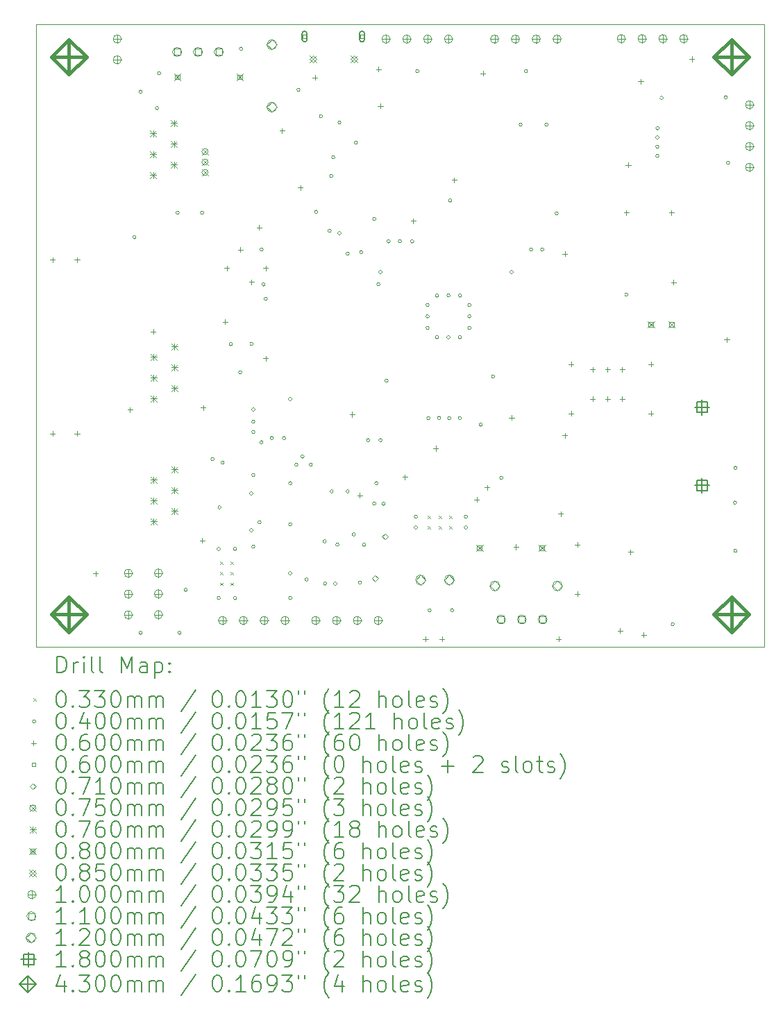
<source format=gbr>
%TF.GenerationSoftware,KiCad,Pcbnew,7.0.6*%
%TF.CreationDate,2024-01-10T01:11:25-05:00*%
%TF.ProjectId,Arch_Bridge,41726368-5f42-4726-9964-67652e6b6963,rev?*%
%TF.SameCoordinates,Original*%
%TF.FileFunction,Drillmap*%
%TF.FilePolarity,Positive*%
%FSLAX45Y45*%
G04 Gerber Fmt 4.5, Leading zero omitted, Abs format (unit mm)*
G04 Created by KiCad (PCBNEW 7.0.6) date 2024-01-10 01:11:25*
%MOMM*%
%LPD*%
G01*
G04 APERTURE LIST*
%ADD10C,0.050000*%
%ADD11C,0.200000*%
%ADD12C,0.033000*%
%ADD13C,0.040000*%
%ADD14C,0.060000*%
%ADD15C,0.071000*%
%ADD16C,0.075000*%
%ADD17C,0.076000*%
%ADD18C,0.080000*%
%ADD19C,0.085000*%
%ADD20C,0.100000*%
%ADD21C,0.110000*%
%ADD22C,0.120000*%
%ADD23C,0.180000*%
%ADD24C,0.430000*%
G04 APERTURE END LIST*
D10*
X2000000Y-9600000D02*
X2000000Y-2000000D01*
X10880000Y-2000000D02*
X2000000Y-2000000D01*
X2000000Y-9600000D02*
X10880000Y-9600000D01*
X10880000Y-9600000D02*
X10880000Y-2000000D01*
D11*
D12*
X4243500Y-8553500D02*
X4276500Y-8586500D01*
X4276500Y-8553500D02*
X4243500Y-8586500D01*
X4243500Y-8683500D02*
X4276500Y-8716500D01*
X4276500Y-8683500D02*
X4243500Y-8716500D01*
X4243500Y-8813500D02*
X4276500Y-8846500D01*
X4276500Y-8813500D02*
X4243500Y-8846500D01*
X4373500Y-8553500D02*
X4406500Y-8586500D01*
X4406500Y-8553500D02*
X4373500Y-8586500D01*
X4373500Y-8683500D02*
X4406500Y-8716500D01*
X4406500Y-8683500D02*
X4373500Y-8716500D01*
X4373500Y-8813500D02*
X4406500Y-8846500D01*
X4406500Y-8813500D02*
X4373500Y-8846500D01*
X6778500Y-7993500D02*
X6811500Y-8026500D01*
X6811500Y-7993500D02*
X6778500Y-8026500D01*
X6778500Y-8123500D02*
X6811500Y-8156500D01*
X6811500Y-8123500D02*
X6778500Y-8156500D01*
X6908500Y-7993500D02*
X6941500Y-8026500D01*
X6941500Y-7993500D02*
X6908500Y-8026500D01*
X6908500Y-8123500D02*
X6941500Y-8156500D01*
X6941500Y-8123500D02*
X6908500Y-8156500D01*
X7038500Y-7993500D02*
X7071500Y-8026500D01*
X7071500Y-7993500D02*
X7038500Y-8026500D01*
X7038500Y-8123500D02*
X7071500Y-8156500D01*
X7071500Y-8123500D02*
X7038500Y-8156500D01*
D13*
X3220000Y-4600000D02*
G75*
G03*
X3220000Y-4600000I-20000J0D01*
G01*
X3295000Y-2825000D02*
G75*
G03*
X3295000Y-2825000I-20000J0D01*
G01*
X3295000Y-9425000D02*
G75*
G03*
X3295000Y-9425000I-20000J0D01*
G01*
X3495000Y-3025000D02*
G75*
G03*
X3495000Y-3025000I-20000J0D01*
G01*
X3520000Y-2600000D02*
G75*
G03*
X3520000Y-2600000I-20000J0D01*
G01*
X3745000Y-4300000D02*
G75*
G03*
X3745000Y-4300000I-20000J0D01*
G01*
X3770000Y-9425000D02*
G75*
G03*
X3770000Y-9425000I-20000J0D01*
G01*
X3845000Y-8900000D02*
G75*
G03*
X3845000Y-8900000I-20000J0D01*
G01*
X4045000Y-4300000D02*
G75*
G03*
X4045000Y-4300000I-20000J0D01*
G01*
X4172500Y-7305000D02*
G75*
G03*
X4172500Y-7305000I-20000J0D01*
G01*
X4247500Y-8401500D02*
G75*
G03*
X4247500Y-8401500I-20000J0D01*
G01*
X4247500Y-9001500D02*
G75*
G03*
X4247500Y-9001500I-20000J0D01*
G01*
X4257250Y-7895000D02*
G75*
G03*
X4257250Y-7895000I-20000J0D01*
G01*
X4295000Y-7350000D02*
G75*
G03*
X4295000Y-7350000I-20000J0D01*
G01*
X4395000Y-5902500D02*
G75*
G03*
X4395000Y-5902500I-20000J0D01*
G01*
X4447500Y-8401500D02*
G75*
G03*
X4447500Y-8401500I-20000J0D01*
G01*
X4447500Y-9001500D02*
G75*
G03*
X4447500Y-9001500I-20000J0D01*
G01*
X4510000Y-6247500D02*
G75*
G03*
X4510000Y-6247500I-20000J0D01*
G01*
X4520000Y-2300000D02*
G75*
G03*
X4520000Y-2300000I-20000J0D01*
G01*
X4645000Y-7725000D02*
G75*
G03*
X4645000Y-7725000I-20000J0D01*
G01*
X4645000Y-8175000D02*
G75*
G03*
X4645000Y-8175000I-20000J0D01*
G01*
X4647500Y-5902500D02*
G75*
G03*
X4647500Y-5902500I-20000J0D01*
G01*
X4670000Y-6700000D02*
G75*
G03*
X4670000Y-6700000I-20000J0D01*
G01*
X4670000Y-6850000D02*
G75*
G03*
X4670000Y-6850000I-20000J0D01*
G01*
X4670000Y-6975000D02*
G75*
G03*
X4670000Y-6975000I-20000J0D01*
G01*
X4670000Y-7500000D02*
G75*
G03*
X4670000Y-7500000I-20000J0D01*
G01*
X4670000Y-8375000D02*
G75*
G03*
X4670000Y-8375000I-20000J0D01*
G01*
X4745000Y-8075000D02*
G75*
G03*
X4745000Y-8075000I-20000J0D01*
G01*
X4770000Y-4750000D02*
G75*
G03*
X4770000Y-4750000I-20000J0D01*
G01*
X4770000Y-7100000D02*
G75*
G03*
X4770000Y-7100000I-20000J0D01*
G01*
X4795000Y-5175000D02*
G75*
G03*
X4795000Y-5175000I-20000J0D01*
G01*
X4820000Y-5350000D02*
G75*
G03*
X4820000Y-5350000I-20000J0D01*
G01*
X4895000Y-7050000D02*
G75*
G03*
X4895000Y-7050000I-20000J0D01*
G01*
X5045000Y-7050000D02*
G75*
G03*
X5045000Y-7050000I-20000J0D01*
G01*
X5120000Y-6575000D02*
G75*
G03*
X5120000Y-6575000I-20000J0D01*
G01*
X5120000Y-7600000D02*
G75*
G03*
X5120000Y-7600000I-20000J0D01*
G01*
X5120000Y-8100000D02*
G75*
G03*
X5120000Y-8100000I-20000J0D01*
G01*
X5120000Y-8700000D02*
G75*
G03*
X5120000Y-8700000I-20000J0D01*
G01*
X5120000Y-9000000D02*
G75*
G03*
X5120000Y-9000000I-20000J0D01*
G01*
X5195000Y-7375000D02*
G75*
G03*
X5195000Y-7375000I-20000J0D01*
G01*
X5220000Y-2800000D02*
G75*
G03*
X5220000Y-2800000I-20000J0D01*
G01*
X5270000Y-7275000D02*
G75*
G03*
X5270000Y-7275000I-20000J0D01*
G01*
X5320000Y-8775000D02*
G75*
G03*
X5320000Y-8775000I-20000J0D01*
G01*
X5370000Y-7375000D02*
G75*
G03*
X5370000Y-7375000I-20000J0D01*
G01*
X5435000Y-4290000D02*
G75*
G03*
X5435000Y-4290000I-20000J0D01*
G01*
X5495000Y-3125000D02*
G75*
G03*
X5495000Y-3125000I-20000J0D01*
G01*
X5540000Y-8310000D02*
G75*
G03*
X5540000Y-8310000I-20000J0D01*
G01*
X5545000Y-8825000D02*
G75*
G03*
X5545000Y-8825000I-20000J0D01*
G01*
X5600000Y-4520000D02*
G75*
G03*
X5600000Y-4520000I-20000J0D01*
G01*
X5620000Y-3850000D02*
G75*
G03*
X5620000Y-3850000I-20000J0D01*
G01*
X5625000Y-7700000D02*
G75*
G03*
X5625000Y-7700000I-20000J0D01*
G01*
X5645000Y-3625000D02*
G75*
G03*
X5645000Y-3625000I-20000J0D01*
G01*
X5670000Y-8825000D02*
G75*
G03*
X5670000Y-8825000I-20000J0D01*
G01*
X5695000Y-8350000D02*
G75*
G03*
X5695000Y-8350000I-20000J0D01*
G01*
X5720000Y-3200000D02*
G75*
G03*
X5720000Y-3200000I-20000J0D01*
G01*
X5720000Y-4550000D02*
G75*
G03*
X5720000Y-4550000I-20000J0D01*
G01*
X5820000Y-4800000D02*
G75*
G03*
X5820000Y-4800000I-20000J0D01*
G01*
X5820000Y-7700000D02*
G75*
G03*
X5820000Y-7700000I-20000J0D01*
G01*
X5895000Y-8225000D02*
G75*
G03*
X5895000Y-8225000I-20000J0D01*
G01*
X5920000Y-3445000D02*
G75*
G03*
X5920000Y-3445000I-20000J0D01*
G01*
X5970000Y-8812500D02*
G75*
G03*
X5970000Y-8812500I-20000J0D01*
G01*
X5985000Y-4780000D02*
G75*
G03*
X5985000Y-4780000I-20000J0D01*
G01*
X6020000Y-8350000D02*
G75*
G03*
X6020000Y-8350000I-20000J0D01*
G01*
X6070000Y-7075000D02*
G75*
G03*
X6070000Y-7075000I-20000J0D01*
G01*
X6145000Y-4375000D02*
G75*
G03*
X6145000Y-4375000I-20000J0D01*
G01*
X6145000Y-7850000D02*
G75*
G03*
X6145000Y-7850000I-20000J0D01*
G01*
X6170000Y-7600000D02*
G75*
G03*
X6170000Y-7600000I-20000J0D01*
G01*
X6195000Y-5175000D02*
G75*
G03*
X6195000Y-5175000I-20000J0D01*
G01*
X6220000Y-5025000D02*
G75*
G03*
X6220000Y-5025000I-20000J0D01*
G01*
X6220000Y-7075000D02*
G75*
G03*
X6220000Y-7075000I-20000J0D01*
G01*
X6257500Y-7850000D02*
G75*
G03*
X6257500Y-7850000I-20000J0D01*
G01*
X6295000Y-6350000D02*
G75*
G03*
X6295000Y-6350000I-20000J0D01*
G01*
X6320000Y-4650000D02*
G75*
G03*
X6320000Y-4650000I-20000J0D01*
G01*
X6457500Y-4650000D02*
G75*
G03*
X6457500Y-4650000I-20000J0D01*
G01*
X6607500Y-4650000D02*
G75*
G03*
X6607500Y-4650000I-20000J0D01*
G01*
X6652500Y-8010000D02*
G75*
G03*
X6652500Y-8010000I-20000J0D01*
G01*
X6652500Y-8140000D02*
G75*
G03*
X6652500Y-8140000I-20000J0D01*
G01*
X6670000Y-2575000D02*
G75*
G03*
X6670000Y-2575000I-20000J0D01*
G01*
X6795000Y-5425000D02*
G75*
G03*
X6795000Y-5425000I-20000J0D01*
G01*
X6795000Y-5565000D02*
G75*
G03*
X6795000Y-5565000I-20000J0D01*
G01*
X6795000Y-5705000D02*
G75*
G03*
X6795000Y-5705000I-20000J0D01*
G01*
X6805000Y-6805000D02*
G75*
G03*
X6805000Y-6805000I-20000J0D01*
G01*
X6820000Y-9150000D02*
G75*
G03*
X6820000Y-9150000I-20000J0D01*
G01*
X6910000Y-5310000D02*
G75*
G03*
X6910000Y-5310000I-20000J0D01*
G01*
X6910000Y-5820000D02*
G75*
G03*
X6910000Y-5820000I-20000J0D01*
G01*
X6935000Y-6805000D02*
G75*
G03*
X6935000Y-6805000I-20000J0D01*
G01*
X7050000Y-5310000D02*
G75*
G03*
X7050000Y-5310000I-20000J0D01*
G01*
X7050000Y-5820000D02*
G75*
G03*
X7050000Y-5820000I-20000J0D01*
G01*
X7060000Y-6805000D02*
G75*
G03*
X7060000Y-6805000I-20000J0D01*
G01*
X7070000Y-4150000D02*
G75*
G03*
X7070000Y-4150000I-20000J0D01*
G01*
X7095000Y-9150000D02*
G75*
G03*
X7095000Y-9150000I-20000J0D01*
G01*
X7187500Y-6805000D02*
G75*
G03*
X7187500Y-6805000I-20000J0D01*
G01*
X7190000Y-5310000D02*
G75*
G03*
X7190000Y-5310000I-20000J0D01*
G01*
X7190000Y-5820000D02*
G75*
G03*
X7190000Y-5820000I-20000J0D01*
G01*
X7262500Y-8010000D02*
G75*
G03*
X7262500Y-8010000I-20000J0D01*
G01*
X7262500Y-8140000D02*
G75*
G03*
X7262500Y-8140000I-20000J0D01*
G01*
X7305000Y-5425000D02*
G75*
G03*
X7305000Y-5425000I-20000J0D01*
G01*
X7305000Y-5565000D02*
G75*
G03*
X7305000Y-5565000I-20000J0D01*
G01*
X7305000Y-5705000D02*
G75*
G03*
X7305000Y-5705000I-20000J0D01*
G01*
X7442500Y-6885000D02*
G75*
G03*
X7442500Y-6885000I-20000J0D01*
G01*
X7595000Y-6300000D02*
G75*
G03*
X7595000Y-6300000I-20000J0D01*
G01*
X7695000Y-7535000D02*
G75*
G03*
X7695000Y-7535000I-20000J0D01*
G01*
X7820000Y-5025000D02*
G75*
G03*
X7820000Y-5025000I-20000J0D01*
G01*
X7930000Y-3225000D02*
G75*
G03*
X7930000Y-3225000I-20000J0D01*
G01*
X7995000Y-2575000D02*
G75*
G03*
X7995000Y-2575000I-20000J0D01*
G01*
X8057500Y-4750000D02*
G75*
G03*
X8057500Y-4750000I-20000J0D01*
G01*
X8195000Y-4750000D02*
G75*
G03*
X8195000Y-4750000I-20000J0D01*
G01*
X8245000Y-3225000D02*
G75*
G03*
X8245000Y-3225000I-20000J0D01*
G01*
X8370000Y-4307500D02*
G75*
G03*
X8370000Y-4307500I-20000J0D01*
G01*
X9220000Y-5300000D02*
G75*
G03*
X9220000Y-5300000I-20000J0D01*
G01*
X9597500Y-3382500D02*
G75*
G03*
X9597500Y-3382500I-20000J0D01*
G01*
X9597500Y-3495000D02*
G75*
G03*
X9597500Y-3495000I-20000J0D01*
G01*
X9597500Y-3607500D02*
G75*
G03*
X9597500Y-3607500I-20000J0D01*
G01*
X9600000Y-3270000D02*
G75*
G03*
X9600000Y-3270000I-20000J0D01*
G01*
X9650000Y-2900000D02*
G75*
G03*
X9650000Y-2900000I-20000J0D01*
G01*
X9785000Y-9320000D02*
G75*
G03*
X9785000Y-9320000I-20000J0D01*
G01*
X10432500Y-2892500D02*
G75*
G03*
X10432500Y-2892500I-20000J0D01*
G01*
X10460000Y-3690000D02*
G75*
G03*
X10460000Y-3690000I-20000J0D01*
G01*
X10545000Y-7837500D02*
G75*
G03*
X10545000Y-7837500I-20000J0D01*
G01*
X10550000Y-7412500D02*
G75*
G03*
X10550000Y-7412500I-20000J0D01*
G01*
X10550000Y-8425000D02*
G75*
G03*
X10550000Y-8425000I-20000J0D01*
G01*
D14*
X2200000Y-4845000D02*
X2200000Y-4905000D01*
X2170000Y-4875000D02*
X2230000Y-4875000D01*
X2200000Y-6965000D02*
X2200000Y-7025000D01*
X2170000Y-6995000D02*
X2230000Y-6995000D01*
X2500000Y-4845000D02*
X2500000Y-4905000D01*
X2470000Y-4875000D02*
X2530000Y-4875000D01*
X2500000Y-6965000D02*
X2500000Y-7025000D01*
X2470000Y-6995000D02*
X2530000Y-6995000D01*
X2725000Y-8670000D02*
X2725000Y-8730000D01*
X2695000Y-8700000D02*
X2755000Y-8700000D01*
X3145000Y-6675000D02*
X3145000Y-6735000D01*
X3115000Y-6705000D02*
X3175000Y-6705000D01*
X3430000Y-5720000D02*
X3430000Y-5780000D01*
X3400000Y-5750000D02*
X3460000Y-5750000D01*
X4025000Y-8270000D02*
X4025000Y-8330000D01*
X3995000Y-8300000D02*
X4055000Y-8300000D01*
X4040000Y-6647500D02*
X4040000Y-6707500D01*
X4010000Y-6677500D02*
X4070000Y-6677500D01*
X4305000Y-5602500D02*
X4305000Y-5662500D01*
X4275000Y-5632500D02*
X4335000Y-5632500D01*
X4325000Y-4945000D02*
X4325000Y-5005000D01*
X4295000Y-4975000D02*
X4355000Y-4975000D01*
X4490000Y-4720000D02*
X4490000Y-4780000D01*
X4460000Y-4750000D02*
X4520000Y-4750000D01*
X4628000Y-5115000D02*
X4628000Y-5175000D01*
X4598000Y-5145000D02*
X4658000Y-5145000D01*
X4720000Y-4450000D02*
X4720000Y-4510000D01*
X4690000Y-4480000D02*
X4750000Y-4480000D01*
X4800000Y-4945000D02*
X4800000Y-5005000D01*
X4770000Y-4975000D02*
X4830000Y-4975000D01*
X4800000Y-6045000D02*
X4800000Y-6105000D01*
X4770000Y-6075000D02*
X4830000Y-6075000D01*
X5000000Y-3270000D02*
X5000000Y-3330000D01*
X4970000Y-3300000D02*
X5030000Y-3300000D01*
X5225000Y-3965000D02*
X5225000Y-4025000D01*
X5195000Y-3995000D02*
X5255000Y-3995000D01*
X5400000Y-2620000D02*
X5400000Y-2680000D01*
X5370000Y-2650000D02*
X5430000Y-2650000D01*
X5855000Y-6730000D02*
X5855000Y-6790000D01*
X5825000Y-6760000D02*
X5885000Y-6760000D01*
X5950000Y-7720000D02*
X5950000Y-7780000D01*
X5920000Y-7750000D02*
X5980000Y-7750000D01*
X6175000Y-2520000D02*
X6175000Y-2580000D01*
X6145000Y-2550000D02*
X6205000Y-2550000D01*
X6200000Y-2970000D02*
X6200000Y-3030000D01*
X6170000Y-3000000D02*
X6230000Y-3000000D01*
X6500000Y-7495000D02*
X6500000Y-7555000D01*
X6470000Y-7525000D02*
X6530000Y-7525000D01*
X6600000Y-4370000D02*
X6600000Y-4430000D01*
X6570000Y-4400000D02*
X6630000Y-4400000D01*
X6750000Y-9470000D02*
X6750000Y-9530000D01*
X6720000Y-9500000D02*
X6780000Y-9500000D01*
X6875000Y-7145000D02*
X6875000Y-7205000D01*
X6845000Y-7175000D02*
X6905000Y-7175000D01*
X6950000Y-9470000D02*
X6950000Y-9530000D01*
X6920000Y-9500000D02*
X6980000Y-9500000D01*
X7100000Y-3870000D02*
X7100000Y-3930000D01*
X7070000Y-3900000D02*
X7130000Y-3900000D01*
X7375000Y-7770000D02*
X7375000Y-7830000D01*
X7345000Y-7800000D02*
X7405000Y-7800000D01*
X7450000Y-2570000D02*
X7450000Y-2630000D01*
X7420000Y-2600000D02*
X7480000Y-2600000D01*
X7500000Y-7620000D02*
X7500000Y-7680000D01*
X7470000Y-7650000D02*
X7530000Y-7650000D01*
X7800000Y-6770000D02*
X7800000Y-6830000D01*
X7770000Y-6800000D02*
X7830000Y-6800000D01*
X7855000Y-8347500D02*
X7855000Y-8407500D01*
X7825000Y-8377500D02*
X7885000Y-8377500D01*
X8375000Y-9470000D02*
X8375000Y-9530000D01*
X8345000Y-9500000D02*
X8405000Y-9500000D01*
X8400000Y-7942500D02*
X8400000Y-8002500D01*
X8370000Y-7972500D02*
X8430000Y-7972500D01*
X8450000Y-4772500D02*
X8450000Y-4832500D01*
X8420000Y-4802500D02*
X8480000Y-4802500D01*
X8450000Y-6985000D02*
X8450000Y-7045000D01*
X8420000Y-7015000D02*
X8480000Y-7015000D01*
X8525000Y-6120000D02*
X8525000Y-6180000D01*
X8495000Y-6150000D02*
X8555000Y-6150000D01*
X8525000Y-6720000D02*
X8525000Y-6780000D01*
X8495000Y-6750000D02*
X8555000Y-6750000D01*
X8602500Y-8320000D02*
X8602500Y-8380000D01*
X8572500Y-8350000D02*
X8632500Y-8350000D01*
X8602500Y-8920000D02*
X8602500Y-8980000D01*
X8572500Y-8950000D02*
X8632500Y-8950000D01*
X8790000Y-6182500D02*
X8790000Y-6242500D01*
X8760000Y-6212500D02*
X8820000Y-6212500D01*
X8790000Y-6542500D02*
X8790000Y-6602500D01*
X8760000Y-6572500D02*
X8820000Y-6572500D01*
X8970000Y-6182500D02*
X8970000Y-6242500D01*
X8940000Y-6212500D02*
X9000000Y-6212500D01*
X8970000Y-6542500D02*
X8970000Y-6602500D01*
X8940000Y-6572500D02*
X9000000Y-6572500D01*
X9122500Y-9370000D02*
X9122500Y-9430000D01*
X9092500Y-9400000D02*
X9152500Y-9400000D01*
X9150000Y-6182500D02*
X9150000Y-6242500D01*
X9120000Y-6212500D02*
X9180000Y-6212500D01*
X9150000Y-6542500D02*
X9150000Y-6602500D01*
X9120000Y-6572500D02*
X9180000Y-6572500D01*
X9200000Y-4270000D02*
X9200000Y-4330000D01*
X9170000Y-4300000D02*
X9230000Y-4300000D01*
X9222500Y-3687500D02*
X9222500Y-3747500D01*
X9192500Y-3717500D02*
X9252500Y-3717500D01*
X9250000Y-8407500D02*
X9250000Y-8467500D01*
X9220000Y-8437500D02*
X9280000Y-8437500D01*
X9375000Y-2670000D02*
X9375000Y-2730000D01*
X9345000Y-2700000D02*
X9405000Y-2700000D01*
X9410000Y-9420000D02*
X9410000Y-9480000D01*
X9380000Y-9450000D02*
X9440000Y-9450000D01*
X9500000Y-6120000D02*
X9500000Y-6180000D01*
X9470000Y-6150000D02*
X9530000Y-6150000D01*
X9500000Y-6720000D02*
X9500000Y-6780000D01*
X9470000Y-6750000D02*
X9530000Y-6750000D01*
X9750000Y-4270000D02*
X9750000Y-4330000D01*
X9720000Y-4300000D02*
X9780000Y-4300000D01*
X9775000Y-5120000D02*
X9775000Y-5180000D01*
X9745000Y-5150000D02*
X9805000Y-5150000D01*
X10000000Y-2395000D02*
X10000000Y-2455000D01*
X9970000Y-2425000D02*
X10030000Y-2425000D01*
X10425000Y-5820000D02*
X10425000Y-5880000D01*
X10395000Y-5850000D02*
X10455000Y-5850000D01*
X5296213Y-2172463D02*
X5296213Y-2130037D01*
X5253787Y-2130037D01*
X5253787Y-2172463D01*
X5296213Y-2172463D01*
D11*
X5305000Y-2186250D02*
X5305000Y-2116250D01*
X5305000Y-2116250D02*
G75*
G03*
X5245000Y-2116250I-30000J0D01*
G01*
X5245000Y-2116250D02*
X5245000Y-2186250D01*
X5245000Y-2186250D02*
G75*
G03*
X5305000Y-2186250I30000J0D01*
G01*
D14*
X5996213Y-2172463D02*
X5996213Y-2130037D01*
X5953787Y-2130037D01*
X5953787Y-2172463D01*
X5996213Y-2172463D01*
D11*
X5945000Y-2116250D02*
X5945000Y-2186250D01*
X5945000Y-2186250D02*
G75*
G03*
X6005000Y-2186250I30000J0D01*
G01*
X6005000Y-2186250D02*
X6005000Y-2116250D01*
X6005000Y-2116250D02*
G75*
G03*
X5945000Y-2116250I-30000J0D01*
G01*
D15*
X6135000Y-8798000D02*
X6170500Y-8762500D01*
X6135000Y-8727000D01*
X6099500Y-8762500D01*
X6135000Y-8798000D01*
X6255000Y-8288000D02*
X6290500Y-8252500D01*
X6255000Y-8217000D01*
X6219500Y-8252500D01*
X6255000Y-8288000D01*
D16*
X4022500Y-3517500D02*
X4097500Y-3592500D01*
X4097500Y-3517500D02*
X4022500Y-3592500D01*
X4097500Y-3555000D02*
G75*
G03*
X4097500Y-3555000I-37500J0D01*
G01*
X4022500Y-3644500D02*
X4097500Y-3719500D01*
X4097500Y-3644500D02*
X4022500Y-3719500D01*
X4097500Y-3682000D02*
G75*
G03*
X4097500Y-3682000I-37500J0D01*
G01*
X4022500Y-3771500D02*
X4097500Y-3846500D01*
X4097500Y-3771500D02*
X4022500Y-3846500D01*
X4097500Y-3809000D02*
G75*
G03*
X4097500Y-3809000I-37500J0D01*
G01*
D17*
X3392000Y-3297000D02*
X3468000Y-3373000D01*
X3468000Y-3297000D02*
X3392000Y-3373000D01*
X3430000Y-3297000D02*
X3430000Y-3373000D01*
X3392000Y-3335000D02*
X3468000Y-3335000D01*
X3392000Y-3551000D02*
X3468000Y-3627000D01*
X3468000Y-3551000D02*
X3392000Y-3627000D01*
X3430000Y-3551000D02*
X3430000Y-3627000D01*
X3392000Y-3589000D02*
X3468000Y-3589000D01*
X3392000Y-3805000D02*
X3468000Y-3881000D01*
X3468000Y-3805000D02*
X3392000Y-3881000D01*
X3430000Y-3805000D02*
X3430000Y-3881000D01*
X3392000Y-3843000D02*
X3468000Y-3843000D01*
X3397000Y-6022000D02*
X3473000Y-6098000D01*
X3473000Y-6022000D02*
X3397000Y-6098000D01*
X3435000Y-6022000D02*
X3435000Y-6098000D01*
X3397000Y-6060000D02*
X3473000Y-6060000D01*
X3397000Y-6276000D02*
X3473000Y-6352000D01*
X3473000Y-6276000D02*
X3397000Y-6352000D01*
X3435000Y-6276000D02*
X3435000Y-6352000D01*
X3397000Y-6314000D02*
X3473000Y-6314000D01*
X3397000Y-6530000D02*
X3473000Y-6606000D01*
X3473000Y-6530000D02*
X3397000Y-6606000D01*
X3435000Y-6530000D02*
X3435000Y-6606000D01*
X3397000Y-6568000D02*
X3473000Y-6568000D01*
X3397000Y-7522000D02*
X3473000Y-7598000D01*
X3473000Y-7522000D02*
X3397000Y-7598000D01*
X3435000Y-7522000D02*
X3435000Y-7598000D01*
X3397000Y-7560000D02*
X3473000Y-7560000D01*
X3397000Y-7776000D02*
X3473000Y-7852000D01*
X3473000Y-7776000D02*
X3397000Y-7852000D01*
X3435000Y-7776000D02*
X3435000Y-7852000D01*
X3397000Y-7814000D02*
X3473000Y-7814000D01*
X3397000Y-8030000D02*
X3473000Y-8106000D01*
X3473000Y-8030000D02*
X3397000Y-8106000D01*
X3435000Y-8030000D02*
X3435000Y-8106000D01*
X3397000Y-8068000D02*
X3473000Y-8068000D01*
X3646000Y-3170000D02*
X3722000Y-3246000D01*
X3722000Y-3170000D02*
X3646000Y-3246000D01*
X3684000Y-3170000D02*
X3684000Y-3246000D01*
X3646000Y-3208000D02*
X3722000Y-3208000D01*
X3646000Y-3424000D02*
X3722000Y-3500000D01*
X3722000Y-3424000D02*
X3646000Y-3500000D01*
X3684000Y-3424000D02*
X3684000Y-3500000D01*
X3646000Y-3462000D02*
X3722000Y-3462000D01*
X3646000Y-3678000D02*
X3722000Y-3754000D01*
X3722000Y-3678000D02*
X3646000Y-3754000D01*
X3684000Y-3678000D02*
X3684000Y-3754000D01*
X3646000Y-3716000D02*
X3722000Y-3716000D01*
X3651000Y-5895000D02*
X3727000Y-5971000D01*
X3727000Y-5895000D02*
X3651000Y-5971000D01*
X3689000Y-5895000D02*
X3689000Y-5971000D01*
X3651000Y-5933000D02*
X3727000Y-5933000D01*
X3651000Y-6149000D02*
X3727000Y-6225000D01*
X3727000Y-6149000D02*
X3651000Y-6225000D01*
X3689000Y-6149000D02*
X3689000Y-6225000D01*
X3651000Y-6187000D02*
X3727000Y-6187000D01*
X3651000Y-6403000D02*
X3727000Y-6479000D01*
X3727000Y-6403000D02*
X3651000Y-6479000D01*
X3689000Y-6403000D02*
X3689000Y-6479000D01*
X3651000Y-6441000D02*
X3727000Y-6441000D01*
X3651000Y-7395000D02*
X3727000Y-7471000D01*
X3727000Y-7395000D02*
X3651000Y-7471000D01*
X3689000Y-7395000D02*
X3689000Y-7471000D01*
X3651000Y-7433000D02*
X3727000Y-7433000D01*
X3651000Y-7649000D02*
X3727000Y-7725000D01*
X3727000Y-7649000D02*
X3651000Y-7725000D01*
X3689000Y-7649000D02*
X3689000Y-7725000D01*
X3651000Y-7687000D02*
X3727000Y-7687000D01*
X3651000Y-7903000D02*
X3727000Y-7979000D01*
X3727000Y-7903000D02*
X3651000Y-7979000D01*
X3689000Y-7903000D02*
X3689000Y-7979000D01*
X3651000Y-7941000D02*
X3727000Y-7941000D01*
D18*
X3681250Y-2605000D02*
X3761250Y-2685000D01*
X3761250Y-2605000D02*
X3681250Y-2685000D01*
X3749534Y-2673285D02*
X3749534Y-2616716D01*
X3692965Y-2616716D01*
X3692965Y-2673285D01*
X3749534Y-2673285D01*
X4443250Y-2605000D02*
X4523250Y-2685000D01*
X4523250Y-2605000D02*
X4443250Y-2685000D01*
X4511535Y-2673285D02*
X4511535Y-2616716D01*
X4454966Y-2616716D01*
X4454966Y-2673285D01*
X4511535Y-2673285D01*
X7369000Y-8352000D02*
X7449000Y-8432000D01*
X7449000Y-8352000D02*
X7369000Y-8432000D01*
X7437284Y-8420285D02*
X7437284Y-8363715D01*
X7380715Y-8363715D01*
X7380715Y-8420285D01*
X7437284Y-8420285D01*
X8131000Y-8352000D02*
X8211000Y-8432000D01*
X8211000Y-8352000D02*
X8131000Y-8432000D01*
X8199284Y-8420285D02*
X8199284Y-8363715D01*
X8142715Y-8363715D01*
X8142715Y-8420285D01*
X8199284Y-8420285D01*
X9460000Y-5622500D02*
X9540000Y-5702500D01*
X9540000Y-5622500D02*
X9460000Y-5702500D01*
X9528285Y-5690784D02*
X9528285Y-5634215D01*
X9471716Y-5634215D01*
X9471716Y-5690784D01*
X9528285Y-5690784D01*
X9710000Y-5622500D02*
X9790000Y-5702500D01*
X9790000Y-5622500D02*
X9710000Y-5702500D01*
X9778285Y-5690784D02*
X9778285Y-5634215D01*
X9721716Y-5634215D01*
X9721716Y-5690784D01*
X9778285Y-5690784D01*
D19*
X5332500Y-2378750D02*
X5417500Y-2463750D01*
X5417500Y-2378750D02*
X5332500Y-2463750D01*
X5375000Y-2463750D02*
X5417500Y-2421250D01*
X5375000Y-2378750D01*
X5332500Y-2421250D01*
X5375000Y-2463750D01*
X5832500Y-2378750D02*
X5917500Y-2463750D01*
X5917500Y-2378750D02*
X5832500Y-2463750D01*
X5875000Y-2463750D02*
X5917500Y-2421250D01*
X5875000Y-2378750D01*
X5832500Y-2421250D01*
X5875000Y-2463750D01*
D20*
X2990000Y-2131000D02*
X2990000Y-2231000D01*
X2940000Y-2181000D02*
X3040000Y-2181000D01*
X3040000Y-2181000D02*
G75*
G03*
X3040000Y-2181000I-50000J0D01*
G01*
X2990000Y-2385000D02*
X2990000Y-2485000D01*
X2940000Y-2435000D02*
X3040000Y-2435000D01*
X3040000Y-2435000D02*
G75*
G03*
X3040000Y-2435000I-50000J0D01*
G01*
X3125000Y-8647500D02*
X3125000Y-8747500D01*
X3075000Y-8697500D02*
X3175000Y-8697500D01*
X3175000Y-8697500D02*
G75*
G03*
X3175000Y-8697500I-50000J0D01*
G01*
X3125000Y-8901500D02*
X3125000Y-9001500D01*
X3075000Y-8951500D02*
X3175000Y-8951500D01*
X3175000Y-8951500D02*
G75*
G03*
X3175000Y-8951500I-50000J0D01*
G01*
X3125000Y-9155500D02*
X3125000Y-9255500D01*
X3075000Y-9205500D02*
X3175000Y-9205500D01*
X3175000Y-9205500D02*
G75*
G03*
X3175000Y-9205500I-50000J0D01*
G01*
X3492500Y-8646000D02*
X3492500Y-8746000D01*
X3442500Y-8696000D02*
X3542500Y-8696000D01*
X3542500Y-8696000D02*
G75*
G03*
X3542500Y-8696000I-50000J0D01*
G01*
X3492500Y-8900000D02*
X3492500Y-9000000D01*
X3442500Y-8950000D02*
X3542500Y-8950000D01*
X3542500Y-8950000D02*
G75*
G03*
X3542500Y-8950000I-50000J0D01*
G01*
X3492500Y-9154000D02*
X3492500Y-9254000D01*
X3442500Y-9204000D02*
X3542500Y-9204000D01*
X3542500Y-9204000D02*
G75*
G03*
X3542500Y-9204000I-50000J0D01*
G01*
X4275000Y-9225000D02*
X4275000Y-9325000D01*
X4225000Y-9275000D02*
X4325000Y-9275000D01*
X4325000Y-9275000D02*
G75*
G03*
X4325000Y-9275000I-50000J0D01*
G01*
X4529000Y-9225000D02*
X4529000Y-9325000D01*
X4479000Y-9275000D02*
X4579000Y-9275000D01*
X4579000Y-9275000D02*
G75*
G03*
X4579000Y-9275000I-50000J0D01*
G01*
X4783000Y-9225000D02*
X4783000Y-9325000D01*
X4733000Y-9275000D02*
X4833000Y-9275000D01*
X4833000Y-9275000D02*
G75*
G03*
X4833000Y-9275000I-50000J0D01*
G01*
X5037000Y-9225000D02*
X5037000Y-9325000D01*
X4987000Y-9275000D02*
X5087000Y-9275000D01*
X5087000Y-9275000D02*
G75*
G03*
X5087000Y-9275000I-50000J0D01*
G01*
X5411000Y-9225000D02*
X5411000Y-9325000D01*
X5361000Y-9275000D02*
X5461000Y-9275000D01*
X5461000Y-9275000D02*
G75*
G03*
X5461000Y-9275000I-50000J0D01*
G01*
X5665000Y-9225000D02*
X5665000Y-9325000D01*
X5615000Y-9275000D02*
X5715000Y-9275000D01*
X5715000Y-9275000D02*
G75*
G03*
X5715000Y-9275000I-50000J0D01*
G01*
X5919000Y-9225000D02*
X5919000Y-9325000D01*
X5869000Y-9275000D02*
X5969000Y-9275000D01*
X5969000Y-9275000D02*
G75*
G03*
X5969000Y-9275000I-50000J0D01*
G01*
X6173000Y-9225000D02*
X6173000Y-9325000D01*
X6123000Y-9275000D02*
X6223000Y-9275000D01*
X6223000Y-9275000D02*
G75*
G03*
X6223000Y-9275000I-50000J0D01*
G01*
X6268000Y-2132500D02*
X6268000Y-2232500D01*
X6218000Y-2182500D02*
X6318000Y-2182500D01*
X6318000Y-2182500D02*
G75*
G03*
X6318000Y-2182500I-50000J0D01*
G01*
X6522000Y-2132500D02*
X6522000Y-2232500D01*
X6472000Y-2182500D02*
X6572000Y-2182500D01*
X6572000Y-2182500D02*
G75*
G03*
X6572000Y-2182500I-50000J0D01*
G01*
X6776000Y-2132500D02*
X6776000Y-2232500D01*
X6726000Y-2182500D02*
X6826000Y-2182500D01*
X6826000Y-2182500D02*
G75*
G03*
X6826000Y-2182500I-50000J0D01*
G01*
X7030000Y-2132500D02*
X7030000Y-2232500D01*
X6980000Y-2182500D02*
X7080000Y-2182500D01*
X7080000Y-2182500D02*
G75*
G03*
X7080000Y-2182500I-50000J0D01*
G01*
X7593000Y-2132500D02*
X7593000Y-2232500D01*
X7543000Y-2182500D02*
X7643000Y-2182500D01*
X7643000Y-2182500D02*
G75*
G03*
X7643000Y-2182500I-50000J0D01*
G01*
X7847000Y-2132500D02*
X7847000Y-2232500D01*
X7797000Y-2182500D02*
X7897000Y-2182500D01*
X7897000Y-2182500D02*
G75*
G03*
X7897000Y-2182500I-50000J0D01*
G01*
X8101000Y-2132500D02*
X8101000Y-2232500D01*
X8051000Y-2182500D02*
X8151000Y-2182500D01*
X8151000Y-2182500D02*
G75*
G03*
X8151000Y-2182500I-50000J0D01*
G01*
X8355000Y-2132500D02*
X8355000Y-2232500D01*
X8305000Y-2182500D02*
X8405000Y-2182500D01*
X8405000Y-2182500D02*
G75*
G03*
X8405000Y-2182500I-50000J0D01*
G01*
X9137000Y-2127500D02*
X9137000Y-2227500D01*
X9087000Y-2177500D02*
X9187000Y-2177500D01*
X9187000Y-2177500D02*
G75*
G03*
X9187000Y-2177500I-50000J0D01*
G01*
X9391000Y-2127500D02*
X9391000Y-2227500D01*
X9341000Y-2177500D02*
X9441000Y-2177500D01*
X9441000Y-2177500D02*
G75*
G03*
X9441000Y-2177500I-50000J0D01*
G01*
X9645000Y-2127500D02*
X9645000Y-2227500D01*
X9595000Y-2177500D02*
X9695000Y-2177500D01*
X9695000Y-2177500D02*
G75*
G03*
X9695000Y-2177500I-50000J0D01*
G01*
X9899000Y-2127500D02*
X9899000Y-2227500D01*
X9849000Y-2177500D02*
X9949000Y-2177500D01*
X9949000Y-2177500D02*
G75*
G03*
X9949000Y-2177500I-50000J0D01*
G01*
X10702500Y-2933500D02*
X10702500Y-3033500D01*
X10652500Y-2983500D02*
X10752500Y-2983500D01*
X10752500Y-2983500D02*
G75*
G03*
X10752500Y-2983500I-50000J0D01*
G01*
X10702500Y-3187500D02*
X10702500Y-3287500D01*
X10652500Y-3237500D02*
X10752500Y-3237500D01*
X10752500Y-3237500D02*
G75*
G03*
X10752500Y-3237500I-50000J0D01*
G01*
X10702500Y-3441500D02*
X10702500Y-3541500D01*
X10652500Y-3491500D02*
X10752500Y-3491500D01*
X10752500Y-3491500D02*
G75*
G03*
X10752500Y-3491500I-50000J0D01*
G01*
X10702500Y-3695500D02*
X10702500Y-3795500D01*
X10652500Y-3745500D02*
X10752500Y-3745500D01*
X10752500Y-3745500D02*
G75*
G03*
X10752500Y-3745500I-50000J0D01*
G01*
D21*
X3759891Y-2378391D02*
X3759891Y-2300609D01*
X3682109Y-2300609D01*
X3682109Y-2378391D01*
X3759891Y-2378391D01*
X3776000Y-2339500D02*
G75*
G03*
X3776000Y-2339500I-55000J0D01*
G01*
X4013891Y-2378391D02*
X4013891Y-2300609D01*
X3936109Y-2300609D01*
X3936109Y-2378391D01*
X4013891Y-2378391D01*
X4030000Y-2339500D02*
G75*
G03*
X4030000Y-2339500I-55000J0D01*
G01*
X4267891Y-2378391D02*
X4267891Y-2300609D01*
X4190109Y-2300609D01*
X4190109Y-2378391D01*
X4267891Y-2378391D01*
X4284000Y-2339500D02*
G75*
G03*
X4284000Y-2339500I-55000J0D01*
G01*
X7709891Y-9301391D02*
X7709891Y-9223609D01*
X7632109Y-9223609D01*
X7632109Y-9301391D01*
X7709891Y-9301391D01*
X7726000Y-9262500D02*
G75*
G03*
X7726000Y-9262500I-55000J0D01*
G01*
X7963891Y-9301391D02*
X7963891Y-9223609D01*
X7886109Y-9223609D01*
X7886109Y-9301391D01*
X7963891Y-9301391D01*
X7980000Y-9262500D02*
G75*
G03*
X7980000Y-9262500I-55000J0D01*
G01*
X8217891Y-9301391D02*
X8217891Y-9223609D01*
X8140109Y-9223609D01*
X8140109Y-9301391D01*
X8217891Y-9301391D01*
X8234000Y-9262500D02*
G75*
G03*
X8234000Y-9262500I-55000J0D01*
G01*
D22*
X4875000Y-2310000D02*
X4935000Y-2250000D01*
X4875000Y-2190000D01*
X4815000Y-2250000D01*
X4875000Y-2310000D01*
X4935000Y-2250000D02*
G75*
G03*
X4935000Y-2250000I-60000J0D01*
G01*
X4875000Y-3072000D02*
X4935000Y-3012000D01*
X4875000Y-2952000D01*
X4815000Y-3012000D01*
X4875000Y-3072000D01*
X4935000Y-3012000D02*
G75*
G03*
X4935000Y-3012000I-60000J0D01*
G01*
X6690000Y-8840000D02*
X6750000Y-8780000D01*
X6690000Y-8720000D01*
X6630000Y-8780000D01*
X6690000Y-8840000D01*
X6750000Y-8780000D02*
G75*
G03*
X6750000Y-8780000I-60000J0D01*
G01*
X7040000Y-8840000D02*
X7100000Y-8780000D01*
X7040000Y-8720000D01*
X6980000Y-8780000D01*
X7040000Y-8840000D01*
X7100000Y-8780000D02*
G75*
G03*
X7100000Y-8780000I-60000J0D01*
G01*
X7596500Y-8914500D02*
X7656500Y-8854500D01*
X7596500Y-8794500D01*
X7536500Y-8854500D01*
X7596500Y-8914500D01*
X7656500Y-8854500D02*
G75*
G03*
X7656500Y-8854500I-60000J0D01*
G01*
X8358500Y-8914500D02*
X8418500Y-8854500D01*
X8358500Y-8794500D01*
X8298500Y-8854500D01*
X8358500Y-8914500D01*
X8418500Y-8854500D02*
G75*
G03*
X8418500Y-8854500I-60000J0D01*
G01*
D23*
X10122500Y-6585000D02*
X10122500Y-6765000D01*
X10032500Y-6675000D02*
X10212500Y-6675000D01*
X10186140Y-6738640D02*
X10186140Y-6611360D01*
X10058860Y-6611360D01*
X10058860Y-6738640D01*
X10186140Y-6738640D01*
X10122500Y-7535000D02*
X10122500Y-7715000D01*
X10032500Y-7625000D02*
X10212500Y-7625000D01*
X10186140Y-7688640D02*
X10186140Y-7561360D01*
X10058860Y-7561360D01*
X10058860Y-7688640D01*
X10186140Y-7688640D01*
D24*
X2400000Y-2185000D02*
X2400000Y-2615000D01*
X2185000Y-2400000D02*
X2615000Y-2400000D01*
X2400000Y-2615000D02*
X2615000Y-2400000D01*
X2400000Y-2185000D01*
X2185000Y-2400000D01*
X2400000Y-2615000D01*
X2400000Y-8985000D02*
X2400000Y-9415000D01*
X2185000Y-9200000D02*
X2615000Y-9200000D01*
X2400000Y-9415000D02*
X2615000Y-9200000D01*
X2400000Y-8985000D01*
X2185000Y-9200000D01*
X2400000Y-9415000D01*
X10480000Y-2185000D02*
X10480000Y-2615000D01*
X10265000Y-2400000D02*
X10695000Y-2400000D01*
X10480000Y-2615000D02*
X10695000Y-2400000D01*
X10480000Y-2185000D01*
X10265000Y-2400000D01*
X10480000Y-2615000D01*
X10480000Y-8985000D02*
X10480000Y-9415000D01*
X10265000Y-9200000D02*
X10695000Y-9200000D01*
X10480000Y-9415000D02*
X10695000Y-9200000D01*
X10480000Y-8985000D01*
X10265000Y-9200000D01*
X10480000Y-9415000D01*
D11*
X2258277Y-9913984D02*
X2258277Y-9713984D01*
X2258277Y-9713984D02*
X2305896Y-9713984D01*
X2305896Y-9713984D02*
X2334467Y-9723508D01*
X2334467Y-9723508D02*
X2353515Y-9742555D01*
X2353515Y-9742555D02*
X2363039Y-9761603D01*
X2363039Y-9761603D02*
X2372563Y-9799698D01*
X2372563Y-9799698D02*
X2372563Y-9828270D01*
X2372563Y-9828270D02*
X2363039Y-9866365D01*
X2363039Y-9866365D02*
X2353515Y-9885412D01*
X2353515Y-9885412D02*
X2334467Y-9904460D01*
X2334467Y-9904460D02*
X2305896Y-9913984D01*
X2305896Y-9913984D02*
X2258277Y-9913984D01*
X2458277Y-9913984D02*
X2458277Y-9780650D01*
X2458277Y-9818746D02*
X2467801Y-9799698D01*
X2467801Y-9799698D02*
X2477324Y-9790174D01*
X2477324Y-9790174D02*
X2496372Y-9780650D01*
X2496372Y-9780650D02*
X2515420Y-9780650D01*
X2582086Y-9913984D02*
X2582086Y-9780650D01*
X2582086Y-9713984D02*
X2572563Y-9723508D01*
X2572563Y-9723508D02*
X2582086Y-9733031D01*
X2582086Y-9733031D02*
X2591610Y-9723508D01*
X2591610Y-9723508D02*
X2582086Y-9713984D01*
X2582086Y-9713984D02*
X2582086Y-9733031D01*
X2705896Y-9913984D02*
X2686848Y-9904460D01*
X2686848Y-9904460D02*
X2677324Y-9885412D01*
X2677324Y-9885412D02*
X2677324Y-9713984D01*
X2810658Y-9913984D02*
X2791610Y-9904460D01*
X2791610Y-9904460D02*
X2782086Y-9885412D01*
X2782086Y-9885412D02*
X2782086Y-9713984D01*
X3039229Y-9913984D02*
X3039229Y-9713984D01*
X3039229Y-9713984D02*
X3105896Y-9856841D01*
X3105896Y-9856841D02*
X3172562Y-9713984D01*
X3172562Y-9713984D02*
X3172562Y-9913984D01*
X3353515Y-9913984D02*
X3353515Y-9809222D01*
X3353515Y-9809222D02*
X3343991Y-9790174D01*
X3343991Y-9790174D02*
X3324943Y-9780650D01*
X3324943Y-9780650D02*
X3286848Y-9780650D01*
X3286848Y-9780650D02*
X3267801Y-9790174D01*
X3353515Y-9904460D02*
X3334467Y-9913984D01*
X3334467Y-9913984D02*
X3286848Y-9913984D01*
X3286848Y-9913984D02*
X3267801Y-9904460D01*
X3267801Y-9904460D02*
X3258277Y-9885412D01*
X3258277Y-9885412D02*
X3258277Y-9866365D01*
X3258277Y-9866365D02*
X3267801Y-9847317D01*
X3267801Y-9847317D02*
X3286848Y-9837793D01*
X3286848Y-9837793D02*
X3334467Y-9837793D01*
X3334467Y-9837793D02*
X3353515Y-9828270D01*
X3448753Y-9780650D02*
X3448753Y-9980650D01*
X3448753Y-9790174D02*
X3467801Y-9780650D01*
X3467801Y-9780650D02*
X3505896Y-9780650D01*
X3505896Y-9780650D02*
X3524943Y-9790174D01*
X3524943Y-9790174D02*
X3534467Y-9799698D01*
X3534467Y-9799698D02*
X3543991Y-9818746D01*
X3543991Y-9818746D02*
X3543991Y-9875889D01*
X3543991Y-9875889D02*
X3534467Y-9894936D01*
X3534467Y-9894936D02*
X3524943Y-9904460D01*
X3524943Y-9904460D02*
X3505896Y-9913984D01*
X3505896Y-9913984D02*
X3467801Y-9913984D01*
X3467801Y-9913984D02*
X3448753Y-9904460D01*
X3629705Y-9894936D02*
X3639229Y-9904460D01*
X3639229Y-9904460D02*
X3629705Y-9913984D01*
X3629705Y-9913984D02*
X3620182Y-9904460D01*
X3620182Y-9904460D02*
X3629705Y-9894936D01*
X3629705Y-9894936D02*
X3629705Y-9913984D01*
X3629705Y-9790174D02*
X3639229Y-9799698D01*
X3639229Y-9799698D02*
X3629705Y-9809222D01*
X3629705Y-9809222D02*
X3620182Y-9799698D01*
X3620182Y-9799698D02*
X3629705Y-9790174D01*
X3629705Y-9790174D02*
X3629705Y-9809222D01*
D12*
X1964500Y-10226000D02*
X1997500Y-10259000D01*
X1997500Y-10226000D02*
X1964500Y-10259000D01*
D11*
X2296372Y-10133984D02*
X2315420Y-10133984D01*
X2315420Y-10133984D02*
X2334467Y-10143508D01*
X2334467Y-10143508D02*
X2343991Y-10153031D01*
X2343991Y-10153031D02*
X2353515Y-10172079D01*
X2353515Y-10172079D02*
X2363039Y-10210174D01*
X2363039Y-10210174D02*
X2363039Y-10257793D01*
X2363039Y-10257793D02*
X2353515Y-10295889D01*
X2353515Y-10295889D02*
X2343991Y-10314936D01*
X2343991Y-10314936D02*
X2334467Y-10324460D01*
X2334467Y-10324460D02*
X2315420Y-10333984D01*
X2315420Y-10333984D02*
X2296372Y-10333984D01*
X2296372Y-10333984D02*
X2277324Y-10324460D01*
X2277324Y-10324460D02*
X2267801Y-10314936D01*
X2267801Y-10314936D02*
X2258277Y-10295889D01*
X2258277Y-10295889D02*
X2248753Y-10257793D01*
X2248753Y-10257793D02*
X2248753Y-10210174D01*
X2248753Y-10210174D02*
X2258277Y-10172079D01*
X2258277Y-10172079D02*
X2267801Y-10153031D01*
X2267801Y-10153031D02*
X2277324Y-10143508D01*
X2277324Y-10143508D02*
X2296372Y-10133984D01*
X2448753Y-10314936D02*
X2458277Y-10324460D01*
X2458277Y-10324460D02*
X2448753Y-10333984D01*
X2448753Y-10333984D02*
X2439229Y-10324460D01*
X2439229Y-10324460D02*
X2448753Y-10314936D01*
X2448753Y-10314936D02*
X2448753Y-10333984D01*
X2524944Y-10133984D02*
X2648753Y-10133984D01*
X2648753Y-10133984D02*
X2582086Y-10210174D01*
X2582086Y-10210174D02*
X2610658Y-10210174D01*
X2610658Y-10210174D02*
X2629705Y-10219698D01*
X2629705Y-10219698D02*
X2639229Y-10229222D01*
X2639229Y-10229222D02*
X2648753Y-10248270D01*
X2648753Y-10248270D02*
X2648753Y-10295889D01*
X2648753Y-10295889D02*
X2639229Y-10314936D01*
X2639229Y-10314936D02*
X2629705Y-10324460D01*
X2629705Y-10324460D02*
X2610658Y-10333984D01*
X2610658Y-10333984D02*
X2553515Y-10333984D01*
X2553515Y-10333984D02*
X2534467Y-10324460D01*
X2534467Y-10324460D02*
X2524944Y-10314936D01*
X2715420Y-10133984D02*
X2839229Y-10133984D01*
X2839229Y-10133984D02*
X2772563Y-10210174D01*
X2772563Y-10210174D02*
X2801134Y-10210174D01*
X2801134Y-10210174D02*
X2820182Y-10219698D01*
X2820182Y-10219698D02*
X2829705Y-10229222D01*
X2829705Y-10229222D02*
X2839229Y-10248270D01*
X2839229Y-10248270D02*
X2839229Y-10295889D01*
X2839229Y-10295889D02*
X2829705Y-10314936D01*
X2829705Y-10314936D02*
X2820182Y-10324460D01*
X2820182Y-10324460D02*
X2801134Y-10333984D01*
X2801134Y-10333984D02*
X2743991Y-10333984D01*
X2743991Y-10333984D02*
X2724944Y-10324460D01*
X2724944Y-10324460D02*
X2715420Y-10314936D01*
X2963039Y-10133984D02*
X2982086Y-10133984D01*
X2982086Y-10133984D02*
X3001134Y-10143508D01*
X3001134Y-10143508D02*
X3010658Y-10153031D01*
X3010658Y-10153031D02*
X3020182Y-10172079D01*
X3020182Y-10172079D02*
X3029705Y-10210174D01*
X3029705Y-10210174D02*
X3029705Y-10257793D01*
X3029705Y-10257793D02*
X3020182Y-10295889D01*
X3020182Y-10295889D02*
X3010658Y-10314936D01*
X3010658Y-10314936D02*
X3001134Y-10324460D01*
X3001134Y-10324460D02*
X2982086Y-10333984D01*
X2982086Y-10333984D02*
X2963039Y-10333984D01*
X2963039Y-10333984D02*
X2943991Y-10324460D01*
X2943991Y-10324460D02*
X2934467Y-10314936D01*
X2934467Y-10314936D02*
X2924943Y-10295889D01*
X2924943Y-10295889D02*
X2915420Y-10257793D01*
X2915420Y-10257793D02*
X2915420Y-10210174D01*
X2915420Y-10210174D02*
X2924943Y-10172079D01*
X2924943Y-10172079D02*
X2934467Y-10153031D01*
X2934467Y-10153031D02*
X2943991Y-10143508D01*
X2943991Y-10143508D02*
X2963039Y-10133984D01*
X3115420Y-10333984D02*
X3115420Y-10200650D01*
X3115420Y-10219698D02*
X3124943Y-10210174D01*
X3124943Y-10210174D02*
X3143991Y-10200650D01*
X3143991Y-10200650D02*
X3172563Y-10200650D01*
X3172563Y-10200650D02*
X3191610Y-10210174D01*
X3191610Y-10210174D02*
X3201134Y-10229222D01*
X3201134Y-10229222D02*
X3201134Y-10333984D01*
X3201134Y-10229222D02*
X3210658Y-10210174D01*
X3210658Y-10210174D02*
X3229705Y-10200650D01*
X3229705Y-10200650D02*
X3258277Y-10200650D01*
X3258277Y-10200650D02*
X3277324Y-10210174D01*
X3277324Y-10210174D02*
X3286848Y-10229222D01*
X3286848Y-10229222D02*
X3286848Y-10333984D01*
X3382086Y-10333984D02*
X3382086Y-10200650D01*
X3382086Y-10219698D02*
X3391610Y-10210174D01*
X3391610Y-10210174D02*
X3410658Y-10200650D01*
X3410658Y-10200650D02*
X3439229Y-10200650D01*
X3439229Y-10200650D02*
X3458277Y-10210174D01*
X3458277Y-10210174D02*
X3467801Y-10229222D01*
X3467801Y-10229222D02*
X3467801Y-10333984D01*
X3467801Y-10229222D02*
X3477324Y-10210174D01*
X3477324Y-10210174D02*
X3496372Y-10200650D01*
X3496372Y-10200650D02*
X3524943Y-10200650D01*
X3524943Y-10200650D02*
X3543991Y-10210174D01*
X3543991Y-10210174D02*
X3553515Y-10229222D01*
X3553515Y-10229222D02*
X3553515Y-10333984D01*
X3943991Y-10124460D02*
X3772563Y-10381603D01*
X4201134Y-10133984D02*
X4220182Y-10133984D01*
X4220182Y-10133984D02*
X4239229Y-10143508D01*
X4239229Y-10143508D02*
X4248753Y-10153031D01*
X4248753Y-10153031D02*
X4258277Y-10172079D01*
X4258277Y-10172079D02*
X4267801Y-10210174D01*
X4267801Y-10210174D02*
X4267801Y-10257793D01*
X4267801Y-10257793D02*
X4258277Y-10295889D01*
X4258277Y-10295889D02*
X4248753Y-10314936D01*
X4248753Y-10314936D02*
X4239229Y-10324460D01*
X4239229Y-10324460D02*
X4220182Y-10333984D01*
X4220182Y-10333984D02*
X4201134Y-10333984D01*
X4201134Y-10333984D02*
X4182086Y-10324460D01*
X4182086Y-10324460D02*
X4172563Y-10314936D01*
X4172563Y-10314936D02*
X4163039Y-10295889D01*
X4163039Y-10295889D02*
X4153515Y-10257793D01*
X4153515Y-10257793D02*
X4153515Y-10210174D01*
X4153515Y-10210174D02*
X4163039Y-10172079D01*
X4163039Y-10172079D02*
X4172563Y-10153031D01*
X4172563Y-10153031D02*
X4182086Y-10143508D01*
X4182086Y-10143508D02*
X4201134Y-10133984D01*
X4353515Y-10314936D02*
X4363039Y-10324460D01*
X4363039Y-10324460D02*
X4353515Y-10333984D01*
X4353515Y-10333984D02*
X4343991Y-10324460D01*
X4343991Y-10324460D02*
X4353515Y-10314936D01*
X4353515Y-10314936D02*
X4353515Y-10333984D01*
X4486848Y-10133984D02*
X4505896Y-10133984D01*
X4505896Y-10133984D02*
X4524944Y-10143508D01*
X4524944Y-10143508D02*
X4534468Y-10153031D01*
X4534468Y-10153031D02*
X4543991Y-10172079D01*
X4543991Y-10172079D02*
X4553515Y-10210174D01*
X4553515Y-10210174D02*
X4553515Y-10257793D01*
X4553515Y-10257793D02*
X4543991Y-10295889D01*
X4543991Y-10295889D02*
X4534468Y-10314936D01*
X4534468Y-10314936D02*
X4524944Y-10324460D01*
X4524944Y-10324460D02*
X4505896Y-10333984D01*
X4505896Y-10333984D02*
X4486848Y-10333984D01*
X4486848Y-10333984D02*
X4467801Y-10324460D01*
X4467801Y-10324460D02*
X4458277Y-10314936D01*
X4458277Y-10314936D02*
X4448753Y-10295889D01*
X4448753Y-10295889D02*
X4439229Y-10257793D01*
X4439229Y-10257793D02*
X4439229Y-10210174D01*
X4439229Y-10210174D02*
X4448753Y-10172079D01*
X4448753Y-10172079D02*
X4458277Y-10153031D01*
X4458277Y-10153031D02*
X4467801Y-10143508D01*
X4467801Y-10143508D02*
X4486848Y-10133984D01*
X4743991Y-10333984D02*
X4629706Y-10333984D01*
X4686848Y-10333984D02*
X4686848Y-10133984D01*
X4686848Y-10133984D02*
X4667801Y-10162555D01*
X4667801Y-10162555D02*
X4648753Y-10181603D01*
X4648753Y-10181603D02*
X4629706Y-10191127D01*
X4810658Y-10133984D02*
X4934468Y-10133984D01*
X4934468Y-10133984D02*
X4867801Y-10210174D01*
X4867801Y-10210174D02*
X4896372Y-10210174D01*
X4896372Y-10210174D02*
X4915420Y-10219698D01*
X4915420Y-10219698D02*
X4924944Y-10229222D01*
X4924944Y-10229222D02*
X4934468Y-10248270D01*
X4934468Y-10248270D02*
X4934468Y-10295889D01*
X4934468Y-10295889D02*
X4924944Y-10314936D01*
X4924944Y-10314936D02*
X4915420Y-10324460D01*
X4915420Y-10324460D02*
X4896372Y-10333984D01*
X4896372Y-10333984D02*
X4839229Y-10333984D01*
X4839229Y-10333984D02*
X4820182Y-10324460D01*
X4820182Y-10324460D02*
X4810658Y-10314936D01*
X5058277Y-10133984D02*
X5077325Y-10133984D01*
X5077325Y-10133984D02*
X5096372Y-10143508D01*
X5096372Y-10143508D02*
X5105896Y-10153031D01*
X5105896Y-10153031D02*
X5115420Y-10172079D01*
X5115420Y-10172079D02*
X5124944Y-10210174D01*
X5124944Y-10210174D02*
X5124944Y-10257793D01*
X5124944Y-10257793D02*
X5115420Y-10295889D01*
X5115420Y-10295889D02*
X5105896Y-10314936D01*
X5105896Y-10314936D02*
X5096372Y-10324460D01*
X5096372Y-10324460D02*
X5077325Y-10333984D01*
X5077325Y-10333984D02*
X5058277Y-10333984D01*
X5058277Y-10333984D02*
X5039229Y-10324460D01*
X5039229Y-10324460D02*
X5029706Y-10314936D01*
X5029706Y-10314936D02*
X5020182Y-10295889D01*
X5020182Y-10295889D02*
X5010658Y-10257793D01*
X5010658Y-10257793D02*
X5010658Y-10210174D01*
X5010658Y-10210174D02*
X5020182Y-10172079D01*
X5020182Y-10172079D02*
X5029706Y-10153031D01*
X5029706Y-10153031D02*
X5039229Y-10143508D01*
X5039229Y-10143508D02*
X5058277Y-10133984D01*
X5201134Y-10133984D02*
X5201134Y-10172079D01*
X5277325Y-10133984D02*
X5277325Y-10172079D01*
X5572563Y-10410174D02*
X5563039Y-10400650D01*
X5563039Y-10400650D02*
X5543991Y-10372079D01*
X5543991Y-10372079D02*
X5534468Y-10353031D01*
X5534468Y-10353031D02*
X5524944Y-10324460D01*
X5524944Y-10324460D02*
X5515420Y-10276841D01*
X5515420Y-10276841D02*
X5515420Y-10238746D01*
X5515420Y-10238746D02*
X5524944Y-10191127D01*
X5524944Y-10191127D02*
X5534468Y-10162555D01*
X5534468Y-10162555D02*
X5543991Y-10143508D01*
X5543991Y-10143508D02*
X5563039Y-10114936D01*
X5563039Y-10114936D02*
X5572563Y-10105412D01*
X5753515Y-10333984D02*
X5639229Y-10333984D01*
X5696372Y-10333984D02*
X5696372Y-10133984D01*
X5696372Y-10133984D02*
X5677325Y-10162555D01*
X5677325Y-10162555D02*
X5658277Y-10181603D01*
X5658277Y-10181603D02*
X5639229Y-10191127D01*
X5829706Y-10153031D02*
X5839229Y-10143508D01*
X5839229Y-10143508D02*
X5858277Y-10133984D01*
X5858277Y-10133984D02*
X5905896Y-10133984D01*
X5905896Y-10133984D02*
X5924944Y-10143508D01*
X5924944Y-10143508D02*
X5934468Y-10153031D01*
X5934468Y-10153031D02*
X5943991Y-10172079D01*
X5943991Y-10172079D02*
X5943991Y-10191127D01*
X5943991Y-10191127D02*
X5934468Y-10219698D01*
X5934468Y-10219698D02*
X5820182Y-10333984D01*
X5820182Y-10333984D02*
X5943991Y-10333984D01*
X6182087Y-10333984D02*
X6182087Y-10133984D01*
X6267801Y-10333984D02*
X6267801Y-10229222D01*
X6267801Y-10229222D02*
X6258277Y-10210174D01*
X6258277Y-10210174D02*
X6239230Y-10200650D01*
X6239230Y-10200650D02*
X6210658Y-10200650D01*
X6210658Y-10200650D02*
X6191610Y-10210174D01*
X6191610Y-10210174D02*
X6182087Y-10219698D01*
X6391610Y-10333984D02*
X6372563Y-10324460D01*
X6372563Y-10324460D02*
X6363039Y-10314936D01*
X6363039Y-10314936D02*
X6353515Y-10295889D01*
X6353515Y-10295889D02*
X6353515Y-10238746D01*
X6353515Y-10238746D02*
X6363039Y-10219698D01*
X6363039Y-10219698D02*
X6372563Y-10210174D01*
X6372563Y-10210174D02*
X6391610Y-10200650D01*
X6391610Y-10200650D02*
X6420182Y-10200650D01*
X6420182Y-10200650D02*
X6439230Y-10210174D01*
X6439230Y-10210174D02*
X6448753Y-10219698D01*
X6448753Y-10219698D02*
X6458277Y-10238746D01*
X6458277Y-10238746D02*
X6458277Y-10295889D01*
X6458277Y-10295889D02*
X6448753Y-10314936D01*
X6448753Y-10314936D02*
X6439230Y-10324460D01*
X6439230Y-10324460D02*
X6420182Y-10333984D01*
X6420182Y-10333984D02*
X6391610Y-10333984D01*
X6572563Y-10333984D02*
X6553515Y-10324460D01*
X6553515Y-10324460D02*
X6543991Y-10305412D01*
X6543991Y-10305412D02*
X6543991Y-10133984D01*
X6724944Y-10324460D02*
X6705896Y-10333984D01*
X6705896Y-10333984D02*
X6667801Y-10333984D01*
X6667801Y-10333984D02*
X6648753Y-10324460D01*
X6648753Y-10324460D02*
X6639230Y-10305412D01*
X6639230Y-10305412D02*
X6639230Y-10229222D01*
X6639230Y-10229222D02*
X6648753Y-10210174D01*
X6648753Y-10210174D02*
X6667801Y-10200650D01*
X6667801Y-10200650D02*
X6705896Y-10200650D01*
X6705896Y-10200650D02*
X6724944Y-10210174D01*
X6724944Y-10210174D02*
X6734468Y-10229222D01*
X6734468Y-10229222D02*
X6734468Y-10248270D01*
X6734468Y-10248270D02*
X6639230Y-10267317D01*
X6810658Y-10324460D02*
X6829706Y-10333984D01*
X6829706Y-10333984D02*
X6867801Y-10333984D01*
X6867801Y-10333984D02*
X6886849Y-10324460D01*
X6886849Y-10324460D02*
X6896372Y-10305412D01*
X6896372Y-10305412D02*
X6896372Y-10295889D01*
X6896372Y-10295889D02*
X6886849Y-10276841D01*
X6886849Y-10276841D02*
X6867801Y-10267317D01*
X6867801Y-10267317D02*
X6839230Y-10267317D01*
X6839230Y-10267317D02*
X6820182Y-10257793D01*
X6820182Y-10257793D02*
X6810658Y-10238746D01*
X6810658Y-10238746D02*
X6810658Y-10229222D01*
X6810658Y-10229222D02*
X6820182Y-10210174D01*
X6820182Y-10210174D02*
X6839230Y-10200650D01*
X6839230Y-10200650D02*
X6867801Y-10200650D01*
X6867801Y-10200650D02*
X6886849Y-10210174D01*
X6963039Y-10410174D02*
X6972563Y-10400650D01*
X6972563Y-10400650D02*
X6991611Y-10372079D01*
X6991611Y-10372079D02*
X7001134Y-10353031D01*
X7001134Y-10353031D02*
X7010658Y-10324460D01*
X7010658Y-10324460D02*
X7020182Y-10276841D01*
X7020182Y-10276841D02*
X7020182Y-10238746D01*
X7020182Y-10238746D02*
X7010658Y-10191127D01*
X7010658Y-10191127D02*
X7001134Y-10162555D01*
X7001134Y-10162555D02*
X6991611Y-10143508D01*
X6991611Y-10143508D02*
X6972563Y-10114936D01*
X6972563Y-10114936D02*
X6963039Y-10105412D01*
D13*
X1997500Y-10506500D02*
G75*
G03*
X1997500Y-10506500I-20000J0D01*
G01*
D11*
X2296372Y-10397984D02*
X2315420Y-10397984D01*
X2315420Y-10397984D02*
X2334467Y-10407508D01*
X2334467Y-10407508D02*
X2343991Y-10417031D01*
X2343991Y-10417031D02*
X2353515Y-10436079D01*
X2353515Y-10436079D02*
X2363039Y-10474174D01*
X2363039Y-10474174D02*
X2363039Y-10521793D01*
X2363039Y-10521793D02*
X2353515Y-10559889D01*
X2353515Y-10559889D02*
X2343991Y-10578936D01*
X2343991Y-10578936D02*
X2334467Y-10588460D01*
X2334467Y-10588460D02*
X2315420Y-10597984D01*
X2315420Y-10597984D02*
X2296372Y-10597984D01*
X2296372Y-10597984D02*
X2277324Y-10588460D01*
X2277324Y-10588460D02*
X2267801Y-10578936D01*
X2267801Y-10578936D02*
X2258277Y-10559889D01*
X2258277Y-10559889D02*
X2248753Y-10521793D01*
X2248753Y-10521793D02*
X2248753Y-10474174D01*
X2248753Y-10474174D02*
X2258277Y-10436079D01*
X2258277Y-10436079D02*
X2267801Y-10417031D01*
X2267801Y-10417031D02*
X2277324Y-10407508D01*
X2277324Y-10407508D02*
X2296372Y-10397984D01*
X2448753Y-10578936D02*
X2458277Y-10588460D01*
X2458277Y-10588460D02*
X2448753Y-10597984D01*
X2448753Y-10597984D02*
X2439229Y-10588460D01*
X2439229Y-10588460D02*
X2448753Y-10578936D01*
X2448753Y-10578936D02*
X2448753Y-10597984D01*
X2629705Y-10464650D02*
X2629705Y-10597984D01*
X2582086Y-10388460D02*
X2534467Y-10531317D01*
X2534467Y-10531317D02*
X2658277Y-10531317D01*
X2772563Y-10397984D02*
X2791610Y-10397984D01*
X2791610Y-10397984D02*
X2810658Y-10407508D01*
X2810658Y-10407508D02*
X2820182Y-10417031D01*
X2820182Y-10417031D02*
X2829705Y-10436079D01*
X2829705Y-10436079D02*
X2839229Y-10474174D01*
X2839229Y-10474174D02*
X2839229Y-10521793D01*
X2839229Y-10521793D02*
X2829705Y-10559889D01*
X2829705Y-10559889D02*
X2820182Y-10578936D01*
X2820182Y-10578936D02*
X2810658Y-10588460D01*
X2810658Y-10588460D02*
X2791610Y-10597984D01*
X2791610Y-10597984D02*
X2772563Y-10597984D01*
X2772563Y-10597984D02*
X2753515Y-10588460D01*
X2753515Y-10588460D02*
X2743991Y-10578936D01*
X2743991Y-10578936D02*
X2734467Y-10559889D01*
X2734467Y-10559889D02*
X2724944Y-10521793D01*
X2724944Y-10521793D02*
X2724944Y-10474174D01*
X2724944Y-10474174D02*
X2734467Y-10436079D01*
X2734467Y-10436079D02*
X2743991Y-10417031D01*
X2743991Y-10417031D02*
X2753515Y-10407508D01*
X2753515Y-10407508D02*
X2772563Y-10397984D01*
X2963039Y-10397984D02*
X2982086Y-10397984D01*
X2982086Y-10397984D02*
X3001134Y-10407508D01*
X3001134Y-10407508D02*
X3010658Y-10417031D01*
X3010658Y-10417031D02*
X3020182Y-10436079D01*
X3020182Y-10436079D02*
X3029705Y-10474174D01*
X3029705Y-10474174D02*
X3029705Y-10521793D01*
X3029705Y-10521793D02*
X3020182Y-10559889D01*
X3020182Y-10559889D02*
X3010658Y-10578936D01*
X3010658Y-10578936D02*
X3001134Y-10588460D01*
X3001134Y-10588460D02*
X2982086Y-10597984D01*
X2982086Y-10597984D02*
X2963039Y-10597984D01*
X2963039Y-10597984D02*
X2943991Y-10588460D01*
X2943991Y-10588460D02*
X2934467Y-10578936D01*
X2934467Y-10578936D02*
X2924943Y-10559889D01*
X2924943Y-10559889D02*
X2915420Y-10521793D01*
X2915420Y-10521793D02*
X2915420Y-10474174D01*
X2915420Y-10474174D02*
X2924943Y-10436079D01*
X2924943Y-10436079D02*
X2934467Y-10417031D01*
X2934467Y-10417031D02*
X2943991Y-10407508D01*
X2943991Y-10407508D02*
X2963039Y-10397984D01*
X3115420Y-10597984D02*
X3115420Y-10464650D01*
X3115420Y-10483698D02*
X3124943Y-10474174D01*
X3124943Y-10474174D02*
X3143991Y-10464650D01*
X3143991Y-10464650D02*
X3172563Y-10464650D01*
X3172563Y-10464650D02*
X3191610Y-10474174D01*
X3191610Y-10474174D02*
X3201134Y-10493222D01*
X3201134Y-10493222D02*
X3201134Y-10597984D01*
X3201134Y-10493222D02*
X3210658Y-10474174D01*
X3210658Y-10474174D02*
X3229705Y-10464650D01*
X3229705Y-10464650D02*
X3258277Y-10464650D01*
X3258277Y-10464650D02*
X3277324Y-10474174D01*
X3277324Y-10474174D02*
X3286848Y-10493222D01*
X3286848Y-10493222D02*
X3286848Y-10597984D01*
X3382086Y-10597984D02*
X3382086Y-10464650D01*
X3382086Y-10483698D02*
X3391610Y-10474174D01*
X3391610Y-10474174D02*
X3410658Y-10464650D01*
X3410658Y-10464650D02*
X3439229Y-10464650D01*
X3439229Y-10464650D02*
X3458277Y-10474174D01*
X3458277Y-10474174D02*
X3467801Y-10493222D01*
X3467801Y-10493222D02*
X3467801Y-10597984D01*
X3467801Y-10493222D02*
X3477324Y-10474174D01*
X3477324Y-10474174D02*
X3496372Y-10464650D01*
X3496372Y-10464650D02*
X3524943Y-10464650D01*
X3524943Y-10464650D02*
X3543991Y-10474174D01*
X3543991Y-10474174D02*
X3553515Y-10493222D01*
X3553515Y-10493222D02*
X3553515Y-10597984D01*
X3943991Y-10388460D02*
X3772563Y-10645603D01*
X4201134Y-10397984D02*
X4220182Y-10397984D01*
X4220182Y-10397984D02*
X4239229Y-10407508D01*
X4239229Y-10407508D02*
X4248753Y-10417031D01*
X4248753Y-10417031D02*
X4258277Y-10436079D01*
X4258277Y-10436079D02*
X4267801Y-10474174D01*
X4267801Y-10474174D02*
X4267801Y-10521793D01*
X4267801Y-10521793D02*
X4258277Y-10559889D01*
X4258277Y-10559889D02*
X4248753Y-10578936D01*
X4248753Y-10578936D02*
X4239229Y-10588460D01*
X4239229Y-10588460D02*
X4220182Y-10597984D01*
X4220182Y-10597984D02*
X4201134Y-10597984D01*
X4201134Y-10597984D02*
X4182086Y-10588460D01*
X4182086Y-10588460D02*
X4172563Y-10578936D01*
X4172563Y-10578936D02*
X4163039Y-10559889D01*
X4163039Y-10559889D02*
X4153515Y-10521793D01*
X4153515Y-10521793D02*
X4153515Y-10474174D01*
X4153515Y-10474174D02*
X4163039Y-10436079D01*
X4163039Y-10436079D02*
X4172563Y-10417031D01*
X4172563Y-10417031D02*
X4182086Y-10407508D01*
X4182086Y-10407508D02*
X4201134Y-10397984D01*
X4353515Y-10578936D02*
X4363039Y-10588460D01*
X4363039Y-10588460D02*
X4353515Y-10597984D01*
X4353515Y-10597984D02*
X4343991Y-10588460D01*
X4343991Y-10588460D02*
X4353515Y-10578936D01*
X4353515Y-10578936D02*
X4353515Y-10597984D01*
X4486848Y-10397984D02*
X4505896Y-10397984D01*
X4505896Y-10397984D02*
X4524944Y-10407508D01*
X4524944Y-10407508D02*
X4534468Y-10417031D01*
X4534468Y-10417031D02*
X4543991Y-10436079D01*
X4543991Y-10436079D02*
X4553515Y-10474174D01*
X4553515Y-10474174D02*
X4553515Y-10521793D01*
X4553515Y-10521793D02*
X4543991Y-10559889D01*
X4543991Y-10559889D02*
X4534468Y-10578936D01*
X4534468Y-10578936D02*
X4524944Y-10588460D01*
X4524944Y-10588460D02*
X4505896Y-10597984D01*
X4505896Y-10597984D02*
X4486848Y-10597984D01*
X4486848Y-10597984D02*
X4467801Y-10588460D01*
X4467801Y-10588460D02*
X4458277Y-10578936D01*
X4458277Y-10578936D02*
X4448753Y-10559889D01*
X4448753Y-10559889D02*
X4439229Y-10521793D01*
X4439229Y-10521793D02*
X4439229Y-10474174D01*
X4439229Y-10474174D02*
X4448753Y-10436079D01*
X4448753Y-10436079D02*
X4458277Y-10417031D01*
X4458277Y-10417031D02*
X4467801Y-10407508D01*
X4467801Y-10407508D02*
X4486848Y-10397984D01*
X4743991Y-10597984D02*
X4629706Y-10597984D01*
X4686848Y-10597984D02*
X4686848Y-10397984D01*
X4686848Y-10397984D02*
X4667801Y-10426555D01*
X4667801Y-10426555D02*
X4648753Y-10445603D01*
X4648753Y-10445603D02*
X4629706Y-10455127D01*
X4924944Y-10397984D02*
X4829706Y-10397984D01*
X4829706Y-10397984D02*
X4820182Y-10493222D01*
X4820182Y-10493222D02*
X4829706Y-10483698D01*
X4829706Y-10483698D02*
X4848753Y-10474174D01*
X4848753Y-10474174D02*
X4896372Y-10474174D01*
X4896372Y-10474174D02*
X4915420Y-10483698D01*
X4915420Y-10483698D02*
X4924944Y-10493222D01*
X4924944Y-10493222D02*
X4934468Y-10512270D01*
X4934468Y-10512270D02*
X4934468Y-10559889D01*
X4934468Y-10559889D02*
X4924944Y-10578936D01*
X4924944Y-10578936D02*
X4915420Y-10588460D01*
X4915420Y-10588460D02*
X4896372Y-10597984D01*
X4896372Y-10597984D02*
X4848753Y-10597984D01*
X4848753Y-10597984D02*
X4829706Y-10588460D01*
X4829706Y-10588460D02*
X4820182Y-10578936D01*
X5001134Y-10397984D02*
X5134468Y-10397984D01*
X5134468Y-10397984D02*
X5048753Y-10597984D01*
X5201134Y-10397984D02*
X5201134Y-10436079D01*
X5277325Y-10397984D02*
X5277325Y-10436079D01*
X5572563Y-10674174D02*
X5563039Y-10664650D01*
X5563039Y-10664650D02*
X5543991Y-10636079D01*
X5543991Y-10636079D02*
X5534468Y-10617031D01*
X5534468Y-10617031D02*
X5524944Y-10588460D01*
X5524944Y-10588460D02*
X5515420Y-10540841D01*
X5515420Y-10540841D02*
X5515420Y-10502746D01*
X5515420Y-10502746D02*
X5524944Y-10455127D01*
X5524944Y-10455127D02*
X5534468Y-10426555D01*
X5534468Y-10426555D02*
X5543991Y-10407508D01*
X5543991Y-10407508D02*
X5563039Y-10378936D01*
X5563039Y-10378936D02*
X5572563Y-10369412D01*
X5753515Y-10597984D02*
X5639229Y-10597984D01*
X5696372Y-10597984D02*
X5696372Y-10397984D01*
X5696372Y-10397984D02*
X5677325Y-10426555D01*
X5677325Y-10426555D02*
X5658277Y-10445603D01*
X5658277Y-10445603D02*
X5639229Y-10455127D01*
X5829706Y-10417031D02*
X5839229Y-10407508D01*
X5839229Y-10407508D02*
X5858277Y-10397984D01*
X5858277Y-10397984D02*
X5905896Y-10397984D01*
X5905896Y-10397984D02*
X5924944Y-10407508D01*
X5924944Y-10407508D02*
X5934468Y-10417031D01*
X5934468Y-10417031D02*
X5943991Y-10436079D01*
X5943991Y-10436079D02*
X5943991Y-10455127D01*
X5943991Y-10455127D02*
X5934468Y-10483698D01*
X5934468Y-10483698D02*
X5820182Y-10597984D01*
X5820182Y-10597984D02*
X5943991Y-10597984D01*
X6134468Y-10597984D02*
X6020182Y-10597984D01*
X6077325Y-10597984D02*
X6077325Y-10397984D01*
X6077325Y-10397984D02*
X6058277Y-10426555D01*
X6058277Y-10426555D02*
X6039229Y-10445603D01*
X6039229Y-10445603D02*
X6020182Y-10455127D01*
X6372563Y-10597984D02*
X6372563Y-10397984D01*
X6458277Y-10597984D02*
X6458277Y-10493222D01*
X6458277Y-10493222D02*
X6448753Y-10474174D01*
X6448753Y-10474174D02*
X6429706Y-10464650D01*
X6429706Y-10464650D02*
X6401134Y-10464650D01*
X6401134Y-10464650D02*
X6382087Y-10474174D01*
X6382087Y-10474174D02*
X6372563Y-10483698D01*
X6582087Y-10597984D02*
X6563039Y-10588460D01*
X6563039Y-10588460D02*
X6553515Y-10578936D01*
X6553515Y-10578936D02*
X6543991Y-10559889D01*
X6543991Y-10559889D02*
X6543991Y-10502746D01*
X6543991Y-10502746D02*
X6553515Y-10483698D01*
X6553515Y-10483698D02*
X6563039Y-10474174D01*
X6563039Y-10474174D02*
X6582087Y-10464650D01*
X6582087Y-10464650D02*
X6610658Y-10464650D01*
X6610658Y-10464650D02*
X6629706Y-10474174D01*
X6629706Y-10474174D02*
X6639230Y-10483698D01*
X6639230Y-10483698D02*
X6648753Y-10502746D01*
X6648753Y-10502746D02*
X6648753Y-10559889D01*
X6648753Y-10559889D02*
X6639230Y-10578936D01*
X6639230Y-10578936D02*
X6629706Y-10588460D01*
X6629706Y-10588460D02*
X6610658Y-10597984D01*
X6610658Y-10597984D02*
X6582087Y-10597984D01*
X6763039Y-10597984D02*
X6743991Y-10588460D01*
X6743991Y-10588460D02*
X6734468Y-10569412D01*
X6734468Y-10569412D02*
X6734468Y-10397984D01*
X6915420Y-10588460D02*
X6896372Y-10597984D01*
X6896372Y-10597984D02*
X6858277Y-10597984D01*
X6858277Y-10597984D02*
X6839230Y-10588460D01*
X6839230Y-10588460D02*
X6829706Y-10569412D01*
X6829706Y-10569412D02*
X6829706Y-10493222D01*
X6829706Y-10493222D02*
X6839230Y-10474174D01*
X6839230Y-10474174D02*
X6858277Y-10464650D01*
X6858277Y-10464650D02*
X6896372Y-10464650D01*
X6896372Y-10464650D02*
X6915420Y-10474174D01*
X6915420Y-10474174D02*
X6924944Y-10493222D01*
X6924944Y-10493222D02*
X6924944Y-10512270D01*
X6924944Y-10512270D02*
X6829706Y-10531317D01*
X7001134Y-10588460D02*
X7020182Y-10597984D01*
X7020182Y-10597984D02*
X7058277Y-10597984D01*
X7058277Y-10597984D02*
X7077325Y-10588460D01*
X7077325Y-10588460D02*
X7086849Y-10569412D01*
X7086849Y-10569412D02*
X7086849Y-10559889D01*
X7086849Y-10559889D02*
X7077325Y-10540841D01*
X7077325Y-10540841D02*
X7058277Y-10531317D01*
X7058277Y-10531317D02*
X7029706Y-10531317D01*
X7029706Y-10531317D02*
X7010658Y-10521793D01*
X7010658Y-10521793D02*
X7001134Y-10502746D01*
X7001134Y-10502746D02*
X7001134Y-10493222D01*
X7001134Y-10493222D02*
X7010658Y-10474174D01*
X7010658Y-10474174D02*
X7029706Y-10464650D01*
X7029706Y-10464650D02*
X7058277Y-10464650D01*
X7058277Y-10464650D02*
X7077325Y-10474174D01*
X7153515Y-10674174D02*
X7163039Y-10664650D01*
X7163039Y-10664650D02*
X7182087Y-10636079D01*
X7182087Y-10636079D02*
X7191611Y-10617031D01*
X7191611Y-10617031D02*
X7201134Y-10588460D01*
X7201134Y-10588460D02*
X7210658Y-10540841D01*
X7210658Y-10540841D02*
X7210658Y-10502746D01*
X7210658Y-10502746D02*
X7201134Y-10455127D01*
X7201134Y-10455127D02*
X7191611Y-10426555D01*
X7191611Y-10426555D02*
X7182087Y-10407508D01*
X7182087Y-10407508D02*
X7163039Y-10378936D01*
X7163039Y-10378936D02*
X7153515Y-10369412D01*
D14*
X1967500Y-10740500D02*
X1967500Y-10800500D01*
X1937500Y-10770500D02*
X1997500Y-10770500D01*
D11*
X2296372Y-10661984D02*
X2315420Y-10661984D01*
X2315420Y-10661984D02*
X2334467Y-10671508D01*
X2334467Y-10671508D02*
X2343991Y-10681031D01*
X2343991Y-10681031D02*
X2353515Y-10700079D01*
X2353515Y-10700079D02*
X2363039Y-10738174D01*
X2363039Y-10738174D02*
X2363039Y-10785793D01*
X2363039Y-10785793D02*
X2353515Y-10823889D01*
X2353515Y-10823889D02*
X2343991Y-10842936D01*
X2343991Y-10842936D02*
X2334467Y-10852460D01*
X2334467Y-10852460D02*
X2315420Y-10861984D01*
X2315420Y-10861984D02*
X2296372Y-10861984D01*
X2296372Y-10861984D02*
X2277324Y-10852460D01*
X2277324Y-10852460D02*
X2267801Y-10842936D01*
X2267801Y-10842936D02*
X2258277Y-10823889D01*
X2258277Y-10823889D02*
X2248753Y-10785793D01*
X2248753Y-10785793D02*
X2248753Y-10738174D01*
X2248753Y-10738174D02*
X2258277Y-10700079D01*
X2258277Y-10700079D02*
X2267801Y-10681031D01*
X2267801Y-10681031D02*
X2277324Y-10671508D01*
X2277324Y-10671508D02*
X2296372Y-10661984D01*
X2448753Y-10842936D02*
X2458277Y-10852460D01*
X2458277Y-10852460D02*
X2448753Y-10861984D01*
X2448753Y-10861984D02*
X2439229Y-10852460D01*
X2439229Y-10852460D02*
X2448753Y-10842936D01*
X2448753Y-10842936D02*
X2448753Y-10861984D01*
X2629705Y-10661984D02*
X2591610Y-10661984D01*
X2591610Y-10661984D02*
X2572563Y-10671508D01*
X2572563Y-10671508D02*
X2563039Y-10681031D01*
X2563039Y-10681031D02*
X2543991Y-10709603D01*
X2543991Y-10709603D02*
X2534467Y-10747698D01*
X2534467Y-10747698D02*
X2534467Y-10823889D01*
X2534467Y-10823889D02*
X2543991Y-10842936D01*
X2543991Y-10842936D02*
X2553515Y-10852460D01*
X2553515Y-10852460D02*
X2572563Y-10861984D01*
X2572563Y-10861984D02*
X2610658Y-10861984D01*
X2610658Y-10861984D02*
X2629705Y-10852460D01*
X2629705Y-10852460D02*
X2639229Y-10842936D01*
X2639229Y-10842936D02*
X2648753Y-10823889D01*
X2648753Y-10823889D02*
X2648753Y-10776270D01*
X2648753Y-10776270D02*
X2639229Y-10757222D01*
X2639229Y-10757222D02*
X2629705Y-10747698D01*
X2629705Y-10747698D02*
X2610658Y-10738174D01*
X2610658Y-10738174D02*
X2572563Y-10738174D01*
X2572563Y-10738174D02*
X2553515Y-10747698D01*
X2553515Y-10747698D02*
X2543991Y-10757222D01*
X2543991Y-10757222D02*
X2534467Y-10776270D01*
X2772563Y-10661984D02*
X2791610Y-10661984D01*
X2791610Y-10661984D02*
X2810658Y-10671508D01*
X2810658Y-10671508D02*
X2820182Y-10681031D01*
X2820182Y-10681031D02*
X2829705Y-10700079D01*
X2829705Y-10700079D02*
X2839229Y-10738174D01*
X2839229Y-10738174D02*
X2839229Y-10785793D01*
X2839229Y-10785793D02*
X2829705Y-10823889D01*
X2829705Y-10823889D02*
X2820182Y-10842936D01*
X2820182Y-10842936D02*
X2810658Y-10852460D01*
X2810658Y-10852460D02*
X2791610Y-10861984D01*
X2791610Y-10861984D02*
X2772563Y-10861984D01*
X2772563Y-10861984D02*
X2753515Y-10852460D01*
X2753515Y-10852460D02*
X2743991Y-10842936D01*
X2743991Y-10842936D02*
X2734467Y-10823889D01*
X2734467Y-10823889D02*
X2724944Y-10785793D01*
X2724944Y-10785793D02*
X2724944Y-10738174D01*
X2724944Y-10738174D02*
X2734467Y-10700079D01*
X2734467Y-10700079D02*
X2743991Y-10681031D01*
X2743991Y-10681031D02*
X2753515Y-10671508D01*
X2753515Y-10671508D02*
X2772563Y-10661984D01*
X2963039Y-10661984D02*
X2982086Y-10661984D01*
X2982086Y-10661984D02*
X3001134Y-10671508D01*
X3001134Y-10671508D02*
X3010658Y-10681031D01*
X3010658Y-10681031D02*
X3020182Y-10700079D01*
X3020182Y-10700079D02*
X3029705Y-10738174D01*
X3029705Y-10738174D02*
X3029705Y-10785793D01*
X3029705Y-10785793D02*
X3020182Y-10823889D01*
X3020182Y-10823889D02*
X3010658Y-10842936D01*
X3010658Y-10842936D02*
X3001134Y-10852460D01*
X3001134Y-10852460D02*
X2982086Y-10861984D01*
X2982086Y-10861984D02*
X2963039Y-10861984D01*
X2963039Y-10861984D02*
X2943991Y-10852460D01*
X2943991Y-10852460D02*
X2934467Y-10842936D01*
X2934467Y-10842936D02*
X2924943Y-10823889D01*
X2924943Y-10823889D02*
X2915420Y-10785793D01*
X2915420Y-10785793D02*
X2915420Y-10738174D01*
X2915420Y-10738174D02*
X2924943Y-10700079D01*
X2924943Y-10700079D02*
X2934467Y-10681031D01*
X2934467Y-10681031D02*
X2943991Y-10671508D01*
X2943991Y-10671508D02*
X2963039Y-10661984D01*
X3115420Y-10861984D02*
X3115420Y-10728650D01*
X3115420Y-10747698D02*
X3124943Y-10738174D01*
X3124943Y-10738174D02*
X3143991Y-10728650D01*
X3143991Y-10728650D02*
X3172563Y-10728650D01*
X3172563Y-10728650D02*
X3191610Y-10738174D01*
X3191610Y-10738174D02*
X3201134Y-10757222D01*
X3201134Y-10757222D02*
X3201134Y-10861984D01*
X3201134Y-10757222D02*
X3210658Y-10738174D01*
X3210658Y-10738174D02*
X3229705Y-10728650D01*
X3229705Y-10728650D02*
X3258277Y-10728650D01*
X3258277Y-10728650D02*
X3277324Y-10738174D01*
X3277324Y-10738174D02*
X3286848Y-10757222D01*
X3286848Y-10757222D02*
X3286848Y-10861984D01*
X3382086Y-10861984D02*
X3382086Y-10728650D01*
X3382086Y-10747698D02*
X3391610Y-10738174D01*
X3391610Y-10738174D02*
X3410658Y-10728650D01*
X3410658Y-10728650D02*
X3439229Y-10728650D01*
X3439229Y-10728650D02*
X3458277Y-10738174D01*
X3458277Y-10738174D02*
X3467801Y-10757222D01*
X3467801Y-10757222D02*
X3467801Y-10861984D01*
X3467801Y-10757222D02*
X3477324Y-10738174D01*
X3477324Y-10738174D02*
X3496372Y-10728650D01*
X3496372Y-10728650D02*
X3524943Y-10728650D01*
X3524943Y-10728650D02*
X3543991Y-10738174D01*
X3543991Y-10738174D02*
X3553515Y-10757222D01*
X3553515Y-10757222D02*
X3553515Y-10861984D01*
X3943991Y-10652460D02*
X3772563Y-10909603D01*
X4201134Y-10661984D02*
X4220182Y-10661984D01*
X4220182Y-10661984D02*
X4239229Y-10671508D01*
X4239229Y-10671508D02*
X4248753Y-10681031D01*
X4248753Y-10681031D02*
X4258277Y-10700079D01*
X4258277Y-10700079D02*
X4267801Y-10738174D01*
X4267801Y-10738174D02*
X4267801Y-10785793D01*
X4267801Y-10785793D02*
X4258277Y-10823889D01*
X4258277Y-10823889D02*
X4248753Y-10842936D01*
X4248753Y-10842936D02*
X4239229Y-10852460D01*
X4239229Y-10852460D02*
X4220182Y-10861984D01*
X4220182Y-10861984D02*
X4201134Y-10861984D01*
X4201134Y-10861984D02*
X4182086Y-10852460D01*
X4182086Y-10852460D02*
X4172563Y-10842936D01*
X4172563Y-10842936D02*
X4163039Y-10823889D01*
X4163039Y-10823889D02*
X4153515Y-10785793D01*
X4153515Y-10785793D02*
X4153515Y-10738174D01*
X4153515Y-10738174D02*
X4163039Y-10700079D01*
X4163039Y-10700079D02*
X4172563Y-10681031D01*
X4172563Y-10681031D02*
X4182086Y-10671508D01*
X4182086Y-10671508D02*
X4201134Y-10661984D01*
X4353515Y-10842936D02*
X4363039Y-10852460D01*
X4363039Y-10852460D02*
X4353515Y-10861984D01*
X4353515Y-10861984D02*
X4343991Y-10852460D01*
X4343991Y-10852460D02*
X4353515Y-10842936D01*
X4353515Y-10842936D02*
X4353515Y-10861984D01*
X4486848Y-10661984D02*
X4505896Y-10661984D01*
X4505896Y-10661984D02*
X4524944Y-10671508D01*
X4524944Y-10671508D02*
X4534468Y-10681031D01*
X4534468Y-10681031D02*
X4543991Y-10700079D01*
X4543991Y-10700079D02*
X4553515Y-10738174D01*
X4553515Y-10738174D02*
X4553515Y-10785793D01*
X4553515Y-10785793D02*
X4543991Y-10823889D01*
X4543991Y-10823889D02*
X4534468Y-10842936D01*
X4534468Y-10842936D02*
X4524944Y-10852460D01*
X4524944Y-10852460D02*
X4505896Y-10861984D01*
X4505896Y-10861984D02*
X4486848Y-10861984D01*
X4486848Y-10861984D02*
X4467801Y-10852460D01*
X4467801Y-10852460D02*
X4458277Y-10842936D01*
X4458277Y-10842936D02*
X4448753Y-10823889D01*
X4448753Y-10823889D02*
X4439229Y-10785793D01*
X4439229Y-10785793D02*
X4439229Y-10738174D01*
X4439229Y-10738174D02*
X4448753Y-10700079D01*
X4448753Y-10700079D02*
X4458277Y-10681031D01*
X4458277Y-10681031D02*
X4467801Y-10671508D01*
X4467801Y-10671508D02*
X4486848Y-10661984D01*
X4629706Y-10681031D02*
X4639229Y-10671508D01*
X4639229Y-10671508D02*
X4658277Y-10661984D01*
X4658277Y-10661984D02*
X4705896Y-10661984D01*
X4705896Y-10661984D02*
X4724944Y-10671508D01*
X4724944Y-10671508D02*
X4734468Y-10681031D01*
X4734468Y-10681031D02*
X4743991Y-10700079D01*
X4743991Y-10700079D02*
X4743991Y-10719127D01*
X4743991Y-10719127D02*
X4734468Y-10747698D01*
X4734468Y-10747698D02*
X4620182Y-10861984D01*
X4620182Y-10861984D02*
X4743991Y-10861984D01*
X4810658Y-10661984D02*
X4934468Y-10661984D01*
X4934468Y-10661984D02*
X4867801Y-10738174D01*
X4867801Y-10738174D02*
X4896372Y-10738174D01*
X4896372Y-10738174D02*
X4915420Y-10747698D01*
X4915420Y-10747698D02*
X4924944Y-10757222D01*
X4924944Y-10757222D02*
X4934468Y-10776270D01*
X4934468Y-10776270D02*
X4934468Y-10823889D01*
X4934468Y-10823889D02*
X4924944Y-10842936D01*
X4924944Y-10842936D02*
X4915420Y-10852460D01*
X4915420Y-10852460D02*
X4896372Y-10861984D01*
X4896372Y-10861984D02*
X4839229Y-10861984D01*
X4839229Y-10861984D02*
X4820182Y-10852460D01*
X4820182Y-10852460D02*
X4810658Y-10842936D01*
X5105896Y-10661984D02*
X5067801Y-10661984D01*
X5067801Y-10661984D02*
X5048753Y-10671508D01*
X5048753Y-10671508D02*
X5039229Y-10681031D01*
X5039229Y-10681031D02*
X5020182Y-10709603D01*
X5020182Y-10709603D02*
X5010658Y-10747698D01*
X5010658Y-10747698D02*
X5010658Y-10823889D01*
X5010658Y-10823889D02*
X5020182Y-10842936D01*
X5020182Y-10842936D02*
X5029706Y-10852460D01*
X5029706Y-10852460D02*
X5048753Y-10861984D01*
X5048753Y-10861984D02*
X5086849Y-10861984D01*
X5086849Y-10861984D02*
X5105896Y-10852460D01*
X5105896Y-10852460D02*
X5115420Y-10842936D01*
X5115420Y-10842936D02*
X5124944Y-10823889D01*
X5124944Y-10823889D02*
X5124944Y-10776270D01*
X5124944Y-10776270D02*
X5115420Y-10757222D01*
X5115420Y-10757222D02*
X5105896Y-10747698D01*
X5105896Y-10747698D02*
X5086849Y-10738174D01*
X5086849Y-10738174D02*
X5048753Y-10738174D01*
X5048753Y-10738174D02*
X5029706Y-10747698D01*
X5029706Y-10747698D02*
X5020182Y-10757222D01*
X5020182Y-10757222D02*
X5010658Y-10776270D01*
X5201134Y-10661984D02*
X5201134Y-10700079D01*
X5277325Y-10661984D02*
X5277325Y-10700079D01*
X5572563Y-10938174D02*
X5563039Y-10928650D01*
X5563039Y-10928650D02*
X5543991Y-10900079D01*
X5543991Y-10900079D02*
X5534468Y-10881031D01*
X5534468Y-10881031D02*
X5524944Y-10852460D01*
X5524944Y-10852460D02*
X5515420Y-10804841D01*
X5515420Y-10804841D02*
X5515420Y-10766746D01*
X5515420Y-10766746D02*
X5524944Y-10719127D01*
X5524944Y-10719127D02*
X5534468Y-10690555D01*
X5534468Y-10690555D02*
X5543991Y-10671508D01*
X5543991Y-10671508D02*
X5563039Y-10642936D01*
X5563039Y-10642936D02*
X5572563Y-10633412D01*
X5734468Y-10661984D02*
X5696372Y-10661984D01*
X5696372Y-10661984D02*
X5677325Y-10671508D01*
X5677325Y-10671508D02*
X5667801Y-10681031D01*
X5667801Y-10681031D02*
X5648753Y-10709603D01*
X5648753Y-10709603D02*
X5639229Y-10747698D01*
X5639229Y-10747698D02*
X5639229Y-10823889D01*
X5639229Y-10823889D02*
X5648753Y-10842936D01*
X5648753Y-10842936D02*
X5658277Y-10852460D01*
X5658277Y-10852460D02*
X5677325Y-10861984D01*
X5677325Y-10861984D02*
X5715420Y-10861984D01*
X5715420Y-10861984D02*
X5734468Y-10852460D01*
X5734468Y-10852460D02*
X5743991Y-10842936D01*
X5743991Y-10842936D02*
X5753515Y-10823889D01*
X5753515Y-10823889D02*
X5753515Y-10776270D01*
X5753515Y-10776270D02*
X5743991Y-10757222D01*
X5743991Y-10757222D02*
X5734468Y-10747698D01*
X5734468Y-10747698D02*
X5715420Y-10738174D01*
X5715420Y-10738174D02*
X5677325Y-10738174D01*
X5677325Y-10738174D02*
X5658277Y-10747698D01*
X5658277Y-10747698D02*
X5648753Y-10757222D01*
X5648753Y-10757222D02*
X5639229Y-10776270D01*
X5877325Y-10661984D02*
X5896372Y-10661984D01*
X5896372Y-10661984D02*
X5915420Y-10671508D01*
X5915420Y-10671508D02*
X5924944Y-10681031D01*
X5924944Y-10681031D02*
X5934468Y-10700079D01*
X5934468Y-10700079D02*
X5943991Y-10738174D01*
X5943991Y-10738174D02*
X5943991Y-10785793D01*
X5943991Y-10785793D02*
X5934468Y-10823889D01*
X5934468Y-10823889D02*
X5924944Y-10842936D01*
X5924944Y-10842936D02*
X5915420Y-10852460D01*
X5915420Y-10852460D02*
X5896372Y-10861984D01*
X5896372Y-10861984D02*
X5877325Y-10861984D01*
X5877325Y-10861984D02*
X5858277Y-10852460D01*
X5858277Y-10852460D02*
X5848753Y-10842936D01*
X5848753Y-10842936D02*
X5839229Y-10823889D01*
X5839229Y-10823889D02*
X5829706Y-10785793D01*
X5829706Y-10785793D02*
X5829706Y-10738174D01*
X5829706Y-10738174D02*
X5839229Y-10700079D01*
X5839229Y-10700079D02*
X5848753Y-10681031D01*
X5848753Y-10681031D02*
X5858277Y-10671508D01*
X5858277Y-10671508D02*
X5877325Y-10661984D01*
X6182087Y-10861984D02*
X6182087Y-10661984D01*
X6267801Y-10861984D02*
X6267801Y-10757222D01*
X6267801Y-10757222D02*
X6258277Y-10738174D01*
X6258277Y-10738174D02*
X6239230Y-10728650D01*
X6239230Y-10728650D02*
X6210658Y-10728650D01*
X6210658Y-10728650D02*
X6191610Y-10738174D01*
X6191610Y-10738174D02*
X6182087Y-10747698D01*
X6391610Y-10861984D02*
X6372563Y-10852460D01*
X6372563Y-10852460D02*
X6363039Y-10842936D01*
X6363039Y-10842936D02*
X6353515Y-10823889D01*
X6353515Y-10823889D02*
X6353515Y-10766746D01*
X6353515Y-10766746D02*
X6363039Y-10747698D01*
X6363039Y-10747698D02*
X6372563Y-10738174D01*
X6372563Y-10738174D02*
X6391610Y-10728650D01*
X6391610Y-10728650D02*
X6420182Y-10728650D01*
X6420182Y-10728650D02*
X6439230Y-10738174D01*
X6439230Y-10738174D02*
X6448753Y-10747698D01*
X6448753Y-10747698D02*
X6458277Y-10766746D01*
X6458277Y-10766746D02*
X6458277Y-10823889D01*
X6458277Y-10823889D02*
X6448753Y-10842936D01*
X6448753Y-10842936D02*
X6439230Y-10852460D01*
X6439230Y-10852460D02*
X6420182Y-10861984D01*
X6420182Y-10861984D02*
X6391610Y-10861984D01*
X6572563Y-10861984D02*
X6553515Y-10852460D01*
X6553515Y-10852460D02*
X6543991Y-10833412D01*
X6543991Y-10833412D02*
X6543991Y-10661984D01*
X6724944Y-10852460D02*
X6705896Y-10861984D01*
X6705896Y-10861984D02*
X6667801Y-10861984D01*
X6667801Y-10861984D02*
X6648753Y-10852460D01*
X6648753Y-10852460D02*
X6639230Y-10833412D01*
X6639230Y-10833412D02*
X6639230Y-10757222D01*
X6639230Y-10757222D02*
X6648753Y-10738174D01*
X6648753Y-10738174D02*
X6667801Y-10728650D01*
X6667801Y-10728650D02*
X6705896Y-10728650D01*
X6705896Y-10728650D02*
X6724944Y-10738174D01*
X6724944Y-10738174D02*
X6734468Y-10757222D01*
X6734468Y-10757222D02*
X6734468Y-10776270D01*
X6734468Y-10776270D02*
X6639230Y-10795317D01*
X6810658Y-10852460D02*
X6829706Y-10861984D01*
X6829706Y-10861984D02*
X6867801Y-10861984D01*
X6867801Y-10861984D02*
X6886849Y-10852460D01*
X6886849Y-10852460D02*
X6896372Y-10833412D01*
X6896372Y-10833412D02*
X6896372Y-10823889D01*
X6896372Y-10823889D02*
X6886849Y-10804841D01*
X6886849Y-10804841D02*
X6867801Y-10795317D01*
X6867801Y-10795317D02*
X6839230Y-10795317D01*
X6839230Y-10795317D02*
X6820182Y-10785793D01*
X6820182Y-10785793D02*
X6810658Y-10766746D01*
X6810658Y-10766746D02*
X6810658Y-10757222D01*
X6810658Y-10757222D02*
X6820182Y-10738174D01*
X6820182Y-10738174D02*
X6839230Y-10728650D01*
X6839230Y-10728650D02*
X6867801Y-10728650D01*
X6867801Y-10728650D02*
X6886849Y-10738174D01*
X6963039Y-10938174D02*
X6972563Y-10928650D01*
X6972563Y-10928650D02*
X6991611Y-10900079D01*
X6991611Y-10900079D02*
X7001134Y-10881031D01*
X7001134Y-10881031D02*
X7010658Y-10852460D01*
X7010658Y-10852460D02*
X7020182Y-10804841D01*
X7020182Y-10804841D02*
X7020182Y-10766746D01*
X7020182Y-10766746D02*
X7010658Y-10719127D01*
X7010658Y-10719127D02*
X7001134Y-10690555D01*
X7001134Y-10690555D02*
X6991611Y-10671508D01*
X6991611Y-10671508D02*
X6972563Y-10642936D01*
X6972563Y-10642936D02*
X6963039Y-10633412D01*
D14*
X1988713Y-11055713D02*
X1988713Y-11013287D01*
X1946287Y-11013287D01*
X1946287Y-11055713D01*
X1988713Y-11055713D01*
D11*
X2296372Y-10925984D02*
X2315420Y-10925984D01*
X2315420Y-10925984D02*
X2334467Y-10935508D01*
X2334467Y-10935508D02*
X2343991Y-10945031D01*
X2343991Y-10945031D02*
X2353515Y-10964079D01*
X2353515Y-10964079D02*
X2363039Y-11002174D01*
X2363039Y-11002174D02*
X2363039Y-11049793D01*
X2363039Y-11049793D02*
X2353515Y-11087889D01*
X2353515Y-11087889D02*
X2343991Y-11106936D01*
X2343991Y-11106936D02*
X2334467Y-11116460D01*
X2334467Y-11116460D02*
X2315420Y-11125984D01*
X2315420Y-11125984D02*
X2296372Y-11125984D01*
X2296372Y-11125984D02*
X2277324Y-11116460D01*
X2277324Y-11116460D02*
X2267801Y-11106936D01*
X2267801Y-11106936D02*
X2258277Y-11087889D01*
X2258277Y-11087889D02*
X2248753Y-11049793D01*
X2248753Y-11049793D02*
X2248753Y-11002174D01*
X2248753Y-11002174D02*
X2258277Y-10964079D01*
X2258277Y-10964079D02*
X2267801Y-10945031D01*
X2267801Y-10945031D02*
X2277324Y-10935508D01*
X2277324Y-10935508D02*
X2296372Y-10925984D01*
X2448753Y-11106936D02*
X2458277Y-11116460D01*
X2458277Y-11116460D02*
X2448753Y-11125984D01*
X2448753Y-11125984D02*
X2439229Y-11116460D01*
X2439229Y-11116460D02*
X2448753Y-11106936D01*
X2448753Y-11106936D02*
X2448753Y-11125984D01*
X2629705Y-10925984D02*
X2591610Y-10925984D01*
X2591610Y-10925984D02*
X2572563Y-10935508D01*
X2572563Y-10935508D02*
X2563039Y-10945031D01*
X2563039Y-10945031D02*
X2543991Y-10973603D01*
X2543991Y-10973603D02*
X2534467Y-11011698D01*
X2534467Y-11011698D02*
X2534467Y-11087889D01*
X2534467Y-11087889D02*
X2543991Y-11106936D01*
X2543991Y-11106936D02*
X2553515Y-11116460D01*
X2553515Y-11116460D02*
X2572563Y-11125984D01*
X2572563Y-11125984D02*
X2610658Y-11125984D01*
X2610658Y-11125984D02*
X2629705Y-11116460D01*
X2629705Y-11116460D02*
X2639229Y-11106936D01*
X2639229Y-11106936D02*
X2648753Y-11087889D01*
X2648753Y-11087889D02*
X2648753Y-11040270D01*
X2648753Y-11040270D02*
X2639229Y-11021222D01*
X2639229Y-11021222D02*
X2629705Y-11011698D01*
X2629705Y-11011698D02*
X2610658Y-11002174D01*
X2610658Y-11002174D02*
X2572563Y-11002174D01*
X2572563Y-11002174D02*
X2553515Y-11011698D01*
X2553515Y-11011698D02*
X2543991Y-11021222D01*
X2543991Y-11021222D02*
X2534467Y-11040270D01*
X2772563Y-10925984D02*
X2791610Y-10925984D01*
X2791610Y-10925984D02*
X2810658Y-10935508D01*
X2810658Y-10935508D02*
X2820182Y-10945031D01*
X2820182Y-10945031D02*
X2829705Y-10964079D01*
X2829705Y-10964079D02*
X2839229Y-11002174D01*
X2839229Y-11002174D02*
X2839229Y-11049793D01*
X2839229Y-11049793D02*
X2829705Y-11087889D01*
X2829705Y-11087889D02*
X2820182Y-11106936D01*
X2820182Y-11106936D02*
X2810658Y-11116460D01*
X2810658Y-11116460D02*
X2791610Y-11125984D01*
X2791610Y-11125984D02*
X2772563Y-11125984D01*
X2772563Y-11125984D02*
X2753515Y-11116460D01*
X2753515Y-11116460D02*
X2743991Y-11106936D01*
X2743991Y-11106936D02*
X2734467Y-11087889D01*
X2734467Y-11087889D02*
X2724944Y-11049793D01*
X2724944Y-11049793D02*
X2724944Y-11002174D01*
X2724944Y-11002174D02*
X2734467Y-10964079D01*
X2734467Y-10964079D02*
X2743991Y-10945031D01*
X2743991Y-10945031D02*
X2753515Y-10935508D01*
X2753515Y-10935508D02*
X2772563Y-10925984D01*
X2963039Y-10925984D02*
X2982086Y-10925984D01*
X2982086Y-10925984D02*
X3001134Y-10935508D01*
X3001134Y-10935508D02*
X3010658Y-10945031D01*
X3010658Y-10945031D02*
X3020182Y-10964079D01*
X3020182Y-10964079D02*
X3029705Y-11002174D01*
X3029705Y-11002174D02*
X3029705Y-11049793D01*
X3029705Y-11049793D02*
X3020182Y-11087889D01*
X3020182Y-11087889D02*
X3010658Y-11106936D01*
X3010658Y-11106936D02*
X3001134Y-11116460D01*
X3001134Y-11116460D02*
X2982086Y-11125984D01*
X2982086Y-11125984D02*
X2963039Y-11125984D01*
X2963039Y-11125984D02*
X2943991Y-11116460D01*
X2943991Y-11116460D02*
X2934467Y-11106936D01*
X2934467Y-11106936D02*
X2924943Y-11087889D01*
X2924943Y-11087889D02*
X2915420Y-11049793D01*
X2915420Y-11049793D02*
X2915420Y-11002174D01*
X2915420Y-11002174D02*
X2924943Y-10964079D01*
X2924943Y-10964079D02*
X2934467Y-10945031D01*
X2934467Y-10945031D02*
X2943991Y-10935508D01*
X2943991Y-10935508D02*
X2963039Y-10925984D01*
X3115420Y-11125984D02*
X3115420Y-10992650D01*
X3115420Y-11011698D02*
X3124943Y-11002174D01*
X3124943Y-11002174D02*
X3143991Y-10992650D01*
X3143991Y-10992650D02*
X3172563Y-10992650D01*
X3172563Y-10992650D02*
X3191610Y-11002174D01*
X3191610Y-11002174D02*
X3201134Y-11021222D01*
X3201134Y-11021222D02*
X3201134Y-11125984D01*
X3201134Y-11021222D02*
X3210658Y-11002174D01*
X3210658Y-11002174D02*
X3229705Y-10992650D01*
X3229705Y-10992650D02*
X3258277Y-10992650D01*
X3258277Y-10992650D02*
X3277324Y-11002174D01*
X3277324Y-11002174D02*
X3286848Y-11021222D01*
X3286848Y-11021222D02*
X3286848Y-11125984D01*
X3382086Y-11125984D02*
X3382086Y-10992650D01*
X3382086Y-11011698D02*
X3391610Y-11002174D01*
X3391610Y-11002174D02*
X3410658Y-10992650D01*
X3410658Y-10992650D02*
X3439229Y-10992650D01*
X3439229Y-10992650D02*
X3458277Y-11002174D01*
X3458277Y-11002174D02*
X3467801Y-11021222D01*
X3467801Y-11021222D02*
X3467801Y-11125984D01*
X3467801Y-11021222D02*
X3477324Y-11002174D01*
X3477324Y-11002174D02*
X3496372Y-10992650D01*
X3496372Y-10992650D02*
X3524943Y-10992650D01*
X3524943Y-10992650D02*
X3543991Y-11002174D01*
X3543991Y-11002174D02*
X3553515Y-11021222D01*
X3553515Y-11021222D02*
X3553515Y-11125984D01*
X3943991Y-10916460D02*
X3772563Y-11173603D01*
X4201134Y-10925984D02*
X4220182Y-10925984D01*
X4220182Y-10925984D02*
X4239229Y-10935508D01*
X4239229Y-10935508D02*
X4248753Y-10945031D01*
X4248753Y-10945031D02*
X4258277Y-10964079D01*
X4258277Y-10964079D02*
X4267801Y-11002174D01*
X4267801Y-11002174D02*
X4267801Y-11049793D01*
X4267801Y-11049793D02*
X4258277Y-11087889D01*
X4258277Y-11087889D02*
X4248753Y-11106936D01*
X4248753Y-11106936D02*
X4239229Y-11116460D01*
X4239229Y-11116460D02*
X4220182Y-11125984D01*
X4220182Y-11125984D02*
X4201134Y-11125984D01*
X4201134Y-11125984D02*
X4182086Y-11116460D01*
X4182086Y-11116460D02*
X4172563Y-11106936D01*
X4172563Y-11106936D02*
X4163039Y-11087889D01*
X4163039Y-11087889D02*
X4153515Y-11049793D01*
X4153515Y-11049793D02*
X4153515Y-11002174D01*
X4153515Y-11002174D02*
X4163039Y-10964079D01*
X4163039Y-10964079D02*
X4172563Y-10945031D01*
X4172563Y-10945031D02*
X4182086Y-10935508D01*
X4182086Y-10935508D02*
X4201134Y-10925984D01*
X4353515Y-11106936D02*
X4363039Y-11116460D01*
X4363039Y-11116460D02*
X4353515Y-11125984D01*
X4353515Y-11125984D02*
X4343991Y-11116460D01*
X4343991Y-11116460D02*
X4353515Y-11106936D01*
X4353515Y-11106936D02*
X4353515Y-11125984D01*
X4486848Y-10925984D02*
X4505896Y-10925984D01*
X4505896Y-10925984D02*
X4524944Y-10935508D01*
X4524944Y-10935508D02*
X4534468Y-10945031D01*
X4534468Y-10945031D02*
X4543991Y-10964079D01*
X4543991Y-10964079D02*
X4553515Y-11002174D01*
X4553515Y-11002174D02*
X4553515Y-11049793D01*
X4553515Y-11049793D02*
X4543991Y-11087889D01*
X4543991Y-11087889D02*
X4534468Y-11106936D01*
X4534468Y-11106936D02*
X4524944Y-11116460D01*
X4524944Y-11116460D02*
X4505896Y-11125984D01*
X4505896Y-11125984D02*
X4486848Y-11125984D01*
X4486848Y-11125984D02*
X4467801Y-11116460D01*
X4467801Y-11116460D02*
X4458277Y-11106936D01*
X4458277Y-11106936D02*
X4448753Y-11087889D01*
X4448753Y-11087889D02*
X4439229Y-11049793D01*
X4439229Y-11049793D02*
X4439229Y-11002174D01*
X4439229Y-11002174D02*
X4448753Y-10964079D01*
X4448753Y-10964079D02*
X4458277Y-10945031D01*
X4458277Y-10945031D02*
X4467801Y-10935508D01*
X4467801Y-10935508D02*
X4486848Y-10925984D01*
X4629706Y-10945031D02*
X4639229Y-10935508D01*
X4639229Y-10935508D02*
X4658277Y-10925984D01*
X4658277Y-10925984D02*
X4705896Y-10925984D01*
X4705896Y-10925984D02*
X4724944Y-10935508D01*
X4724944Y-10935508D02*
X4734468Y-10945031D01*
X4734468Y-10945031D02*
X4743991Y-10964079D01*
X4743991Y-10964079D02*
X4743991Y-10983127D01*
X4743991Y-10983127D02*
X4734468Y-11011698D01*
X4734468Y-11011698D02*
X4620182Y-11125984D01*
X4620182Y-11125984D02*
X4743991Y-11125984D01*
X4810658Y-10925984D02*
X4934468Y-10925984D01*
X4934468Y-10925984D02*
X4867801Y-11002174D01*
X4867801Y-11002174D02*
X4896372Y-11002174D01*
X4896372Y-11002174D02*
X4915420Y-11011698D01*
X4915420Y-11011698D02*
X4924944Y-11021222D01*
X4924944Y-11021222D02*
X4934468Y-11040270D01*
X4934468Y-11040270D02*
X4934468Y-11087889D01*
X4934468Y-11087889D02*
X4924944Y-11106936D01*
X4924944Y-11106936D02*
X4915420Y-11116460D01*
X4915420Y-11116460D02*
X4896372Y-11125984D01*
X4896372Y-11125984D02*
X4839229Y-11125984D01*
X4839229Y-11125984D02*
X4820182Y-11116460D01*
X4820182Y-11116460D02*
X4810658Y-11106936D01*
X5105896Y-10925984D02*
X5067801Y-10925984D01*
X5067801Y-10925984D02*
X5048753Y-10935508D01*
X5048753Y-10935508D02*
X5039229Y-10945031D01*
X5039229Y-10945031D02*
X5020182Y-10973603D01*
X5020182Y-10973603D02*
X5010658Y-11011698D01*
X5010658Y-11011698D02*
X5010658Y-11087889D01*
X5010658Y-11087889D02*
X5020182Y-11106936D01*
X5020182Y-11106936D02*
X5029706Y-11116460D01*
X5029706Y-11116460D02*
X5048753Y-11125984D01*
X5048753Y-11125984D02*
X5086849Y-11125984D01*
X5086849Y-11125984D02*
X5105896Y-11116460D01*
X5105896Y-11116460D02*
X5115420Y-11106936D01*
X5115420Y-11106936D02*
X5124944Y-11087889D01*
X5124944Y-11087889D02*
X5124944Y-11040270D01*
X5124944Y-11040270D02*
X5115420Y-11021222D01*
X5115420Y-11021222D02*
X5105896Y-11011698D01*
X5105896Y-11011698D02*
X5086849Y-11002174D01*
X5086849Y-11002174D02*
X5048753Y-11002174D01*
X5048753Y-11002174D02*
X5029706Y-11011698D01*
X5029706Y-11011698D02*
X5020182Y-11021222D01*
X5020182Y-11021222D02*
X5010658Y-11040270D01*
X5201134Y-10925984D02*
X5201134Y-10964079D01*
X5277325Y-10925984D02*
X5277325Y-10964079D01*
X5572563Y-11202174D02*
X5563039Y-11192650D01*
X5563039Y-11192650D02*
X5543991Y-11164079D01*
X5543991Y-11164079D02*
X5534468Y-11145031D01*
X5534468Y-11145031D02*
X5524944Y-11116460D01*
X5524944Y-11116460D02*
X5515420Y-11068841D01*
X5515420Y-11068841D02*
X5515420Y-11030746D01*
X5515420Y-11030746D02*
X5524944Y-10983127D01*
X5524944Y-10983127D02*
X5534468Y-10954555D01*
X5534468Y-10954555D02*
X5543991Y-10935508D01*
X5543991Y-10935508D02*
X5563039Y-10906936D01*
X5563039Y-10906936D02*
X5572563Y-10897412D01*
X5686848Y-10925984D02*
X5705896Y-10925984D01*
X5705896Y-10925984D02*
X5724944Y-10935508D01*
X5724944Y-10935508D02*
X5734468Y-10945031D01*
X5734468Y-10945031D02*
X5743991Y-10964079D01*
X5743991Y-10964079D02*
X5753515Y-11002174D01*
X5753515Y-11002174D02*
X5753515Y-11049793D01*
X5753515Y-11049793D02*
X5743991Y-11087889D01*
X5743991Y-11087889D02*
X5734468Y-11106936D01*
X5734468Y-11106936D02*
X5724944Y-11116460D01*
X5724944Y-11116460D02*
X5705896Y-11125984D01*
X5705896Y-11125984D02*
X5686848Y-11125984D01*
X5686848Y-11125984D02*
X5667801Y-11116460D01*
X5667801Y-11116460D02*
X5658277Y-11106936D01*
X5658277Y-11106936D02*
X5648753Y-11087889D01*
X5648753Y-11087889D02*
X5639229Y-11049793D01*
X5639229Y-11049793D02*
X5639229Y-11002174D01*
X5639229Y-11002174D02*
X5648753Y-10964079D01*
X5648753Y-10964079D02*
X5658277Y-10945031D01*
X5658277Y-10945031D02*
X5667801Y-10935508D01*
X5667801Y-10935508D02*
X5686848Y-10925984D01*
X5991610Y-11125984D02*
X5991610Y-10925984D01*
X6077325Y-11125984D02*
X6077325Y-11021222D01*
X6077325Y-11021222D02*
X6067801Y-11002174D01*
X6067801Y-11002174D02*
X6048753Y-10992650D01*
X6048753Y-10992650D02*
X6020182Y-10992650D01*
X6020182Y-10992650D02*
X6001134Y-11002174D01*
X6001134Y-11002174D02*
X5991610Y-11011698D01*
X6201134Y-11125984D02*
X6182087Y-11116460D01*
X6182087Y-11116460D02*
X6172563Y-11106936D01*
X6172563Y-11106936D02*
X6163039Y-11087889D01*
X6163039Y-11087889D02*
X6163039Y-11030746D01*
X6163039Y-11030746D02*
X6172563Y-11011698D01*
X6172563Y-11011698D02*
X6182087Y-11002174D01*
X6182087Y-11002174D02*
X6201134Y-10992650D01*
X6201134Y-10992650D02*
X6229706Y-10992650D01*
X6229706Y-10992650D02*
X6248753Y-11002174D01*
X6248753Y-11002174D02*
X6258277Y-11011698D01*
X6258277Y-11011698D02*
X6267801Y-11030746D01*
X6267801Y-11030746D02*
X6267801Y-11087889D01*
X6267801Y-11087889D02*
X6258277Y-11106936D01*
X6258277Y-11106936D02*
X6248753Y-11116460D01*
X6248753Y-11116460D02*
X6229706Y-11125984D01*
X6229706Y-11125984D02*
X6201134Y-11125984D01*
X6382087Y-11125984D02*
X6363039Y-11116460D01*
X6363039Y-11116460D02*
X6353515Y-11097412D01*
X6353515Y-11097412D02*
X6353515Y-10925984D01*
X6534468Y-11116460D02*
X6515420Y-11125984D01*
X6515420Y-11125984D02*
X6477325Y-11125984D01*
X6477325Y-11125984D02*
X6458277Y-11116460D01*
X6458277Y-11116460D02*
X6448753Y-11097412D01*
X6448753Y-11097412D02*
X6448753Y-11021222D01*
X6448753Y-11021222D02*
X6458277Y-11002174D01*
X6458277Y-11002174D02*
X6477325Y-10992650D01*
X6477325Y-10992650D02*
X6515420Y-10992650D01*
X6515420Y-10992650D02*
X6534468Y-11002174D01*
X6534468Y-11002174D02*
X6543991Y-11021222D01*
X6543991Y-11021222D02*
X6543991Y-11040270D01*
X6543991Y-11040270D02*
X6448753Y-11059317D01*
X6620182Y-11116460D02*
X6639230Y-11125984D01*
X6639230Y-11125984D02*
X6677325Y-11125984D01*
X6677325Y-11125984D02*
X6696372Y-11116460D01*
X6696372Y-11116460D02*
X6705896Y-11097412D01*
X6705896Y-11097412D02*
X6705896Y-11087889D01*
X6705896Y-11087889D02*
X6696372Y-11068841D01*
X6696372Y-11068841D02*
X6677325Y-11059317D01*
X6677325Y-11059317D02*
X6648753Y-11059317D01*
X6648753Y-11059317D02*
X6629706Y-11049793D01*
X6629706Y-11049793D02*
X6620182Y-11030746D01*
X6620182Y-11030746D02*
X6620182Y-11021222D01*
X6620182Y-11021222D02*
X6629706Y-11002174D01*
X6629706Y-11002174D02*
X6648753Y-10992650D01*
X6648753Y-10992650D02*
X6677325Y-10992650D01*
X6677325Y-10992650D02*
X6696372Y-11002174D01*
X6943992Y-11049793D02*
X7096373Y-11049793D01*
X7020182Y-11125984D02*
X7020182Y-10973603D01*
X7334468Y-10945031D02*
X7343992Y-10935508D01*
X7343992Y-10935508D02*
X7363039Y-10925984D01*
X7363039Y-10925984D02*
X7410658Y-10925984D01*
X7410658Y-10925984D02*
X7429706Y-10935508D01*
X7429706Y-10935508D02*
X7439230Y-10945031D01*
X7439230Y-10945031D02*
X7448753Y-10964079D01*
X7448753Y-10964079D02*
X7448753Y-10983127D01*
X7448753Y-10983127D02*
X7439230Y-11011698D01*
X7439230Y-11011698D02*
X7324944Y-11125984D01*
X7324944Y-11125984D02*
X7448753Y-11125984D01*
X7677325Y-11116460D02*
X7696373Y-11125984D01*
X7696373Y-11125984D02*
X7734468Y-11125984D01*
X7734468Y-11125984D02*
X7753515Y-11116460D01*
X7753515Y-11116460D02*
X7763039Y-11097412D01*
X7763039Y-11097412D02*
X7763039Y-11087889D01*
X7763039Y-11087889D02*
X7753515Y-11068841D01*
X7753515Y-11068841D02*
X7734468Y-11059317D01*
X7734468Y-11059317D02*
X7705896Y-11059317D01*
X7705896Y-11059317D02*
X7686849Y-11049793D01*
X7686849Y-11049793D02*
X7677325Y-11030746D01*
X7677325Y-11030746D02*
X7677325Y-11021222D01*
X7677325Y-11021222D02*
X7686849Y-11002174D01*
X7686849Y-11002174D02*
X7705896Y-10992650D01*
X7705896Y-10992650D02*
X7734468Y-10992650D01*
X7734468Y-10992650D02*
X7753515Y-11002174D01*
X7877325Y-11125984D02*
X7858277Y-11116460D01*
X7858277Y-11116460D02*
X7848754Y-11097412D01*
X7848754Y-11097412D02*
X7848754Y-10925984D01*
X7982087Y-11125984D02*
X7963039Y-11116460D01*
X7963039Y-11116460D02*
X7953515Y-11106936D01*
X7953515Y-11106936D02*
X7943992Y-11087889D01*
X7943992Y-11087889D02*
X7943992Y-11030746D01*
X7943992Y-11030746D02*
X7953515Y-11011698D01*
X7953515Y-11011698D02*
X7963039Y-11002174D01*
X7963039Y-11002174D02*
X7982087Y-10992650D01*
X7982087Y-10992650D02*
X8010658Y-10992650D01*
X8010658Y-10992650D02*
X8029706Y-11002174D01*
X8029706Y-11002174D02*
X8039230Y-11011698D01*
X8039230Y-11011698D02*
X8048754Y-11030746D01*
X8048754Y-11030746D02*
X8048754Y-11087889D01*
X8048754Y-11087889D02*
X8039230Y-11106936D01*
X8039230Y-11106936D02*
X8029706Y-11116460D01*
X8029706Y-11116460D02*
X8010658Y-11125984D01*
X8010658Y-11125984D02*
X7982087Y-11125984D01*
X8105896Y-10992650D02*
X8182087Y-10992650D01*
X8134468Y-10925984D02*
X8134468Y-11097412D01*
X8134468Y-11097412D02*
X8143992Y-11116460D01*
X8143992Y-11116460D02*
X8163039Y-11125984D01*
X8163039Y-11125984D02*
X8182087Y-11125984D01*
X8239230Y-11116460D02*
X8258277Y-11125984D01*
X8258277Y-11125984D02*
X8296373Y-11125984D01*
X8296373Y-11125984D02*
X8315420Y-11116460D01*
X8315420Y-11116460D02*
X8324944Y-11097412D01*
X8324944Y-11097412D02*
X8324944Y-11087889D01*
X8324944Y-11087889D02*
X8315420Y-11068841D01*
X8315420Y-11068841D02*
X8296373Y-11059317D01*
X8296373Y-11059317D02*
X8267801Y-11059317D01*
X8267801Y-11059317D02*
X8248754Y-11049793D01*
X8248754Y-11049793D02*
X8239230Y-11030746D01*
X8239230Y-11030746D02*
X8239230Y-11021222D01*
X8239230Y-11021222D02*
X8248754Y-11002174D01*
X8248754Y-11002174D02*
X8267801Y-10992650D01*
X8267801Y-10992650D02*
X8296373Y-10992650D01*
X8296373Y-10992650D02*
X8315420Y-11002174D01*
X8391611Y-11202174D02*
X8401135Y-11192650D01*
X8401135Y-11192650D02*
X8420182Y-11164079D01*
X8420182Y-11164079D02*
X8429706Y-11145031D01*
X8429706Y-11145031D02*
X8439230Y-11116460D01*
X8439230Y-11116460D02*
X8448754Y-11068841D01*
X8448754Y-11068841D02*
X8448754Y-11030746D01*
X8448754Y-11030746D02*
X8439230Y-10983127D01*
X8439230Y-10983127D02*
X8429706Y-10954555D01*
X8429706Y-10954555D02*
X8420182Y-10935508D01*
X8420182Y-10935508D02*
X8401135Y-10906936D01*
X8401135Y-10906936D02*
X8391611Y-10897412D01*
D15*
X1962000Y-11334000D02*
X1997500Y-11298500D01*
X1962000Y-11263000D01*
X1926500Y-11298500D01*
X1962000Y-11334000D01*
D11*
X2296372Y-11189984D02*
X2315420Y-11189984D01*
X2315420Y-11189984D02*
X2334467Y-11199508D01*
X2334467Y-11199508D02*
X2343991Y-11209031D01*
X2343991Y-11209031D02*
X2353515Y-11228079D01*
X2353515Y-11228079D02*
X2363039Y-11266174D01*
X2363039Y-11266174D02*
X2363039Y-11313793D01*
X2363039Y-11313793D02*
X2353515Y-11351888D01*
X2353515Y-11351888D02*
X2343991Y-11370936D01*
X2343991Y-11370936D02*
X2334467Y-11380460D01*
X2334467Y-11380460D02*
X2315420Y-11389984D01*
X2315420Y-11389984D02*
X2296372Y-11389984D01*
X2296372Y-11389984D02*
X2277324Y-11380460D01*
X2277324Y-11380460D02*
X2267801Y-11370936D01*
X2267801Y-11370936D02*
X2258277Y-11351888D01*
X2258277Y-11351888D02*
X2248753Y-11313793D01*
X2248753Y-11313793D02*
X2248753Y-11266174D01*
X2248753Y-11266174D02*
X2258277Y-11228079D01*
X2258277Y-11228079D02*
X2267801Y-11209031D01*
X2267801Y-11209031D02*
X2277324Y-11199508D01*
X2277324Y-11199508D02*
X2296372Y-11189984D01*
X2448753Y-11370936D02*
X2458277Y-11380460D01*
X2458277Y-11380460D02*
X2448753Y-11389984D01*
X2448753Y-11389984D02*
X2439229Y-11380460D01*
X2439229Y-11380460D02*
X2448753Y-11370936D01*
X2448753Y-11370936D02*
X2448753Y-11389984D01*
X2524944Y-11189984D02*
X2658277Y-11189984D01*
X2658277Y-11189984D02*
X2572563Y-11389984D01*
X2839229Y-11389984D02*
X2724944Y-11389984D01*
X2782086Y-11389984D02*
X2782086Y-11189984D01*
X2782086Y-11189984D02*
X2763039Y-11218555D01*
X2763039Y-11218555D02*
X2743991Y-11237603D01*
X2743991Y-11237603D02*
X2724944Y-11247127D01*
X2963039Y-11189984D02*
X2982086Y-11189984D01*
X2982086Y-11189984D02*
X3001134Y-11199508D01*
X3001134Y-11199508D02*
X3010658Y-11209031D01*
X3010658Y-11209031D02*
X3020182Y-11228079D01*
X3020182Y-11228079D02*
X3029705Y-11266174D01*
X3029705Y-11266174D02*
X3029705Y-11313793D01*
X3029705Y-11313793D02*
X3020182Y-11351888D01*
X3020182Y-11351888D02*
X3010658Y-11370936D01*
X3010658Y-11370936D02*
X3001134Y-11380460D01*
X3001134Y-11380460D02*
X2982086Y-11389984D01*
X2982086Y-11389984D02*
X2963039Y-11389984D01*
X2963039Y-11389984D02*
X2943991Y-11380460D01*
X2943991Y-11380460D02*
X2934467Y-11370936D01*
X2934467Y-11370936D02*
X2924943Y-11351888D01*
X2924943Y-11351888D02*
X2915420Y-11313793D01*
X2915420Y-11313793D02*
X2915420Y-11266174D01*
X2915420Y-11266174D02*
X2924943Y-11228079D01*
X2924943Y-11228079D02*
X2934467Y-11209031D01*
X2934467Y-11209031D02*
X2943991Y-11199508D01*
X2943991Y-11199508D02*
X2963039Y-11189984D01*
X3115420Y-11389984D02*
X3115420Y-11256650D01*
X3115420Y-11275698D02*
X3124943Y-11266174D01*
X3124943Y-11266174D02*
X3143991Y-11256650D01*
X3143991Y-11256650D02*
X3172563Y-11256650D01*
X3172563Y-11256650D02*
X3191610Y-11266174D01*
X3191610Y-11266174D02*
X3201134Y-11285222D01*
X3201134Y-11285222D02*
X3201134Y-11389984D01*
X3201134Y-11285222D02*
X3210658Y-11266174D01*
X3210658Y-11266174D02*
X3229705Y-11256650D01*
X3229705Y-11256650D02*
X3258277Y-11256650D01*
X3258277Y-11256650D02*
X3277324Y-11266174D01*
X3277324Y-11266174D02*
X3286848Y-11285222D01*
X3286848Y-11285222D02*
X3286848Y-11389984D01*
X3382086Y-11389984D02*
X3382086Y-11256650D01*
X3382086Y-11275698D02*
X3391610Y-11266174D01*
X3391610Y-11266174D02*
X3410658Y-11256650D01*
X3410658Y-11256650D02*
X3439229Y-11256650D01*
X3439229Y-11256650D02*
X3458277Y-11266174D01*
X3458277Y-11266174D02*
X3467801Y-11285222D01*
X3467801Y-11285222D02*
X3467801Y-11389984D01*
X3467801Y-11285222D02*
X3477324Y-11266174D01*
X3477324Y-11266174D02*
X3496372Y-11256650D01*
X3496372Y-11256650D02*
X3524943Y-11256650D01*
X3524943Y-11256650D02*
X3543991Y-11266174D01*
X3543991Y-11266174D02*
X3553515Y-11285222D01*
X3553515Y-11285222D02*
X3553515Y-11389984D01*
X3943991Y-11180460D02*
X3772563Y-11437603D01*
X4201134Y-11189984D02*
X4220182Y-11189984D01*
X4220182Y-11189984D02*
X4239229Y-11199508D01*
X4239229Y-11199508D02*
X4248753Y-11209031D01*
X4248753Y-11209031D02*
X4258277Y-11228079D01*
X4258277Y-11228079D02*
X4267801Y-11266174D01*
X4267801Y-11266174D02*
X4267801Y-11313793D01*
X4267801Y-11313793D02*
X4258277Y-11351888D01*
X4258277Y-11351888D02*
X4248753Y-11370936D01*
X4248753Y-11370936D02*
X4239229Y-11380460D01*
X4239229Y-11380460D02*
X4220182Y-11389984D01*
X4220182Y-11389984D02*
X4201134Y-11389984D01*
X4201134Y-11389984D02*
X4182086Y-11380460D01*
X4182086Y-11380460D02*
X4172563Y-11370936D01*
X4172563Y-11370936D02*
X4163039Y-11351888D01*
X4163039Y-11351888D02*
X4153515Y-11313793D01*
X4153515Y-11313793D02*
X4153515Y-11266174D01*
X4153515Y-11266174D02*
X4163039Y-11228079D01*
X4163039Y-11228079D02*
X4172563Y-11209031D01*
X4172563Y-11209031D02*
X4182086Y-11199508D01*
X4182086Y-11199508D02*
X4201134Y-11189984D01*
X4353515Y-11370936D02*
X4363039Y-11380460D01*
X4363039Y-11380460D02*
X4353515Y-11389984D01*
X4353515Y-11389984D02*
X4343991Y-11380460D01*
X4343991Y-11380460D02*
X4353515Y-11370936D01*
X4353515Y-11370936D02*
X4353515Y-11389984D01*
X4486848Y-11189984D02*
X4505896Y-11189984D01*
X4505896Y-11189984D02*
X4524944Y-11199508D01*
X4524944Y-11199508D02*
X4534468Y-11209031D01*
X4534468Y-11209031D02*
X4543991Y-11228079D01*
X4543991Y-11228079D02*
X4553515Y-11266174D01*
X4553515Y-11266174D02*
X4553515Y-11313793D01*
X4553515Y-11313793D02*
X4543991Y-11351888D01*
X4543991Y-11351888D02*
X4534468Y-11370936D01*
X4534468Y-11370936D02*
X4524944Y-11380460D01*
X4524944Y-11380460D02*
X4505896Y-11389984D01*
X4505896Y-11389984D02*
X4486848Y-11389984D01*
X4486848Y-11389984D02*
X4467801Y-11380460D01*
X4467801Y-11380460D02*
X4458277Y-11370936D01*
X4458277Y-11370936D02*
X4448753Y-11351888D01*
X4448753Y-11351888D02*
X4439229Y-11313793D01*
X4439229Y-11313793D02*
X4439229Y-11266174D01*
X4439229Y-11266174D02*
X4448753Y-11228079D01*
X4448753Y-11228079D02*
X4458277Y-11209031D01*
X4458277Y-11209031D02*
X4467801Y-11199508D01*
X4467801Y-11199508D02*
X4486848Y-11189984D01*
X4629706Y-11209031D02*
X4639229Y-11199508D01*
X4639229Y-11199508D02*
X4658277Y-11189984D01*
X4658277Y-11189984D02*
X4705896Y-11189984D01*
X4705896Y-11189984D02*
X4724944Y-11199508D01*
X4724944Y-11199508D02*
X4734468Y-11209031D01*
X4734468Y-11209031D02*
X4743991Y-11228079D01*
X4743991Y-11228079D02*
X4743991Y-11247127D01*
X4743991Y-11247127D02*
X4734468Y-11275698D01*
X4734468Y-11275698D02*
X4620182Y-11389984D01*
X4620182Y-11389984D02*
X4743991Y-11389984D01*
X4858277Y-11275698D02*
X4839229Y-11266174D01*
X4839229Y-11266174D02*
X4829706Y-11256650D01*
X4829706Y-11256650D02*
X4820182Y-11237603D01*
X4820182Y-11237603D02*
X4820182Y-11228079D01*
X4820182Y-11228079D02*
X4829706Y-11209031D01*
X4829706Y-11209031D02*
X4839229Y-11199508D01*
X4839229Y-11199508D02*
X4858277Y-11189984D01*
X4858277Y-11189984D02*
X4896372Y-11189984D01*
X4896372Y-11189984D02*
X4915420Y-11199508D01*
X4915420Y-11199508D02*
X4924944Y-11209031D01*
X4924944Y-11209031D02*
X4934468Y-11228079D01*
X4934468Y-11228079D02*
X4934468Y-11237603D01*
X4934468Y-11237603D02*
X4924944Y-11256650D01*
X4924944Y-11256650D02*
X4915420Y-11266174D01*
X4915420Y-11266174D02*
X4896372Y-11275698D01*
X4896372Y-11275698D02*
X4858277Y-11275698D01*
X4858277Y-11275698D02*
X4839229Y-11285222D01*
X4839229Y-11285222D02*
X4829706Y-11294746D01*
X4829706Y-11294746D02*
X4820182Y-11313793D01*
X4820182Y-11313793D02*
X4820182Y-11351888D01*
X4820182Y-11351888D02*
X4829706Y-11370936D01*
X4829706Y-11370936D02*
X4839229Y-11380460D01*
X4839229Y-11380460D02*
X4858277Y-11389984D01*
X4858277Y-11389984D02*
X4896372Y-11389984D01*
X4896372Y-11389984D02*
X4915420Y-11380460D01*
X4915420Y-11380460D02*
X4924944Y-11370936D01*
X4924944Y-11370936D02*
X4934468Y-11351888D01*
X4934468Y-11351888D02*
X4934468Y-11313793D01*
X4934468Y-11313793D02*
X4924944Y-11294746D01*
X4924944Y-11294746D02*
X4915420Y-11285222D01*
X4915420Y-11285222D02*
X4896372Y-11275698D01*
X5058277Y-11189984D02*
X5077325Y-11189984D01*
X5077325Y-11189984D02*
X5096372Y-11199508D01*
X5096372Y-11199508D02*
X5105896Y-11209031D01*
X5105896Y-11209031D02*
X5115420Y-11228079D01*
X5115420Y-11228079D02*
X5124944Y-11266174D01*
X5124944Y-11266174D02*
X5124944Y-11313793D01*
X5124944Y-11313793D02*
X5115420Y-11351888D01*
X5115420Y-11351888D02*
X5105896Y-11370936D01*
X5105896Y-11370936D02*
X5096372Y-11380460D01*
X5096372Y-11380460D02*
X5077325Y-11389984D01*
X5077325Y-11389984D02*
X5058277Y-11389984D01*
X5058277Y-11389984D02*
X5039229Y-11380460D01*
X5039229Y-11380460D02*
X5029706Y-11370936D01*
X5029706Y-11370936D02*
X5020182Y-11351888D01*
X5020182Y-11351888D02*
X5010658Y-11313793D01*
X5010658Y-11313793D02*
X5010658Y-11266174D01*
X5010658Y-11266174D02*
X5020182Y-11228079D01*
X5020182Y-11228079D02*
X5029706Y-11209031D01*
X5029706Y-11209031D02*
X5039229Y-11199508D01*
X5039229Y-11199508D02*
X5058277Y-11189984D01*
X5201134Y-11189984D02*
X5201134Y-11228079D01*
X5277325Y-11189984D02*
X5277325Y-11228079D01*
X5572563Y-11466174D02*
X5563039Y-11456650D01*
X5563039Y-11456650D02*
X5543991Y-11428079D01*
X5543991Y-11428079D02*
X5534468Y-11409031D01*
X5534468Y-11409031D02*
X5524944Y-11380460D01*
X5524944Y-11380460D02*
X5515420Y-11332841D01*
X5515420Y-11332841D02*
X5515420Y-11294746D01*
X5515420Y-11294746D02*
X5524944Y-11247127D01*
X5524944Y-11247127D02*
X5534468Y-11218555D01*
X5534468Y-11218555D02*
X5543991Y-11199508D01*
X5543991Y-11199508D02*
X5563039Y-11170936D01*
X5563039Y-11170936D02*
X5572563Y-11161412D01*
X5639229Y-11209031D02*
X5648753Y-11199508D01*
X5648753Y-11199508D02*
X5667801Y-11189984D01*
X5667801Y-11189984D02*
X5715420Y-11189984D01*
X5715420Y-11189984D02*
X5734468Y-11199508D01*
X5734468Y-11199508D02*
X5743991Y-11209031D01*
X5743991Y-11209031D02*
X5753515Y-11228079D01*
X5753515Y-11228079D02*
X5753515Y-11247127D01*
X5753515Y-11247127D02*
X5743991Y-11275698D01*
X5743991Y-11275698D02*
X5629706Y-11389984D01*
X5629706Y-11389984D02*
X5753515Y-11389984D01*
X5991610Y-11389984D02*
X5991610Y-11189984D01*
X6077325Y-11389984D02*
X6077325Y-11285222D01*
X6077325Y-11285222D02*
X6067801Y-11266174D01*
X6067801Y-11266174D02*
X6048753Y-11256650D01*
X6048753Y-11256650D02*
X6020182Y-11256650D01*
X6020182Y-11256650D02*
X6001134Y-11266174D01*
X6001134Y-11266174D02*
X5991610Y-11275698D01*
X6201134Y-11389984D02*
X6182087Y-11380460D01*
X6182087Y-11380460D02*
X6172563Y-11370936D01*
X6172563Y-11370936D02*
X6163039Y-11351888D01*
X6163039Y-11351888D02*
X6163039Y-11294746D01*
X6163039Y-11294746D02*
X6172563Y-11275698D01*
X6172563Y-11275698D02*
X6182087Y-11266174D01*
X6182087Y-11266174D02*
X6201134Y-11256650D01*
X6201134Y-11256650D02*
X6229706Y-11256650D01*
X6229706Y-11256650D02*
X6248753Y-11266174D01*
X6248753Y-11266174D02*
X6258277Y-11275698D01*
X6258277Y-11275698D02*
X6267801Y-11294746D01*
X6267801Y-11294746D02*
X6267801Y-11351888D01*
X6267801Y-11351888D02*
X6258277Y-11370936D01*
X6258277Y-11370936D02*
X6248753Y-11380460D01*
X6248753Y-11380460D02*
X6229706Y-11389984D01*
X6229706Y-11389984D02*
X6201134Y-11389984D01*
X6382087Y-11389984D02*
X6363039Y-11380460D01*
X6363039Y-11380460D02*
X6353515Y-11361412D01*
X6353515Y-11361412D02*
X6353515Y-11189984D01*
X6534468Y-11380460D02*
X6515420Y-11389984D01*
X6515420Y-11389984D02*
X6477325Y-11389984D01*
X6477325Y-11389984D02*
X6458277Y-11380460D01*
X6458277Y-11380460D02*
X6448753Y-11361412D01*
X6448753Y-11361412D02*
X6448753Y-11285222D01*
X6448753Y-11285222D02*
X6458277Y-11266174D01*
X6458277Y-11266174D02*
X6477325Y-11256650D01*
X6477325Y-11256650D02*
X6515420Y-11256650D01*
X6515420Y-11256650D02*
X6534468Y-11266174D01*
X6534468Y-11266174D02*
X6543991Y-11285222D01*
X6543991Y-11285222D02*
X6543991Y-11304269D01*
X6543991Y-11304269D02*
X6448753Y-11323317D01*
X6620182Y-11380460D02*
X6639230Y-11389984D01*
X6639230Y-11389984D02*
X6677325Y-11389984D01*
X6677325Y-11389984D02*
X6696372Y-11380460D01*
X6696372Y-11380460D02*
X6705896Y-11361412D01*
X6705896Y-11361412D02*
X6705896Y-11351888D01*
X6705896Y-11351888D02*
X6696372Y-11332841D01*
X6696372Y-11332841D02*
X6677325Y-11323317D01*
X6677325Y-11323317D02*
X6648753Y-11323317D01*
X6648753Y-11323317D02*
X6629706Y-11313793D01*
X6629706Y-11313793D02*
X6620182Y-11294746D01*
X6620182Y-11294746D02*
X6620182Y-11285222D01*
X6620182Y-11285222D02*
X6629706Y-11266174D01*
X6629706Y-11266174D02*
X6648753Y-11256650D01*
X6648753Y-11256650D02*
X6677325Y-11256650D01*
X6677325Y-11256650D02*
X6696372Y-11266174D01*
X6772563Y-11466174D02*
X6782087Y-11456650D01*
X6782087Y-11456650D02*
X6801134Y-11428079D01*
X6801134Y-11428079D02*
X6810658Y-11409031D01*
X6810658Y-11409031D02*
X6820182Y-11380460D01*
X6820182Y-11380460D02*
X6829706Y-11332841D01*
X6829706Y-11332841D02*
X6829706Y-11294746D01*
X6829706Y-11294746D02*
X6820182Y-11247127D01*
X6820182Y-11247127D02*
X6810658Y-11218555D01*
X6810658Y-11218555D02*
X6801134Y-11199508D01*
X6801134Y-11199508D02*
X6782087Y-11170936D01*
X6782087Y-11170936D02*
X6772563Y-11161412D01*
D16*
X1922500Y-11525000D02*
X1997500Y-11600000D01*
X1997500Y-11525000D02*
X1922500Y-11600000D01*
X1997500Y-11562500D02*
G75*
G03*
X1997500Y-11562500I-37500J0D01*
G01*
D11*
X2296372Y-11453984D02*
X2315420Y-11453984D01*
X2315420Y-11453984D02*
X2334467Y-11463508D01*
X2334467Y-11463508D02*
X2343991Y-11473031D01*
X2343991Y-11473031D02*
X2353515Y-11492079D01*
X2353515Y-11492079D02*
X2363039Y-11530174D01*
X2363039Y-11530174D02*
X2363039Y-11577793D01*
X2363039Y-11577793D02*
X2353515Y-11615888D01*
X2353515Y-11615888D02*
X2343991Y-11634936D01*
X2343991Y-11634936D02*
X2334467Y-11644460D01*
X2334467Y-11644460D02*
X2315420Y-11653984D01*
X2315420Y-11653984D02*
X2296372Y-11653984D01*
X2296372Y-11653984D02*
X2277324Y-11644460D01*
X2277324Y-11644460D02*
X2267801Y-11634936D01*
X2267801Y-11634936D02*
X2258277Y-11615888D01*
X2258277Y-11615888D02*
X2248753Y-11577793D01*
X2248753Y-11577793D02*
X2248753Y-11530174D01*
X2248753Y-11530174D02*
X2258277Y-11492079D01*
X2258277Y-11492079D02*
X2267801Y-11473031D01*
X2267801Y-11473031D02*
X2277324Y-11463508D01*
X2277324Y-11463508D02*
X2296372Y-11453984D01*
X2448753Y-11634936D02*
X2458277Y-11644460D01*
X2458277Y-11644460D02*
X2448753Y-11653984D01*
X2448753Y-11653984D02*
X2439229Y-11644460D01*
X2439229Y-11644460D02*
X2448753Y-11634936D01*
X2448753Y-11634936D02*
X2448753Y-11653984D01*
X2524944Y-11453984D02*
X2658277Y-11453984D01*
X2658277Y-11453984D02*
X2572563Y-11653984D01*
X2829705Y-11453984D02*
X2734467Y-11453984D01*
X2734467Y-11453984D02*
X2724944Y-11549222D01*
X2724944Y-11549222D02*
X2734467Y-11539698D01*
X2734467Y-11539698D02*
X2753515Y-11530174D01*
X2753515Y-11530174D02*
X2801134Y-11530174D01*
X2801134Y-11530174D02*
X2820182Y-11539698D01*
X2820182Y-11539698D02*
X2829705Y-11549222D01*
X2829705Y-11549222D02*
X2839229Y-11568269D01*
X2839229Y-11568269D02*
X2839229Y-11615888D01*
X2839229Y-11615888D02*
X2829705Y-11634936D01*
X2829705Y-11634936D02*
X2820182Y-11644460D01*
X2820182Y-11644460D02*
X2801134Y-11653984D01*
X2801134Y-11653984D02*
X2753515Y-11653984D01*
X2753515Y-11653984D02*
X2734467Y-11644460D01*
X2734467Y-11644460D02*
X2724944Y-11634936D01*
X2963039Y-11453984D02*
X2982086Y-11453984D01*
X2982086Y-11453984D02*
X3001134Y-11463508D01*
X3001134Y-11463508D02*
X3010658Y-11473031D01*
X3010658Y-11473031D02*
X3020182Y-11492079D01*
X3020182Y-11492079D02*
X3029705Y-11530174D01*
X3029705Y-11530174D02*
X3029705Y-11577793D01*
X3029705Y-11577793D02*
X3020182Y-11615888D01*
X3020182Y-11615888D02*
X3010658Y-11634936D01*
X3010658Y-11634936D02*
X3001134Y-11644460D01*
X3001134Y-11644460D02*
X2982086Y-11653984D01*
X2982086Y-11653984D02*
X2963039Y-11653984D01*
X2963039Y-11653984D02*
X2943991Y-11644460D01*
X2943991Y-11644460D02*
X2934467Y-11634936D01*
X2934467Y-11634936D02*
X2924943Y-11615888D01*
X2924943Y-11615888D02*
X2915420Y-11577793D01*
X2915420Y-11577793D02*
X2915420Y-11530174D01*
X2915420Y-11530174D02*
X2924943Y-11492079D01*
X2924943Y-11492079D02*
X2934467Y-11473031D01*
X2934467Y-11473031D02*
X2943991Y-11463508D01*
X2943991Y-11463508D02*
X2963039Y-11453984D01*
X3115420Y-11653984D02*
X3115420Y-11520650D01*
X3115420Y-11539698D02*
X3124943Y-11530174D01*
X3124943Y-11530174D02*
X3143991Y-11520650D01*
X3143991Y-11520650D02*
X3172563Y-11520650D01*
X3172563Y-11520650D02*
X3191610Y-11530174D01*
X3191610Y-11530174D02*
X3201134Y-11549222D01*
X3201134Y-11549222D02*
X3201134Y-11653984D01*
X3201134Y-11549222D02*
X3210658Y-11530174D01*
X3210658Y-11530174D02*
X3229705Y-11520650D01*
X3229705Y-11520650D02*
X3258277Y-11520650D01*
X3258277Y-11520650D02*
X3277324Y-11530174D01*
X3277324Y-11530174D02*
X3286848Y-11549222D01*
X3286848Y-11549222D02*
X3286848Y-11653984D01*
X3382086Y-11653984D02*
X3382086Y-11520650D01*
X3382086Y-11539698D02*
X3391610Y-11530174D01*
X3391610Y-11530174D02*
X3410658Y-11520650D01*
X3410658Y-11520650D02*
X3439229Y-11520650D01*
X3439229Y-11520650D02*
X3458277Y-11530174D01*
X3458277Y-11530174D02*
X3467801Y-11549222D01*
X3467801Y-11549222D02*
X3467801Y-11653984D01*
X3467801Y-11549222D02*
X3477324Y-11530174D01*
X3477324Y-11530174D02*
X3496372Y-11520650D01*
X3496372Y-11520650D02*
X3524943Y-11520650D01*
X3524943Y-11520650D02*
X3543991Y-11530174D01*
X3543991Y-11530174D02*
X3553515Y-11549222D01*
X3553515Y-11549222D02*
X3553515Y-11653984D01*
X3943991Y-11444460D02*
X3772563Y-11701603D01*
X4201134Y-11453984D02*
X4220182Y-11453984D01*
X4220182Y-11453984D02*
X4239229Y-11463508D01*
X4239229Y-11463508D02*
X4248753Y-11473031D01*
X4248753Y-11473031D02*
X4258277Y-11492079D01*
X4258277Y-11492079D02*
X4267801Y-11530174D01*
X4267801Y-11530174D02*
X4267801Y-11577793D01*
X4267801Y-11577793D02*
X4258277Y-11615888D01*
X4258277Y-11615888D02*
X4248753Y-11634936D01*
X4248753Y-11634936D02*
X4239229Y-11644460D01*
X4239229Y-11644460D02*
X4220182Y-11653984D01*
X4220182Y-11653984D02*
X4201134Y-11653984D01*
X4201134Y-11653984D02*
X4182086Y-11644460D01*
X4182086Y-11644460D02*
X4172563Y-11634936D01*
X4172563Y-11634936D02*
X4163039Y-11615888D01*
X4163039Y-11615888D02*
X4153515Y-11577793D01*
X4153515Y-11577793D02*
X4153515Y-11530174D01*
X4153515Y-11530174D02*
X4163039Y-11492079D01*
X4163039Y-11492079D02*
X4172563Y-11473031D01*
X4172563Y-11473031D02*
X4182086Y-11463508D01*
X4182086Y-11463508D02*
X4201134Y-11453984D01*
X4353515Y-11634936D02*
X4363039Y-11644460D01*
X4363039Y-11644460D02*
X4353515Y-11653984D01*
X4353515Y-11653984D02*
X4343991Y-11644460D01*
X4343991Y-11644460D02*
X4353515Y-11634936D01*
X4353515Y-11634936D02*
X4353515Y-11653984D01*
X4486848Y-11453984D02*
X4505896Y-11453984D01*
X4505896Y-11453984D02*
X4524944Y-11463508D01*
X4524944Y-11463508D02*
X4534468Y-11473031D01*
X4534468Y-11473031D02*
X4543991Y-11492079D01*
X4543991Y-11492079D02*
X4553515Y-11530174D01*
X4553515Y-11530174D02*
X4553515Y-11577793D01*
X4553515Y-11577793D02*
X4543991Y-11615888D01*
X4543991Y-11615888D02*
X4534468Y-11634936D01*
X4534468Y-11634936D02*
X4524944Y-11644460D01*
X4524944Y-11644460D02*
X4505896Y-11653984D01*
X4505896Y-11653984D02*
X4486848Y-11653984D01*
X4486848Y-11653984D02*
X4467801Y-11644460D01*
X4467801Y-11644460D02*
X4458277Y-11634936D01*
X4458277Y-11634936D02*
X4448753Y-11615888D01*
X4448753Y-11615888D02*
X4439229Y-11577793D01*
X4439229Y-11577793D02*
X4439229Y-11530174D01*
X4439229Y-11530174D02*
X4448753Y-11492079D01*
X4448753Y-11492079D02*
X4458277Y-11473031D01*
X4458277Y-11473031D02*
X4467801Y-11463508D01*
X4467801Y-11463508D02*
X4486848Y-11453984D01*
X4629706Y-11473031D02*
X4639229Y-11463508D01*
X4639229Y-11463508D02*
X4658277Y-11453984D01*
X4658277Y-11453984D02*
X4705896Y-11453984D01*
X4705896Y-11453984D02*
X4724944Y-11463508D01*
X4724944Y-11463508D02*
X4734468Y-11473031D01*
X4734468Y-11473031D02*
X4743991Y-11492079D01*
X4743991Y-11492079D02*
X4743991Y-11511127D01*
X4743991Y-11511127D02*
X4734468Y-11539698D01*
X4734468Y-11539698D02*
X4620182Y-11653984D01*
X4620182Y-11653984D02*
X4743991Y-11653984D01*
X4839229Y-11653984D02*
X4877325Y-11653984D01*
X4877325Y-11653984D02*
X4896372Y-11644460D01*
X4896372Y-11644460D02*
X4905896Y-11634936D01*
X4905896Y-11634936D02*
X4924944Y-11606365D01*
X4924944Y-11606365D02*
X4934468Y-11568269D01*
X4934468Y-11568269D02*
X4934468Y-11492079D01*
X4934468Y-11492079D02*
X4924944Y-11473031D01*
X4924944Y-11473031D02*
X4915420Y-11463508D01*
X4915420Y-11463508D02*
X4896372Y-11453984D01*
X4896372Y-11453984D02*
X4858277Y-11453984D01*
X4858277Y-11453984D02*
X4839229Y-11463508D01*
X4839229Y-11463508D02*
X4829706Y-11473031D01*
X4829706Y-11473031D02*
X4820182Y-11492079D01*
X4820182Y-11492079D02*
X4820182Y-11539698D01*
X4820182Y-11539698D02*
X4829706Y-11558746D01*
X4829706Y-11558746D02*
X4839229Y-11568269D01*
X4839229Y-11568269D02*
X4858277Y-11577793D01*
X4858277Y-11577793D02*
X4896372Y-11577793D01*
X4896372Y-11577793D02*
X4915420Y-11568269D01*
X4915420Y-11568269D02*
X4924944Y-11558746D01*
X4924944Y-11558746D02*
X4934468Y-11539698D01*
X5115420Y-11453984D02*
X5020182Y-11453984D01*
X5020182Y-11453984D02*
X5010658Y-11549222D01*
X5010658Y-11549222D02*
X5020182Y-11539698D01*
X5020182Y-11539698D02*
X5039229Y-11530174D01*
X5039229Y-11530174D02*
X5086849Y-11530174D01*
X5086849Y-11530174D02*
X5105896Y-11539698D01*
X5105896Y-11539698D02*
X5115420Y-11549222D01*
X5115420Y-11549222D02*
X5124944Y-11568269D01*
X5124944Y-11568269D02*
X5124944Y-11615888D01*
X5124944Y-11615888D02*
X5115420Y-11634936D01*
X5115420Y-11634936D02*
X5105896Y-11644460D01*
X5105896Y-11644460D02*
X5086849Y-11653984D01*
X5086849Y-11653984D02*
X5039229Y-11653984D01*
X5039229Y-11653984D02*
X5020182Y-11644460D01*
X5020182Y-11644460D02*
X5010658Y-11634936D01*
X5201134Y-11453984D02*
X5201134Y-11492079D01*
X5277325Y-11453984D02*
X5277325Y-11492079D01*
X5572563Y-11730174D02*
X5563039Y-11720650D01*
X5563039Y-11720650D02*
X5543991Y-11692079D01*
X5543991Y-11692079D02*
X5534468Y-11673031D01*
X5534468Y-11673031D02*
X5524944Y-11644460D01*
X5524944Y-11644460D02*
X5515420Y-11596841D01*
X5515420Y-11596841D02*
X5515420Y-11558746D01*
X5515420Y-11558746D02*
X5524944Y-11511127D01*
X5524944Y-11511127D02*
X5534468Y-11482555D01*
X5534468Y-11482555D02*
X5543991Y-11463508D01*
X5543991Y-11463508D02*
X5563039Y-11434936D01*
X5563039Y-11434936D02*
X5572563Y-11425412D01*
X5629706Y-11453984D02*
X5753515Y-11453984D01*
X5753515Y-11453984D02*
X5686848Y-11530174D01*
X5686848Y-11530174D02*
X5715420Y-11530174D01*
X5715420Y-11530174D02*
X5734468Y-11539698D01*
X5734468Y-11539698D02*
X5743991Y-11549222D01*
X5743991Y-11549222D02*
X5753515Y-11568269D01*
X5753515Y-11568269D02*
X5753515Y-11615888D01*
X5753515Y-11615888D02*
X5743991Y-11634936D01*
X5743991Y-11634936D02*
X5734468Y-11644460D01*
X5734468Y-11644460D02*
X5715420Y-11653984D01*
X5715420Y-11653984D02*
X5658277Y-11653984D01*
X5658277Y-11653984D02*
X5639229Y-11644460D01*
X5639229Y-11644460D02*
X5629706Y-11634936D01*
X5991610Y-11653984D02*
X5991610Y-11453984D01*
X6077325Y-11653984D02*
X6077325Y-11549222D01*
X6077325Y-11549222D02*
X6067801Y-11530174D01*
X6067801Y-11530174D02*
X6048753Y-11520650D01*
X6048753Y-11520650D02*
X6020182Y-11520650D01*
X6020182Y-11520650D02*
X6001134Y-11530174D01*
X6001134Y-11530174D02*
X5991610Y-11539698D01*
X6201134Y-11653984D02*
X6182087Y-11644460D01*
X6182087Y-11644460D02*
X6172563Y-11634936D01*
X6172563Y-11634936D02*
X6163039Y-11615888D01*
X6163039Y-11615888D02*
X6163039Y-11558746D01*
X6163039Y-11558746D02*
X6172563Y-11539698D01*
X6172563Y-11539698D02*
X6182087Y-11530174D01*
X6182087Y-11530174D02*
X6201134Y-11520650D01*
X6201134Y-11520650D02*
X6229706Y-11520650D01*
X6229706Y-11520650D02*
X6248753Y-11530174D01*
X6248753Y-11530174D02*
X6258277Y-11539698D01*
X6258277Y-11539698D02*
X6267801Y-11558746D01*
X6267801Y-11558746D02*
X6267801Y-11615888D01*
X6267801Y-11615888D02*
X6258277Y-11634936D01*
X6258277Y-11634936D02*
X6248753Y-11644460D01*
X6248753Y-11644460D02*
X6229706Y-11653984D01*
X6229706Y-11653984D02*
X6201134Y-11653984D01*
X6382087Y-11653984D02*
X6363039Y-11644460D01*
X6363039Y-11644460D02*
X6353515Y-11625412D01*
X6353515Y-11625412D02*
X6353515Y-11453984D01*
X6534468Y-11644460D02*
X6515420Y-11653984D01*
X6515420Y-11653984D02*
X6477325Y-11653984D01*
X6477325Y-11653984D02*
X6458277Y-11644460D01*
X6458277Y-11644460D02*
X6448753Y-11625412D01*
X6448753Y-11625412D02*
X6448753Y-11549222D01*
X6448753Y-11549222D02*
X6458277Y-11530174D01*
X6458277Y-11530174D02*
X6477325Y-11520650D01*
X6477325Y-11520650D02*
X6515420Y-11520650D01*
X6515420Y-11520650D02*
X6534468Y-11530174D01*
X6534468Y-11530174D02*
X6543991Y-11549222D01*
X6543991Y-11549222D02*
X6543991Y-11568269D01*
X6543991Y-11568269D02*
X6448753Y-11587317D01*
X6620182Y-11644460D02*
X6639230Y-11653984D01*
X6639230Y-11653984D02*
X6677325Y-11653984D01*
X6677325Y-11653984D02*
X6696372Y-11644460D01*
X6696372Y-11644460D02*
X6705896Y-11625412D01*
X6705896Y-11625412D02*
X6705896Y-11615888D01*
X6705896Y-11615888D02*
X6696372Y-11596841D01*
X6696372Y-11596841D02*
X6677325Y-11587317D01*
X6677325Y-11587317D02*
X6648753Y-11587317D01*
X6648753Y-11587317D02*
X6629706Y-11577793D01*
X6629706Y-11577793D02*
X6620182Y-11558746D01*
X6620182Y-11558746D02*
X6620182Y-11549222D01*
X6620182Y-11549222D02*
X6629706Y-11530174D01*
X6629706Y-11530174D02*
X6648753Y-11520650D01*
X6648753Y-11520650D02*
X6677325Y-11520650D01*
X6677325Y-11520650D02*
X6696372Y-11530174D01*
X6772563Y-11730174D02*
X6782087Y-11720650D01*
X6782087Y-11720650D02*
X6801134Y-11692079D01*
X6801134Y-11692079D02*
X6810658Y-11673031D01*
X6810658Y-11673031D02*
X6820182Y-11644460D01*
X6820182Y-11644460D02*
X6829706Y-11596841D01*
X6829706Y-11596841D02*
X6829706Y-11558746D01*
X6829706Y-11558746D02*
X6820182Y-11511127D01*
X6820182Y-11511127D02*
X6810658Y-11482555D01*
X6810658Y-11482555D02*
X6801134Y-11463508D01*
X6801134Y-11463508D02*
X6782087Y-11434936D01*
X6782087Y-11434936D02*
X6772563Y-11425412D01*
D17*
X1921500Y-11788500D02*
X1997500Y-11864500D01*
X1997500Y-11788500D02*
X1921500Y-11864500D01*
X1959500Y-11788500D02*
X1959500Y-11864500D01*
X1921500Y-11826500D02*
X1997500Y-11826500D01*
D11*
X2296372Y-11717984D02*
X2315420Y-11717984D01*
X2315420Y-11717984D02*
X2334467Y-11727508D01*
X2334467Y-11727508D02*
X2343991Y-11737031D01*
X2343991Y-11737031D02*
X2353515Y-11756079D01*
X2353515Y-11756079D02*
X2363039Y-11794174D01*
X2363039Y-11794174D02*
X2363039Y-11841793D01*
X2363039Y-11841793D02*
X2353515Y-11879888D01*
X2353515Y-11879888D02*
X2343991Y-11898936D01*
X2343991Y-11898936D02*
X2334467Y-11908460D01*
X2334467Y-11908460D02*
X2315420Y-11917984D01*
X2315420Y-11917984D02*
X2296372Y-11917984D01*
X2296372Y-11917984D02*
X2277324Y-11908460D01*
X2277324Y-11908460D02*
X2267801Y-11898936D01*
X2267801Y-11898936D02*
X2258277Y-11879888D01*
X2258277Y-11879888D02*
X2248753Y-11841793D01*
X2248753Y-11841793D02*
X2248753Y-11794174D01*
X2248753Y-11794174D02*
X2258277Y-11756079D01*
X2258277Y-11756079D02*
X2267801Y-11737031D01*
X2267801Y-11737031D02*
X2277324Y-11727508D01*
X2277324Y-11727508D02*
X2296372Y-11717984D01*
X2448753Y-11898936D02*
X2458277Y-11908460D01*
X2458277Y-11908460D02*
X2448753Y-11917984D01*
X2448753Y-11917984D02*
X2439229Y-11908460D01*
X2439229Y-11908460D02*
X2448753Y-11898936D01*
X2448753Y-11898936D02*
X2448753Y-11917984D01*
X2524944Y-11717984D02*
X2658277Y-11717984D01*
X2658277Y-11717984D02*
X2572563Y-11917984D01*
X2820182Y-11717984D02*
X2782086Y-11717984D01*
X2782086Y-11717984D02*
X2763039Y-11727508D01*
X2763039Y-11727508D02*
X2753515Y-11737031D01*
X2753515Y-11737031D02*
X2734467Y-11765603D01*
X2734467Y-11765603D02*
X2724944Y-11803698D01*
X2724944Y-11803698D02*
X2724944Y-11879888D01*
X2724944Y-11879888D02*
X2734467Y-11898936D01*
X2734467Y-11898936D02*
X2743991Y-11908460D01*
X2743991Y-11908460D02*
X2763039Y-11917984D01*
X2763039Y-11917984D02*
X2801134Y-11917984D01*
X2801134Y-11917984D02*
X2820182Y-11908460D01*
X2820182Y-11908460D02*
X2829705Y-11898936D01*
X2829705Y-11898936D02*
X2839229Y-11879888D01*
X2839229Y-11879888D02*
X2839229Y-11832269D01*
X2839229Y-11832269D02*
X2829705Y-11813222D01*
X2829705Y-11813222D02*
X2820182Y-11803698D01*
X2820182Y-11803698D02*
X2801134Y-11794174D01*
X2801134Y-11794174D02*
X2763039Y-11794174D01*
X2763039Y-11794174D02*
X2743991Y-11803698D01*
X2743991Y-11803698D02*
X2734467Y-11813222D01*
X2734467Y-11813222D02*
X2724944Y-11832269D01*
X2963039Y-11717984D02*
X2982086Y-11717984D01*
X2982086Y-11717984D02*
X3001134Y-11727508D01*
X3001134Y-11727508D02*
X3010658Y-11737031D01*
X3010658Y-11737031D02*
X3020182Y-11756079D01*
X3020182Y-11756079D02*
X3029705Y-11794174D01*
X3029705Y-11794174D02*
X3029705Y-11841793D01*
X3029705Y-11841793D02*
X3020182Y-11879888D01*
X3020182Y-11879888D02*
X3010658Y-11898936D01*
X3010658Y-11898936D02*
X3001134Y-11908460D01*
X3001134Y-11908460D02*
X2982086Y-11917984D01*
X2982086Y-11917984D02*
X2963039Y-11917984D01*
X2963039Y-11917984D02*
X2943991Y-11908460D01*
X2943991Y-11908460D02*
X2934467Y-11898936D01*
X2934467Y-11898936D02*
X2924943Y-11879888D01*
X2924943Y-11879888D02*
X2915420Y-11841793D01*
X2915420Y-11841793D02*
X2915420Y-11794174D01*
X2915420Y-11794174D02*
X2924943Y-11756079D01*
X2924943Y-11756079D02*
X2934467Y-11737031D01*
X2934467Y-11737031D02*
X2943991Y-11727508D01*
X2943991Y-11727508D02*
X2963039Y-11717984D01*
X3115420Y-11917984D02*
X3115420Y-11784650D01*
X3115420Y-11803698D02*
X3124943Y-11794174D01*
X3124943Y-11794174D02*
X3143991Y-11784650D01*
X3143991Y-11784650D02*
X3172563Y-11784650D01*
X3172563Y-11784650D02*
X3191610Y-11794174D01*
X3191610Y-11794174D02*
X3201134Y-11813222D01*
X3201134Y-11813222D02*
X3201134Y-11917984D01*
X3201134Y-11813222D02*
X3210658Y-11794174D01*
X3210658Y-11794174D02*
X3229705Y-11784650D01*
X3229705Y-11784650D02*
X3258277Y-11784650D01*
X3258277Y-11784650D02*
X3277324Y-11794174D01*
X3277324Y-11794174D02*
X3286848Y-11813222D01*
X3286848Y-11813222D02*
X3286848Y-11917984D01*
X3382086Y-11917984D02*
X3382086Y-11784650D01*
X3382086Y-11803698D02*
X3391610Y-11794174D01*
X3391610Y-11794174D02*
X3410658Y-11784650D01*
X3410658Y-11784650D02*
X3439229Y-11784650D01*
X3439229Y-11784650D02*
X3458277Y-11794174D01*
X3458277Y-11794174D02*
X3467801Y-11813222D01*
X3467801Y-11813222D02*
X3467801Y-11917984D01*
X3467801Y-11813222D02*
X3477324Y-11794174D01*
X3477324Y-11794174D02*
X3496372Y-11784650D01*
X3496372Y-11784650D02*
X3524943Y-11784650D01*
X3524943Y-11784650D02*
X3543991Y-11794174D01*
X3543991Y-11794174D02*
X3553515Y-11813222D01*
X3553515Y-11813222D02*
X3553515Y-11917984D01*
X3943991Y-11708460D02*
X3772563Y-11965603D01*
X4201134Y-11717984D02*
X4220182Y-11717984D01*
X4220182Y-11717984D02*
X4239229Y-11727508D01*
X4239229Y-11727508D02*
X4248753Y-11737031D01*
X4248753Y-11737031D02*
X4258277Y-11756079D01*
X4258277Y-11756079D02*
X4267801Y-11794174D01*
X4267801Y-11794174D02*
X4267801Y-11841793D01*
X4267801Y-11841793D02*
X4258277Y-11879888D01*
X4258277Y-11879888D02*
X4248753Y-11898936D01*
X4248753Y-11898936D02*
X4239229Y-11908460D01*
X4239229Y-11908460D02*
X4220182Y-11917984D01*
X4220182Y-11917984D02*
X4201134Y-11917984D01*
X4201134Y-11917984D02*
X4182086Y-11908460D01*
X4182086Y-11908460D02*
X4172563Y-11898936D01*
X4172563Y-11898936D02*
X4163039Y-11879888D01*
X4163039Y-11879888D02*
X4153515Y-11841793D01*
X4153515Y-11841793D02*
X4153515Y-11794174D01*
X4153515Y-11794174D02*
X4163039Y-11756079D01*
X4163039Y-11756079D02*
X4172563Y-11737031D01*
X4172563Y-11737031D02*
X4182086Y-11727508D01*
X4182086Y-11727508D02*
X4201134Y-11717984D01*
X4353515Y-11898936D02*
X4363039Y-11908460D01*
X4363039Y-11908460D02*
X4353515Y-11917984D01*
X4353515Y-11917984D02*
X4343991Y-11908460D01*
X4343991Y-11908460D02*
X4353515Y-11898936D01*
X4353515Y-11898936D02*
X4353515Y-11917984D01*
X4486848Y-11717984D02*
X4505896Y-11717984D01*
X4505896Y-11717984D02*
X4524944Y-11727508D01*
X4524944Y-11727508D02*
X4534468Y-11737031D01*
X4534468Y-11737031D02*
X4543991Y-11756079D01*
X4543991Y-11756079D02*
X4553515Y-11794174D01*
X4553515Y-11794174D02*
X4553515Y-11841793D01*
X4553515Y-11841793D02*
X4543991Y-11879888D01*
X4543991Y-11879888D02*
X4534468Y-11898936D01*
X4534468Y-11898936D02*
X4524944Y-11908460D01*
X4524944Y-11908460D02*
X4505896Y-11917984D01*
X4505896Y-11917984D02*
X4486848Y-11917984D01*
X4486848Y-11917984D02*
X4467801Y-11908460D01*
X4467801Y-11908460D02*
X4458277Y-11898936D01*
X4458277Y-11898936D02*
X4448753Y-11879888D01*
X4448753Y-11879888D02*
X4439229Y-11841793D01*
X4439229Y-11841793D02*
X4439229Y-11794174D01*
X4439229Y-11794174D02*
X4448753Y-11756079D01*
X4448753Y-11756079D02*
X4458277Y-11737031D01*
X4458277Y-11737031D02*
X4467801Y-11727508D01*
X4467801Y-11727508D02*
X4486848Y-11717984D01*
X4629706Y-11737031D02*
X4639229Y-11727508D01*
X4639229Y-11727508D02*
X4658277Y-11717984D01*
X4658277Y-11717984D02*
X4705896Y-11717984D01*
X4705896Y-11717984D02*
X4724944Y-11727508D01*
X4724944Y-11727508D02*
X4734468Y-11737031D01*
X4734468Y-11737031D02*
X4743991Y-11756079D01*
X4743991Y-11756079D02*
X4743991Y-11775127D01*
X4743991Y-11775127D02*
X4734468Y-11803698D01*
X4734468Y-11803698D02*
X4620182Y-11917984D01*
X4620182Y-11917984D02*
X4743991Y-11917984D01*
X4839229Y-11917984D02*
X4877325Y-11917984D01*
X4877325Y-11917984D02*
X4896372Y-11908460D01*
X4896372Y-11908460D02*
X4905896Y-11898936D01*
X4905896Y-11898936D02*
X4924944Y-11870365D01*
X4924944Y-11870365D02*
X4934468Y-11832269D01*
X4934468Y-11832269D02*
X4934468Y-11756079D01*
X4934468Y-11756079D02*
X4924944Y-11737031D01*
X4924944Y-11737031D02*
X4915420Y-11727508D01*
X4915420Y-11727508D02*
X4896372Y-11717984D01*
X4896372Y-11717984D02*
X4858277Y-11717984D01*
X4858277Y-11717984D02*
X4839229Y-11727508D01*
X4839229Y-11727508D02*
X4829706Y-11737031D01*
X4829706Y-11737031D02*
X4820182Y-11756079D01*
X4820182Y-11756079D02*
X4820182Y-11803698D01*
X4820182Y-11803698D02*
X4829706Y-11822746D01*
X4829706Y-11822746D02*
X4839229Y-11832269D01*
X4839229Y-11832269D02*
X4858277Y-11841793D01*
X4858277Y-11841793D02*
X4896372Y-11841793D01*
X4896372Y-11841793D02*
X4915420Y-11832269D01*
X4915420Y-11832269D02*
X4924944Y-11822746D01*
X4924944Y-11822746D02*
X4934468Y-11803698D01*
X5029706Y-11917984D02*
X5067801Y-11917984D01*
X5067801Y-11917984D02*
X5086849Y-11908460D01*
X5086849Y-11908460D02*
X5096372Y-11898936D01*
X5096372Y-11898936D02*
X5115420Y-11870365D01*
X5115420Y-11870365D02*
X5124944Y-11832269D01*
X5124944Y-11832269D02*
X5124944Y-11756079D01*
X5124944Y-11756079D02*
X5115420Y-11737031D01*
X5115420Y-11737031D02*
X5105896Y-11727508D01*
X5105896Y-11727508D02*
X5086849Y-11717984D01*
X5086849Y-11717984D02*
X5048753Y-11717984D01*
X5048753Y-11717984D02*
X5029706Y-11727508D01*
X5029706Y-11727508D02*
X5020182Y-11737031D01*
X5020182Y-11737031D02*
X5010658Y-11756079D01*
X5010658Y-11756079D02*
X5010658Y-11803698D01*
X5010658Y-11803698D02*
X5020182Y-11822746D01*
X5020182Y-11822746D02*
X5029706Y-11832269D01*
X5029706Y-11832269D02*
X5048753Y-11841793D01*
X5048753Y-11841793D02*
X5086849Y-11841793D01*
X5086849Y-11841793D02*
X5105896Y-11832269D01*
X5105896Y-11832269D02*
X5115420Y-11822746D01*
X5115420Y-11822746D02*
X5124944Y-11803698D01*
X5201134Y-11717984D02*
X5201134Y-11756079D01*
X5277325Y-11717984D02*
X5277325Y-11756079D01*
X5572563Y-11994174D02*
X5563039Y-11984650D01*
X5563039Y-11984650D02*
X5543991Y-11956079D01*
X5543991Y-11956079D02*
X5534468Y-11937031D01*
X5534468Y-11937031D02*
X5524944Y-11908460D01*
X5524944Y-11908460D02*
X5515420Y-11860841D01*
X5515420Y-11860841D02*
X5515420Y-11822746D01*
X5515420Y-11822746D02*
X5524944Y-11775127D01*
X5524944Y-11775127D02*
X5534468Y-11746555D01*
X5534468Y-11746555D02*
X5543991Y-11727508D01*
X5543991Y-11727508D02*
X5563039Y-11698936D01*
X5563039Y-11698936D02*
X5572563Y-11689412D01*
X5753515Y-11917984D02*
X5639229Y-11917984D01*
X5696372Y-11917984D02*
X5696372Y-11717984D01*
X5696372Y-11717984D02*
X5677325Y-11746555D01*
X5677325Y-11746555D02*
X5658277Y-11765603D01*
X5658277Y-11765603D02*
X5639229Y-11775127D01*
X5867801Y-11803698D02*
X5848753Y-11794174D01*
X5848753Y-11794174D02*
X5839229Y-11784650D01*
X5839229Y-11784650D02*
X5829706Y-11765603D01*
X5829706Y-11765603D02*
X5829706Y-11756079D01*
X5829706Y-11756079D02*
X5839229Y-11737031D01*
X5839229Y-11737031D02*
X5848753Y-11727508D01*
X5848753Y-11727508D02*
X5867801Y-11717984D01*
X5867801Y-11717984D02*
X5905896Y-11717984D01*
X5905896Y-11717984D02*
X5924944Y-11727508D01*
X5924944Y-11727508D02*
X5934468Y-11737031D01*
X5934468Y-11737031D02*
X5943991Y-11756079D01*
X5943991Y-11756079D02*
X5943991Y-11765603D01*
X5943991Y-11765603D02*
X5934468Y-11784650D01*
X5934468Y-11784650D02*
X5924944Y-11794174D01*
X5924944Y-11794174D02*
X5905896Y-11803698D01*
X5905896Y-11803698D02*
X5867801Y-11803698D01*
X5867801Y-11803698D02*
X5848753Y-11813222D01*
X5848753Y-11813222D02*
X5839229Y-11822746D01*
X5839229Y-11822746D02*
X5829706Y-11841793D01*
X5829706Y-11841793D02*
X5829706Y-11879888D01*
X5829706Y-11879888D02*
X5839229Y-11898936D01*
X5839229Y-11898936D02*
X5848753Y-11908460D01*
X5848753Y-11908460D02*
X5867801Y-11917984D01*
X5867801Y-11917984D02*
X5905896Y-11917984D01*
X5905896Y-11917984D02*
X5924944Y-11908460D01*
X5924944Y-11908460D02*
X5934468Y-11898936D01*
X5934468Y-11898936D02*
X5943991Y-11879888D01*
X5943991Y-11879888D02*
X5943991Y-11841793D01*
X5943991Y-11841793D02*
X5934468Y-11822746D01*
X5934468Y-11822746D02*
X5924944Y-11813222D01*
X5924944Y-11813222D02*
X5905896Y-11803698D01*
X6182087Y-11917984D02*
X6182087Y-11717984D01*
X6267801Y-11917984D02*
X6267801Y-11813222D01*
X6267801Y-11813222D02*
X6258277Y-11794174D01*
X6258277Y-11794174D02*
X6239230Y-11784650D01*
X6239230Y-11784650D02*
X6210658Y-11784650D01*
X6210658Y-11784650D02*
X6191610Y-11794174D01*
X6191610Y-11794174D02*
X6182087Y-11803698D01*
X6391610Y-11917984D02*
X6372563Y-11908460D01*
X6372563Y-11908460D02*
X6363039Y-11898936D01*
X6363039Y-11898936D02*
X6353515Y-11879888D01*
X6353515Y-11879888D02*
X6353515Y-11822746D01*
X6353515Y-11822746D02*
X6363039Y-11803698D01*
X6363039Y-11803698D02*
X6372563Y-11794174D01*
X6372563Y-11794174D02*
X6391610Y-11784650D01*
X6391610Y-11784650D02*
X6420182Y-11784650D01*
X6420182Y-11784650D02*
X6439230Y-11794174D01*
X6439230Y-11794174D02*
X6448753Y-11803698D01*
X6448753Y-11803698D02*
X6458277Y-11822746D01*
X6458277Y-11822746D02*
X6458277Y-11879888D01*
X6458277Y-11879888D02*
X6448753Y-11898936D01*
X6448753Y-11898936D02*
X6439230Y-11908460D01*
X6439230Y-11908460D02*
X6420182Y-11917984D01*
X6420182Y-11917984D02*
X6391610Y-11917984D01*
X6572563Y-11917984D02*
X6553515Y-11908460D01*
X6553515Y-11908460D02*
X6543991Y-11889412D01*
X6543991Y-11889412D02*
X6543991Y-11717984D01*
X6724944Y-11908460D02*
X6705896Y-11917984D01*
X6705896Y-11917984D02*
X6667801Y-11917984D01*
X6667801Y-11917984D02*
X6648753Y-11908460D01*
X6648753Y-11908460D02*
X6639230Y-11889412D01*
X6639230Y-11889412D02*
X6639230Y-11813222D01*
X6639230Y-11813222D02*
X6648753Y-11794174D01*
X6648753Y-11794174D02*
X6667801Y-11784650D01*
X6667801Y-11784650D02*
X6705896Y-11784650D01*
X6705896Y-11784650D02*
X6724944Y-11794174D01*
X6724944Y-11794174D02*
X6734468Y-11813222D01*
X6734468Y-11813222D02*
X6734468Y-11832269D01*
X6734468Y-11832269D02*
X6639230Y-11851317D01*
X6810658Y-11908460D02*
X6829706Y-11917984D01*
X6829706Y-11917984D02*
X6867801Y-11917984D01*
X6867801Y-11917984D02*
X6886849Y-11908460D01*
X6886849Y-11908460D02*
X6896372Y-11889412D01*
X6896372Y-11889412D02*
X6896372Y-11879888D01*
X6896372Y-11879888D02*
X6886849Y-11860841D01*
X6886849Y-11860841D02*
X6867801Y-11851317D01*
X6867801Y-11851317D02*
X6839230Y-11851317D01*
X6839230Y-11851317D02*
X6820182Y-11841793D01*
X6820182Y-11841793D02*
X6810658Y-11822746D01*
X6810658Y-11822746D02*
X6810658Y-11813222D01*
X6810658Y-11813222D02*
X6820182Y-11794174D01*
X6820182Y-11794174D02*
X6839230Y-11784650D01*
X6839230Y-11784650D02*
X6867801Y-11784650D01*
X6867801Y-11784650D02*
X6886849Y-11794174D01*
X6963039Y-11994174D02*
X6972563Y-11984650D01*
X6972563Y-11984650D02*
X6991611Y-11956079D01*
X6991611Y-11956079D02*
X7001134Y-11937031D01*
X7001134Y-11937031D02*
X7010658Y-11908460D01*
X7010658Y-11908460D02*
X7020182Y-11860841D01*
X7020182Y-11860841D02*
X7020182Y-11822746D01*
X7020182Y-11822746D02*
X7010658Y-11775127D01*
X7010658Y-11775127D02*
X7001134Y-11746555D01*
X7001134Y-11746555D02*
X6991611Y-11727508D01*
X6991611Y-11727508D02*
X6972563Y-11698936D01*
X6972563Y-11698936D02*
X6963039Y-11689412D01*
D18*
X1917500Y-12050500D02*
X1997500Y-12130500D01*
X1997500Y-12050500D02*
X1917500Y-12130500D01*
X1985784Y-12118784D02*
X1985784Y-12062215D01*
X1929215Y-12062215D01*
X1929215Y-12118784D01*
X1985784Y-12118784D01*
D11*
X2296372Y-11981984D02*
X2315420Y-11981984D01*
X2315420Y-11981984D02*
X2334467Y-11991508D01*
X2334467Y-11991508D02*
X2343991Y-12001031D01*
X2343991Y-12001031D02*
X2353515Y-12020079D01*
X2353515Y-12020079D02*
X2363039Y-12058174D01*
X2363039Y-12058174D02*
X2363039Y-12105793D01*
X2363039Y-12105793D02*
X2353515Y-12143888D01*
X2353515Y-12143888D02*
X2343991Y-12162936D01*
X2343991Y-12162936D02*
X2334467Y-12172460D01*
X2334467Y-12172460D02*
X2315420Y-12181984D01*
X2315420Y-12181984D02*
X2296372Y-12181984D01*
X2296372Y-12181984D02*
X2277324Y-12172460D01*
X2277324Y-12172460D02*
X2267801Y-12162936D01*
X2267801Y-12162936D02*
X2258277Y-12143888D01*
X2258277Y-12143888D02*
X2248753Y-12105793D01*
X2248753Y-12105793D02*
X2248753Y-12058174D01*
X2248753Y-12058174D02*
X2258277Y-12020079D01*
X2258277Y-12020079D02*
X2267801Y-12001031D01*
X2267801Y-12001031D02*
X2277324Y-11991508D01*
X2277324Y-11991508D02*
X2296372Y-11981984D01*
X2448753Y-12162936D02*
X2458277Y-12172460D01*
X2458277Y-12172460D02*
X2448753Y-12181984D01*
X2448753Y-12181984D02*
X2439229Y-12172460D01*
X2439229Y-12172460D02*
X2448753Y-12162936D01*
X2448753Y-12162936D02*
X2448753Y-12181984D01*
X2572563Y-12067698D02*
X2553515Y-12058174D01*
X2553515Y-12058174D02*
X2543991Y-12048650D01*
X2543991Y-12048650D02*
X2534467Y-12029603D01*
X2534467Y-12029603D02*
X2534467Y-12020079D01*
X2534467Y-12020079D02*
X2543991Y-12001031D01*
X2543991Y-12001031D02*
X2553515Y-11991508D01*
X2553515Y-11991508D02*
X2572563Y-11981984D01*
X2572563Y-11981984D02*
X2610658Y-11981984D01*
X2610658Y-11981984D02*
X2629705Y-11991508D01*
X2629705Y-11991508D02*
X2639229Y-12001031D01*
X2639229Y-12001031D02*
X2648753Y-12020079D01*
X2648753Y-12020079D02*
X2648753Y-12029603D01*
X2648753Y-12029603D02*
X2639229Y-12048650D01*
X2639229Y-12048650D02*
X2629705Y-12058174D01*
X2629705Y-12058174D02*
X2610658Y-12067698D01*
X2610658Y-12067698D02*
X2572563Y-12067698D01*
X2572563Y-12067698D02*
X2553515Y-12077222D01*
X2553515Y-12077222D02*
X2543991Y-12086746D01*
X2543991Y-12086746D02*
X2534467Y-12105793D01*
X2534467Y-12105793D02*
X2534467Y-12143888D01*
X2534467Y-12143888D02*
X2543991Y-12162936D01*
X2543991Y-12162936D02*
X2553515Y-12172460D01*
X2553515Y-12172460D02*
X2572563Y-12181984D01*
X2572563Y-12181984D02*
X2610658Y-12181984D01*
X2610658Y-12181984D02*
X2629705Y-12172460D01*
X2629705Y-12172460D02*
X2639229Y-12162936D01*
X2639229Y-12162936D02*
X2648753Y-12143888D01*
X2648753Y-12143888D02*
X2648753Y-12105793D01*
X2648753Y-12105793D02*
X2639229Y-12086746D01*
X2639229Y-12086746D02*
X2629705Y-12077222D01*
X2629705Y-12077222D02*
X2610658Y-12067698D01*
X2772563Y-11981984D02*
X2791610Y-11981984D01*
X2791610Y-11981984D02*
X2810658Y-11991508D01*
X2810658Y-11991508D02*
X2820182Y-12001031D01*
X2820182Y-12001031D02*
X2829705Y-12020079D01*
X2829705Y-12020079D02*
X2839229Y-12058174D01*
X2839229Y-12058174D02*
X2839229Y-12105793D01*
X2839229Y-12105793D02*
X2829705Y-12143888D01*
X2829705Y-12143888D02*
X2820182Y-12162936D01*
X2820182Y-12162936D02*
X2810658Y-12172460D01*
X2810658Y-12172460D02*
X2791610Y-12181984D01*
X2791610Y-12181984D02*
X2772563Y-12181984D01*
X2772563Y-12181984D02*
X2753515Y-12172460D01*
X2753515Y-12172460D02*
X2743991Y-12162936D01*
X2743991Y-12162936D02*
X2734467Y-12143888D01*
X2734467Y-12143888D02*
X2724944Y-12105793D01*
X2724944Y-12105793D02*
X2724944Y-12058174D01*
X2724944Y-12058174D02*
X2734467Y-12020079D01*
X2734467Y-12020079D02*
X2743991Y-12001031D01*
X2743991Y-12001031D02*
X2753515Y-11991508D01*
X2753515Y-11991508D02*
X2772563Y-11981984D01*
X2963039Y-11981984D02*
X2982086Y-11981984D01*
X2982086Y-11981984D02*
X3001134Y-11991508D01*
X3001134Y-11991508D02*
X3010658Y-12001031D01*
X3010658Y-12001031D02*
X3020182Y-12020079D01*
X3020182Y-12020079D02*
X3029705Y-12058174D01*
X3029705Y-12058174D02*
X3029705Y-12105793D01*
X3029705Y-12105793D02*
X3020182Y-12143888D01*
X3020182Y-12143888D02*
X3010658Y-12162936D01*
X3010658Y-12162936D02*
X3001134Y-12172460D01*
X3001134Y-12172460D02*
X2982086Y-12181984D01*
X2982086Y-12181984D02*
X2963039Y-12181984D01*
X2963039Y-12181984D02*
X2943991Y-12172460D01*
X2943991Y-12172460D02*
X2934467Y-12162936D01*
X2934467Y-12162936D02*
X2924943Y-12143888D01*
X2924943Y-12143888D02*
X2915420Y-12105793D01*
X2915420Y-12105793D02*
X2915420Y-12058174D01*
X2915420Y-12058174D02*
X2924943Y-12020079D01*
X2924943Y-12020079D02*
X2934467Y-12001031D01*
X2934467Y-12001031D02*
X2943991Y-11991508D01*
X2943991Y-11991508D02*
X2963039Y-11981984D01*
X3115420Y-12181984D02*
X3115420Y-12048650D01*
X3115420Y-12067698D02*
X3124943Y-12058174D01*
X3124943Y-12058174D02*
X3143991Y-12048650D01*
X3143991Y-12048650D02*
X3172563Y-12048650D01*
X3172563Y-12048650D02*
X3191610Y-12058174D01*
X3191610Y-12058174D02*
X3201134Y-12077222D01*
X3201134Y-12077222D02*
X3201134Y-12181984D01*
X3201134Y-12077222D02*
X3210658Y-12058174D01*
X3210658Y-12058174D02*
X3229705Y-12048650D01*
X3229705Y-12048650D02*
X3258277Y-12048650D01*
X3258277Y-12048650D02*
X3277324Y-12058174D01*
X3277324Y-12058174D02*
X3286848Y-12077222D01*
X3286848Y-12077222D02*
X3286848Y-12181984D01*
X3382086Y-12181984D02*
X3382086Y-12048650D01*
X3382086Y-12067698D02*
X3391610Y-12058174D01*
X3391610Y-12058174D02*
X3410658Y-12048650D01*
X3410658Y-12048650D02*
X3439229Y-12048650D01*
X3439229Y-12048650D02*
X3458277Y-12058174D01*
X3458277Y-12058174D02*
X3467801Y-12077222D01*
X3467801Y-12077222D02*
X3467801Y-12181984D01*
X3467801Y-12077222D02*
X3477324Y-12058174D01*
X3477324Y-12058174D02*
X3496372Y-12048650D01*
X3496372Y-12048650D02*
X3524943Y-12048650D01*
X3524943Y-12048650D02*
X3543991Y-12058174D01*
X3543991Y-12058174D02*
X3553515Y-12077222D01*
X3553515Y-12077222D02*
X3553515Y-12181984D01*
X3943991Y-11972460D02*
X3772563Y-12229603D01*
X4201134Y-11981984D02*
X4220182Y-11981984D01*
X4220182Y-11981984D02*
X4239229Y-11991508D01*
X4239229Y-11991508D02*
X4248753Y-12001031D01*
X4248753Y-12001031D02*
X4258277Y-12020079D01*
X4258277Y-12020079D02*
X4267801Y-12058174D01*
X4267801Y-12058174D02*
X4267801Y-12105793D01*
X4267801Y-12105793D02*
X4258277Y-12143888D01*
X4258277Y-12143888D02*
X4248753Y-12162936D01*
X4248753Y-12162936D02*
X4239229Y-12172460D01*
X4239229Y-12172460D02*
X4220182Y-12181984D01*
X4220182Y-12181984D02*
X4201134Y-12181984D01*
X4201134Y-12181984D02*
X4182086Y-12172460D01*
X4182086Y-12172460D02*
X4172563Y-12162936D01*
X4172563Y-12162936D02*
X4163039Y-12143888D01*
X4163039Y-12143888D02*
X4153515Y-12105793D01*
X4153515Y-12105793D02*
X4153515Y-12058174D01*
X4153515Y-12058174D02*
X4163039Y-12020079D01*
X4163039Y-12020079D02*
X4172563Y-12001031D01*
X4172563Y-12001031D02*
X4182086Y-11991508D01*
X4182086Y-11991508D02*
X4201134Y-11981984D01*
X4353515Y-12162936D02*
X4363039Y-12172460D01*
X4363039Y-12172460D02*
X4353515Y-12181984D01*
X4353515Y-12181984D02*
X4343991Y-12172460D01*
X4343991Y-12172460D02*
X4353515Y-12162936D01*
X4353515Y-12162936D02*
X4353515Y-12181984D01*
X4486848Y-11981984D02*
X4505896Y-11981984D01*
X4505896Y-11981984D02*
X4524944Y-11991508D01*
X4524944Y-11991508D02*
X4534468Y-12001031D01*
X4534468Y-12001031D02*
X4543991Y-12020079D01*
X4543991Y-12020079D02*
X4553515Y-12058174D01*
X4553515Y-12058174D02*
X4553515Y-12105793D01*
X4553515Y-12105793D02*
X4543991Y-12143888D01*
X4543991Y-12143888D02*
X4534468Y-12162936D01*
X4534468Y-12162936D02*
X4524944Y-12172460D01*
X4524944Y-12172460D02*
X4505896Y-12181984D01*
X4505896Y-12181984D02*
X4486848Y-12181984D01*
X4486848Y-12181984D02*
X4467801Y-12172460D01*
X4467801Y-12172460D02*
X4458277Y-12162936D01*
X4458277Y-12162936D02*
X4448753Y-12143888D01*
X4448753Y-12143888D02*
X4439229Y-12105793D01*
X4439229Y-12105793D02*
X4439229Y-12058174D01*
X4439229Y-12058174D02*
X4448753Y-12020079D01*
X4448753Y-12020079D02*
X4458277Y-12001031D01*
X4458277Y-12001031D02*
X4467801Y-11991508D01*
X4467801Y-11991508D02*
X4486848Y-11981984D01*
X4620182Y-11981984D02*
X4743991Y-11981984D01*
X4743991Y-11981984D02*
X4677325Y-12058174D01*
X4677325Y-12058174D02*
X4705896Y-12058174D01*
X4705896Y-12058174D02*
X4724944Y-12067698D01*
X4724944Y-12067698D02*
X4734468Y-12077222D01*
X4734468Y-12077222D02*
X4743991Y-12096269D01*
X4743991Y-12096269D02*
X4743991Y-12143888D01*
X4743991Y-12143888D02*
X4734468Y-12162936D01*
X4734468Y-12162936D02*
X4724944Y-12172460D01*
X4724944Y-12172460D02*
X4705896Y-12181984D01*
X4705896Y-12181984D02*
X4648753Y-12181984D01*
X4648753Y-12181984D02*
X4629706Y-12172460D01*
X4629706Y-12172460D02*
X4620182Y-12162936D01*
X4934468Y-12181984D02*
X4820182Y-12181984D01*
X4877325Y-12181984D02*
X4877325Y-11981984D01*
X4877325Y-11981984D02*
X4858277Y-12010555D01*
X4858277Y-12010555D02*
X4839229Y-12029603D01*
X4839229Y-12029603D02*
X4820182Y-12039127D01*
X5115420Y-11981984D02*
X5020182Y-11981984D01*
X5020182Y-11981984D02*
X5010658Y-12077222D01*
X5010658Y-12077222D02*
X5020182Y-12067698D01*
X5020182Y-12067698D02*
X5039229Y-12058174D01*
X5039229Y-12058174D02*
X5086849Y-12058174D01*
X5086849Y-12058174D02*
X5105896Y-12067698D01*
X5105896Y-12067698D02*
X5115420Y-12077222D01*
X5115420Y-12077222D02*
X5124944Y-12096269D01*
X5124944Y-12096269D02*
X5124944Y-12143888D01*
X5124944Y-12143888D02*
X5115420Y-12162936D01*
X5115420Y-12162936D02*
X5105896Y-12172460D01*
X5105896Y-12172460D02*
X5086849Y-12181984D01*
X5086849Y-12181984D02*
X5039229Y-12181984D01*
X5039229Y-12181984D02*
X5020182Y-12172460D01*
X5020182Y-12172460D02*
X5010658Y-12162936D01*
X5201134Y-11981984D02*
X5201134Y-12020079D01*
X5277325Y-11981984D02*
X5277325Y-12020079D01*
X5572563Y-12258174D02*
X5563039Y-12248650D01*
X5563039Y-12248650D02*
X5543991Y-12220079D01*
X5543991Y-12220079D02*
X5534468Y-12201031D01*
X5534468Y-12201031D02*
X5524944Y-12172460D01*
X5524944Y-12172460D02*
X5515420Y-12124841D01*
X5515420Y-12124841D02*
X5515420Y-12086746D01*
X5515420Y-12086746D02*
X5524944Y-12039127D01*
X5524944Y-12039127D02*
X5534468Y-12010555D01*
X5534468Y-12010555D02*
X5543991Y-11991508D01*
X5543991Y-11991508D02*
X5563039Y-11962936D01*
X5563039Y-11962936D02*
X5572563Y-11953412D01*
X5734468Y-11981984D02*
X5696372Y-11981984D01*
X5696372Y-11981984D02*
X5677325Y-11991508D01*
X5677325Y-11991508D02*
X5667801Y-12001031D01*
X5667801Y-12001031D02*
X5648753Y-12029603D01*
X5648753Y-12029603D02*
X5639229Y-12067698D01*
X5639229Y-12067698D02*
X5639229Y-12143888D01*
X5639229Y-12143888D02*
X5648753Y-12162936D01*
X5648753Y-12162936D02*
X5658277Y-12172460D01*
X5658277Y-12172460D02*
X5677325Y-12181984D01*
X5677325Y-12181984D02*
X5715420Y-12181984D01*
X5715420Y-12181984D02*
X5734468Y-12172460D01*
X5734468Y-12172460D02*
X5743991Y-12162936D01*
X5743991Y-12162936D02*
X5753515Y-12143888D01*
X5753515Y-12143888D02*
X5753515Y-12096269D01*
X5753515Y-12096269D02*
X5743991Y-12077222D01*
X5743991Y-12077222D02*
X5734468Y-12067698D01*
X5734468Y-12067698D02*
X5715420Y-12058174D01*
X5715420Y-12058174D02*
X5677325Y-12058174D01*
X5677325Y-12058174D02*
X5658277Y-12067698D01*
X5658277Y-12067698D02*
X5648753Y-12077222D01*
X5648753Y-12077222D02*
X5639229Y-12096269D01*
X5991610Y-12181984D02*
X5991610Y-11981984D01*
X6077325Y-12181984D02*
X6077325Y-12077222D01*
X6077325Y-12077222D02*
X6067801Y-12058174D01*
X6067801Y-12058174D02*
X6048753Y-12048650D01*
X6048753Y-12048650D02*
X6020182Y-12048650D01*
X6020182Y-12048650D02*
X6001134Y-12058174D01*
X6001134Y-12058174D02*
X5991610Y-12067698D01*
X6201134Y-12181984D02*
X6182087Y-12172460D01*
X6182087Y-12172460D02*
X6172563Y-12162936D01*
X6172563Y-12162936D02*
X6163039Y-12143888D01*
X6163039Y-12143888D02*
X6163039Y-12086746D01*
X6163039Y-12086746D02*
X6172563Y-12067698D01*
X6172563Y-12067698D02*
X6182087Y-12058174D01*
X6182087Y-12058174D02*
X6201134Y-12048650D01*
X6201134Y-12048650D02*
X6229706Y-12048650D01*
X6229706Y-12048650D02*
X6248753Y-12058174D01*
X6248753Y-12058174D02*
X6258277Y-12067698D01*
X6258277Y-12067698D02*
X6267801Y-12086746D01*
X6267801Y-12086746D02*
X6267801Y-12143888D01*
X6267801Y-12143888D02*
X6258277Y-12162936D01*
X6258277Y-12162936D02*
X6248753Y-12172460D01*
X6248753Y-12172460D02*
X6229706Y-12181984D01*
X6229706Y-12181984D02*
X6201134Y-12181984D01*
X6382087Y-12181984D02*
X6363039Y-12172460D01*
X6363039Y-12172460D02*
X6353515Y-12153412D01*
X6353515Y-12153412D02*
X6353515Y-11981984D01*
X6534468Y-12172460D02*
X6515420Y-12181984D01*
X6515420Y-12181984D02*
X6477325Y-12181984D01*
X6477325Y-12181984D02*
X6458277Y-12172460D01*
X6458277Y-12172460D02*
X6448753Y-12153412D01*
X6448753Y-12153412D02*
X6448753Y-12077222D01*
X6448753Y-12077222D02*
X6458277Y-12058174D01*
X6458277Y-12058174D02*
X6477325Y-12048650D01*
X6477325Y-12048650D02*
X6515420Y-12048650D01*
X6515420Y-12048650D02*
X6534468Y-12058174D01*
X6534468Y-12058174D02*
X6543991Y-12077222D01*
X6543991Y-12077222D02*
X6543991Y-12096269D01*
X6543991Y-12096269D02*
X6448753Y-12115317D01*
X6620182Y-12172460D02*
X6639230Y-12181984D01*
X6639230Y-12181984D02*
X6677325Y-12181984D01*
X6677325Y-12181984D02*
X6696372Y-12172460D01*
X6696372Y-12172460D02*
X6705896Y-12153412D01*
X6705896Y-12153412D02*
X6705896Y-12143888D01*
X6705896Y-12143888D02*
X6696372Y-12124841D01*
X6696372Y-12124841D02*
X6677325Y-12115317D01*
X6677325Y-12115317D02*
X6648753Y-12115317D01*
X6648753Y-12115317D02*
X6629706Y-12105793D01*
X6629706Y-12105793D02*
X6620182Y-12086746D01*
X6620182Y-12086746D02*
X6620182Y-12077222D01*
X6620182Y-12077222D02*
X6629706Y-12058174D01*
X6629706Y-12058174D02*
X6648753Y-12048650D01*
X6648753Y-12048650D02*
X6677325Y-12048650D01*
X6677325Y-12048650D02*
X6696372Y-12058174D01*
X6772563Y-12258174D02*
X6782087Y-12248650D01*
X6782087Y-12248650D02*
X6801134Y-12220079D01*
X6801134Y-12220079D02*
X6810658Y-12201031D01*
X6810658Y-12201031D02*
X6820182Y-12172460D01*
X6820182Y-12172460D02*
X6829706Y-12124841D01*
X6829706Y-12124841D02*
X6829706Y-12086746D01*
X6829706Y-12086746D02*
X6820182Y-12039127D01*
X6820182Y-12039127D02*
X6810658Y-12010555D01*
X6810658Y-12010555D02*
X6801134Y-11991508D01*
X6801134Y-11991508D02*
X6782087Y-11962936D01*
X6782087Y-11962936D02*
X6772563Y-11953412D01*
D19*
X1912500Y-12312000D02*
X1997500Y-12397000D01*
X1997500Y-12312000D02*
X1912500Y-12397000D01*
X1955000Y-12397000D02*
X1997500Y-12354500D01*
X1955000Y-12312000D01*
X1912500Y-12354500D01*
X1955000Y-12397000D01*
D11*
X2296372Y-12245984D02*
X2315420Y-12245984D01*
X2315420Y-12245984D02*
X2334467Y-12255508D01*
X2334467Y-12255508D02*
X2343991Y-12265031D01*
X2343991Y-12265031D02*
X2353515Y-12284079D01*
X2353515Y-12284079D02*
X2363039Y-12322174D01*
X2363039Y-12322174D02*
X2363039Y-12369793D01*
X2363039Y-12369793D02*
X2353515Y-12407888D01*
X2353515Y-12407888D02*
X2343991Y-12426936D01*
X2343991Y-12426936D02*
X2334467Y-12436460D01*
X2334467Y-12436460D02*
X2315420Y-12445984D01*
X2315420Y-12445984D02*
X2296372Y-12445984D01*
X2296372Y-12445984D02*
X2277324Y-12436460D01*
X2277324Y-12436460D02*
X2267801Y-12426936D01*
X2267801Y-12426936D02*
X2258277Y-12407888D01*
X2258277Y-12407888D02*
X2248753Y-12369793D01*
X2248753Y-12369793D02*
X2248753Y-12322174D01*
X2248753Y-12322174D02*
X2258277Y-12284079D01*
X2258277Y-12284079D02*
X2267801Y-12265031D01*
X2267801Y-12265031D02*
X2277324Y-12255508D01*
X2277324Y-12255508D02*
X2296372Y-12245984D01*
X2448753Y-12426936D02*
X2458277Y-12436460D01*
X2458277Y-12436460D02*
X2448753Y-12445984D01*
X2448753Y-12445984D02*
X2439229Y-12436460D01*
X2439229Y-12436460D02*
X2448753Y-12426936D01*
X2448753Y-12426936D02*
X2448753Y-12445984D01*
X2572563Y-12331698D02*
X2553515Y-12322174D01*
X2553515Y-12322174D02*
X2543991Y-12312650D01*
X2543991Y-12312650D02*
X2534467Y-12293603D01*
X2534467Y-12293603D02*
X2534467Y-12284079D01*
X2534467Y-12284079D02*
X2543991Y-12265031D01*
X2543991Y-12265031D02*
X2553515Y-12255508D01*
X2553515Y-12255508D02*
X2572563Y-12245984D01*
X2572563Y-12245984D02*
X2610658Y-12245984D01*
X2610658Y-12245984D02*
X2629705Y-12255508D01*
X2629705Y-12255508D02*
X2639229Y-12265031D01*
X2639229Y-12265031D02*
X2648753Y-12284079D01*
X2648753Y-12284079D02*
X2648753Y-12293603D01*
X2648753Y-12293603D02*
X2639229Y-12312650D01*
X2639229Y-12312650D02*
X2629705Y-12322174D01*
X2629705Y-12322174D02*
X2610658Y-12331698D01*
X2610658Y-12331698D02*
X2572563Y-12331698D01*
X2572563Y-12331698D02*
X2553515Y-12341222D01*
X2553515Y-12341222D02*
X2543991Y-12350746D01*
X2543991Y-12350746D02*
X2534467Y-12369793D01*
X2534467Y-12369793D02*
X2534467Y-12407888D01*
X2534467Y-12407888D02*
X2543991Y-12426936D01*
X2543991Y-12426936D02*
X2553515Y-12436460D01*
X2553515Y-12436460D02*
X2572563Y-12445984D01*
X2572563Y-12445984D02*
X2610658Y-12445984D01*
X2610658Y-12445984D02*
X2629705Y-12436460D01*
X2629705Y-12436460D02*
X2639229Y-12426936D01*
X2639229Y-12426936D02*
X2648753Y-12407888D01*
X2648753Y-12407888D02*
X2648753Y-12369793D01*
X2648753Y-12369793D02*
X2639229Y-12350746D01*
X2639229Y-12350746D02*
X2629705Y-12341222D01*
X2629705Y-12341222D02*
X2610658Y-12331698D01*
X2829705Y-12245984D02*
X2734467Y-12245984D01*
X2734467Y-12245984D02*
X2724944Y-12341222D01*
X2724944Y-12341222D02*
X2734467Y-12331698D01*
X2734467Y-12331698D02*
X2753515Y-12322174D01*
X2753515Y-12322174D02*
X2801134Y-12322174D01*
X2801134Y-12322174D02*
X2820182Y-12331698D01*
X2820182Y-12331698D02*
X2829705Y-12341222D01*
X2829705Y-12341222D02*
X2839229Y-12360269D01*
X2839229Y-12360269D02*
X2839229Y-12407888D01*
X2839229Y-12407888D02*
X2829705Y-12426936D01*
X2829705Y-12426936D02*
X2820182Y-12436460D01*
X2820182Y-12436460D02*
X2801134Y-12445984D01*
X2801134Y-12445984D02*
X2753515Y-12445984D01*
X2753515Y-12445984D02*
X2734467Y-12436460D01*
X2734467Y-12436460D02*
X2724944Y-12426936D01*
X2963039Y-12245984D02*
X2982086Y-12245984D01*
X2982086Y-12245984D02*
X3001134Y-12255508D01*
X3001134Y-12255508D02*
X3010658Y-12265031D01*
X3010658Y-12265031D02*
X3020182Y-12284079D01*
X3020182Y-12284079D02*
X3029705Y-12322174D01*
X3029705Y-12322174D02*
X3029705Y-12369793D01*
X3029705Y-12369793D02*
X3020182Y-12407888D01*
X3020182Y-12407888D02*
X3010658Y-12426936D01*
X3010658Y-12426936D02*
X3001134Y-12436460D01*
X3001134Y-12436460D02*
X2982086Y-12445984D01*
X2982086Y-12445984D02*
X2963039Y-12445984D01*
X2963039Y-12445984D02*
X2943991Y-12436460D01*
X2943991Y-12436460D02*
X2934467Y-12426936D01*
X2934467Y-12426936D02*
X2924943Y-12407888D01*
X2924943Y-12407888D02*
X2915420Y-12369793D01*
X2915420Y-12369793D02*
X2915420Y-12322174D01*
X2915420Y-12322174D02*
X2924943Y-12284079D01*
X2924943Y-12284079D02*
X2934467Y-12265031D01*
X2934467Y-12265031D02*
X2943991Y-12255508D01*
X2943991Y-12255508D02*
X2963039Y-12245984D01*
X3115420Y-12445984D02*
X3115420Y-12312650D01*
X3115420Y-12331698D02*
X3124943Y-12322174D01*
X3124943Y-12322174D02*
X3143991Y-12312650D01*
X3143991Y-12312650D02*
X3172563Y-12312650D01*
X3172563Y-12312650D02*
X3191610Y-12322174D01*
X3191610Y-12322174D02*
X3201134Y-12341222D01*
X3201134Y-12341222D02*
X3201134Y-12445984D01*
X3201134Y-12341222D02*
X3210658Y-12322174D01*
X3210658Y-12322174D02*
X3229705Y-12312650D01*
X3229705Y-12312650D02*
X3258277Y-12312650D01*
X3258277Y-12312650D02*
X3277324Y-12322174D01*
X3277324Y-12322174D02*
X3286848Y-12341222D01*
X3286848Y-12341222D02*
X3286848Y-12445984D01*
X3382086Y-12445984D02*
X3382086Y-12312650D01*
X3382086Y-12331698D02*
X3391610Y-12322174D01*
X3391610Y-12322174D02*
X3410658Y-12312650D01*
X3410658Y-12312650D02*
X3439229Y-12312650D01*
X3439229Y-12312650D02*
X3458277Y-12322174D01*
X3458277Y-12322174D02*
X3467801Y-12341222D01*
X3467801Y-12341222D02*
X3467801Y-12445984D01*
X3467801Y-12341222D02*
X3477324Y-12322174D01*
X3477324Y-12322174D02*
X3496372Y-12312650D01*
X3496372Y-12312650D02*
X3524943Y-12312650D01*
X3524943Y-12312650D02*
X3543991Y-12322174D01*
X3543991Y-12322174D02*
X3553515Y-12341222D01*
X3553515Y-12341222D02*
X3553515Y-12445984D01*
X3943991Y-12236460D02*
X3772563Y-12493603D01*
X4201134Y-12245984D02*
X4220182Y-12245984D01*
X4220182Y-12245984D02*
X4239229Y-12255508D01*
X4239229Y-12255508D02*
X4248753Y-12265031D01*
X4248753Y-12265031D02*
X4258277Y-12284079D01*
X4258277Y-12284079D02*
X4267801Y-12322174D01*
X4267801Y-12322174D02*
X4267801Y-12369793D01*
X4267801Y-12369793D02*
X4258277Y-12407888D01*
X4258277Y-12407888D02*
X4248753Y-12426936D01*
X4248753Y-12426936D02*
X4239229Y-12436460D01*
X4239229Y-12436460D02*
X4220182Y-12445984D01*
X4220182Y-12445984D02*
X4201134Y-12445984D01*
X4201134Y-12445984D02*
X4182086Y-12436460D01*
X4182086Y-12436460D02*
X4172563Y-12426936D01*
X4172563Y-12426936D02*
X4163039Y-12407888D01*
X4163039Y-12407888D02*
X4153515Y-12369793D01*
X4153515Y-12369793D02*
X4153515Y-12322174D01*
X4153515Y-12322174D02*
X4163039Y-12284079D01*
X4163039Y-12284079D02*
X4172563Y-12265031D01*
X4172563Y-12265031D02*
X4182086Y-12255508D01*
X4182086Y-12255508D02*
X4201134Y-12245984D01*
X4353515Y-12426936D02*
X4363039Y-12436460D01*
X4363039Y-12436460D02*
X4353515Y-12445984D01*
X4353515Y-12445984D02*
X4343991Y-12436460D01*
X4343991Y-12436460D02*
X4353515Y-12426936D01*
X4353515Y-12426936D02*
X4353515Y-12445984D01*
X4486848Y-12245984D02*
X4505896Y-12245984D01*
X4505896Y-12245984D02*
X4524944Y-12255508D01*
X4524944Y-12255508D02*
X4534468Y-12265031D01*
X4534468Y-12265031D02*
X4543991Y-12284079D01*
X4543991Y-12284079D02*
X4553515Y-12322174D01*
X4553515Y-12322174D02*
X4553515Y-12369793D01*
X4553515Y-12369793D02*
X4543991Y-12407888D01*
X4543991Y-12407888D02*
X4534468Y-12426936D01*
X4534468Y-12426936D02*
X4524944Y-12436460D01*
X4524944Y-12436460D02*
X4505896Y-12445984D01*
X4505896Y-12445984D02*
X4486848Y-12445984D01*
X4486848Y-12445984D02*
X4467801Y-12436460D01*
X4467801Y-12436460D02*
X4458277Y-12426936D01*
X4458277Y-12426936D02*
X4448753Y-12407888D01*
X4448753Y-12407888D02*
X4439229Y-12369793D01*
X4439229Y-12369793D02*
X4439229Y-12322174D01*
X4439229Y-12322174D02*
X4448753Y-12284079D01*
X4448753Y-12284079D02*
X4458277Y-12265031D01*
X4458277Y-12265031D02*
X4467801Y-12255508D01*
X4467801Y-12255508D02*
X4486848Y-12245984D01*
X4620182Y-12245984D02*
X4743991Y-12245984D01*
X4743991Y-12245984D02*
X4677325Y-12322174D01*
X4677325Y-12322174D02*
X4705896Y-12322174D01*
X4705896Y-12322174D02*
X4724944Y-12331698D01*
X4724944Y-12331698D02*
X4734468Y-12341222D01*
X4734468Y-12341222D02*
X4743991Y-12360269D01*
X4743991Y-12360269D02*
X4743991Y-12407888D01*
X4743991Y-12407888D02*
X4734468Y-12426936D01*
X4734468Y-12426936D02*
X4724944Y-12436460D01*
X4724944Y-12436460D02*
X4705896Y-12445984D01*
X4705896Y-12445984D02*
X4648753Y-12445984D01*
X4648753Y-12445984D02*
X4629706Y-12436460D01*
X4629706Y-12436460D02*
X4620182Y-12426936D01*
X4810658Y-12245984D02*
X4934468Y-12245984D01*
X4934468Y-12245984D02*
X4867801Y-12322174D01*
X4867801Y-12322174D02*
X4896372Y-12322174D01*
X4896372Y-12322174D02*
X4915420Y-12331698D01*
X4915420Y-12331698D02*
X4924944Y-12341222D01*
X4924944Y-12341222D02*
X4934468Y-12360269D01*
X4934468Y-12360269D02*
X4934468Y-12407888D01*
X4934468Y-12407888D02*
X4924944Y-12426936D01*
X4924944Y-12426936D02*
X4915420Y-12436460D01*
X4915420Y-12436460D02*
X4896372Y-12445984D01*
X4896372Y-12445984D02*
X4839229Y-12445984D01*
X4839229Y-12445984D02*
X4820182Y-12436460D01*
X4820182Y-12436460D02*
X4810658Y-12426936D01*
X5115420Y-12245984D02*
X5020182Y-12245984D01*
X5020182Y-12245984D02*
X5010658Y-12341222D01*
X5010658Y-12341222D02*
X5020182Y-12331698D01*
X5020182Y-12331698D02*
X5039229Y-12322174D01*
X5039229Y-12322174D02*
X5086849Y-12322174D01*
X5086849Y-12322174D02*
X5105896Y-12331698D01*
X5105896Y-12331698D02*
X5115420Y-12341222D01*
X5115420Y-12341222D02*
X5124944Y-12360269D01*
X5124944Y-12360269D02*
X5124944Y-12407888D01*
X5124944Y-12407888D02*
X5115420Y-12426936D01*
X5115420Y-12426936D02*
X5105896Y-12436460D01*
X5105896Y-12436460D02*
X5086849Y-12445984D01*
X5086849Y-12445984D02*
X5039229Y-12445984D01*
X5039229Y-12445984D02*
X5020182Y-12436460D01*
X5020182Y-12436460D02*
X5010658Y-12426936D01*
X5201134Y-12245984D02*
X5201134Y-12284079D01*
X5277325Y-12245984D02*
X5277325Y-12284079D01*
X5572563Y-12522174D02*
X5563039Y-12512650D01*
X5563039Y-12512650D02*
X5543991Y-12484079D01*
X5543991Y-12484079D02*
X5534468Y-12465031D01*
X5534468Y-12465031D02*
X5524944Y-12436460D01*
X5524944Y-12436460D02*
X5515420Y-12388841D01*
X5515420Y-12388841D02*
X5515420Y-12350746D01*
X5515420Y-12350746D02*
X5524944Y-12303127D01*
X5524944Y-12303127D02*
X5534468Y-12274555D01*
X5534468Y-12274555D02*
X5543991Y-12255508D01*
X5543991Y-12255508D02*
X5563039Y-12226936D01*
X5563039Y-12226936D02*
X5572563Y-12217412D01*
X5639229Y-12265031D02*
X5648753Y-12255508D01*
X5648753Y-12255508D02*
X5667801Y-12245984D01*
X5667801Y-12245984D02*
X5715420Y-12245984D01*
X5715420Y-12245984D02*
X5734468Y-12255508D01*
X5734468Y-12255508D02*
X5743991Y-12265031D01*
X5743991Y-12265031D02*
X5753515Y-12284079D01*
X5753515Y-12284079D02*
X5753515Y-12303127D01*
X5753515Y-12303127D02*
X5743991Y-12331698D01*
X5743991Y-12331698D02*
X5629706Y-12445984D01*
X5629706Y-12445984D02*
X5753515Y-12445984D01*
X5991610Y-12445984D02*
X5991610Y-12245984D01*
X6077325Y-12445984D02*
X6077325Y-12341222D01*
X6077325Y-12341222D02*
X6067801Y-12322174D01*
X6067801Y-12322174D02*
X6048753Y-12312650D01*
X6048753Y-12312650D02*
X6020182Y-12312650D01*
X6020182Y-12312650D02*
X6001134Y-12322174D01*
X6001134Y-12322174D02*
X5991610Y-12331698D01*
X6201134Y-12445984D02*
X6182087Y-12436460D01*
X6182087Y-12436460D02*
X6172563Y-12426936D01*
X6172563Y-12426936D02*
X6163039Y-12407888D01*
X6163039Y-12407888D02*
X6163039Y-12350746D01*
X6163039Y-12350746D02*
X6172563Y-12331698D01*
X6172563Y-12331698D02*
X6182087Y-12322174D01*
X6182087Y-12322174D02*
X6201134Y-12312650D01*
X6201134Y-12312650D02*
X6229706Y-12312650D01*
X6229706Y-12312650D02*
X6248753Y-12322174D01*
X6248753Y-12322174D02*
X6258277Y-12331698D01*
X6258277Y-12331698D02*
X6267801Y-12350746D01*
X6267801Y-12350746D02*
X6267801Y-12407888D01*
X6267801Y-12407888D02*
X6258277Y-12426936D01*
X6258277Y-12426936D02*
X6248753Y-12436460D01*
X6248753Y-12436460D02*
X6229706Y-12445984D01*
X6229706Y-12445984D02*
X6201134Y-12445984D01*
X6382087Y-12445984D02*
X6363039Y-12436460D01*
X6363039Y-12436460D02*
X6353515Y-12417412D01*
X6353515Y-12417412D02*
X6353515Y-12245984D01*
X6534468Y-12436460D02*
X6515420Y-12445984D01*
X6515420Y-12445984D02*
X6477325Y-12445984D01*
X6477325Y-12445984D02*
X6458277Y-12436460D01*
X6458277Y-12436460D02*
X6448753Y-12417412D01*
X6448753Y-12417412D02*
X6448753Y-12341222D01*
X6448753Y-12341222D02*
X6458277Y-12322174D01*
X6458277Y-12322174D02*
X6477325Y-12312650D01*
X6477325Y-12312650D02*
X6515420Y-12312650D01*
X6515420Y-12312650D02*
X6534468Y-12322174D01*
X6534468Y-12322174D02*
X6543991Y-12341222D01*
X6543991Y-12341222D02*
X6543991Y-12360269D01*
X6543991Y-12360269D02*
X6448753Y-12379317D01*
X6620182Y-12436460D02*
X6639230Y-12445984D01*
X6639230Y-12445984D02*
X6677325Y-12445984D01*
X6677325Y-12445984D02*
X6696372Y-12436460D01*
X6696372Y-12436460D02*
X6705896Y-12417412D01*
X6705896Y-12417412D02*
X6705896Y-12407888D01*
X6705896Y-12407888D02*
X6696372Y-12388841D01*
X6696372Y-12388841D02*
X6677325Y-12379317D01*
X6677325Y-12379317D02*
X6648753Y-12379317D01*
X6648753Y-12379317D02*
X6629706Y-12369793D01*
X6629706Y-12369793D02*
X6620182Y-12350746D01*
X6620182Y-12350746D02*
X6620182Y-12341222D01*
X6620182Y-12341222D02*
X6629706Y-12322174D01*
X6629706Y-12322174D02*
X6648753Y-12312650D01*
X6648753Y-12312650D02*
X6677325Y-12312650D01*
X6677325Y-12312650D02*
X6696372Y-12322174D01*
X6772563Y-12522174D02*
X6782087Y-12512650D01*
X6782087Y-12512650D02*
X6801134Y-12484079D01*
X6801134Y-12484079D02*
X6810658Y-12465031D01*
X6810658Y-12465031D02*
X6820182Y-12436460D01*
X6820182Y-12436460D02*
X6829706Y-12388841D01*
X6829706Y-12388841D02*
X6829706Y-12350746D01*
X6829706Y-12350746D02*
X6820182Y-12303127D01*
X6820182Y-12303127D02*
X6810658Y-12274555D01*
X6810658Y-12274555D02*
X6801134Y-12255508D01*
X6801134Y-12255508D02*
X6782087Y-12226936D01*
X6782087Y-12226936D02*
X6772563Y-12217412D01*
D20*
X1947500Y-12568500D02*
X1947500Y-12668500D01*
X1897500Y-12618500D02*
X1997500Y-12618500D01*
X1997500Y-12618500D02*
G75*
G03*
X1997500Y-12618500I-50000J0D01*
G01*
D11*
X2363039Y-12709984D02*
X2248753Y-12709984D01*
X2305896Y-12709984D02*
X2305896Y-12509984D01*
X2305896Y-12509984D02*
X2286848Y-12538555D01*
X2286848Y-12538555D02*
X2267801Y-12557603D01*
X2267801Y-12557603D02*
X2248753Y-12567127D01*
X2448753Y-12690936D02*
X2458277Y-12700460D01*
X2458277Y-12700460D02*
X2448753Y-12709984D01*
X2448753Y-12709984D02*
X2439229Y-12700460D01*
X2439229Y-12700460D02*
X2448753Y-12690936D01*
X2448753Y-12690936D02*
X2448753Y-12709984D01*
X2582086Y-12509984D02*
X2601134Y-12509984D01*
X2601134Y-12509984D02*
X2620182Y-12519508D01*
X2620182Y-12519508D02*
X2629705Y-12529031D01*
X2629705Y-12529031D02*
X2639229Y-12548079D01*
X2639229Y-12548079D02*
X2648753Y-12586174D01*
X2648753Y-12586174D02*
X2648753Y-12633793D01*
X2648753Y-12633793D02*
X2639229Y-12671888D01*
X2639229Y-12671888D02*
X2629705Y-12690936D01*
X2629705Y-12690936D02*
X2620182Y-12700460D01*
X2620182Y-12700460D02*
X2601134Y-12709984D01*
X2601134Y-12709984D02*
X2582086Y-12709984D01*
X2582086Y-12709984D02*
X2563039Y-12700460D01*
X2563039Y-12700460D02*
X2553515Y-12690936D01*
X2553515Y-12690936D02*
X2543991Y-12671888D01*
X2543991Y-12671888D02*
X2534467Y-12633793D01*
X2534467Y-12633793D02*
X2534467Y-12586174D01*
X2534467Y-12586174D02*
X2543991Y-12548079D01*
X2543991Y-12548079D02*
X2553515Y-12529031D01*
X2553515Y-12529031D02*
X2563039Y-12519508D01*
X2563039Y-12519508D02*
X2582086Y-12509984D01*
X2772563Y-12509984D02*
X2791610Y-12509984D01*
X2791610Y-12509984D02*
X2810658Y-12519508D01*
X2810658Y-12519508D02*
X2820182Y-12529031D01*
X2820182Y-12529031D02*
X2829705Y-12548079D01*
X2829705Y-12548079D02*
X2839229Y-12586174D01*
X2839229Y-12586174D02*
X2839229Y-12633793D01*
X2839229Y-12633793D02*
X2829705Y-12671888D01*
X2829705Y-12671888D02*
X2820182Y-12690936D01*
X2820182Y-12690936D02*
X2810658Y-12700460D01*
X2810658Y-12700460D02*
X2791610Y-12709984D01*
X2791610Y-12709984D02*
X2772563Y-12709984D01*
X2772563Y-12709984D02*
X2753515Y-12700460D01*
X2753515Y-12700460D02*
X2743991Y-12690936D01*
X2743991Y-12690936D02*
X2734467Y-12671888D01*
X2734467Y-12671888D02*
X2724944Y-12633793D01*
X2724944Y-12633793D02*
X2724944Y-12586174D01*
X2724944Y-12586174D02*
X2734467Y-12548079D01*
X2734467Y-12548079D02*
X2743991Y-12529031D01*
X2743991Y-12529031D02*
X2753515Y-12519508D01*
X2753515Y-12519508D02*
X2772563Y-12509984D01*
X2963039Y-12509984D02*
X2982086Y-12509984D01*
X2982086Y-12509984D02*
X3001134Y-12519508D01*
X3001134Y-12519508D02*
X3010658Y-12529031D01*
X3010658Y-12529031D02*
X3020182Y-12548079D01*
X3020182Y-12548079D02*
X3029705Y-12586174D01*
X3029705Y-12586174D02*
X3029705Y-12633793D01*
X3029705Y-12633793D02*
X3020182Y-12671888D01*
X3020182Y-12671888D02*
X3010658Y-12690936D01*
X3010658Y-12690936D02*
X3001134Y-12700460D01*
X3001134Y-12700460D02*
X2982086Y-12709984D01*
X2982086Y-12709984D02*
X2963039Y-12709984D01*
X2963039Y-12709984D02*
X2943991Y-12700460D01*
X2943991Y-12700460D02*
X2934467Y-12690936D01*
X2934467Y-12690936D02*
X2924943Y-12671888D01*
X2924943Y-12671888D02*
X2915420Y-12633793D01*
X2915420Y-12633793D02*
X2915420Y-12586174D01*
X2915420Y-12586174D02*
X2924943Y-12548079D01*
X2924943Y-12548079D02*
X2934467Y-12529031D01*
X2934467Y-12529031D02*
X2943991Y-12519508D01*
X2943991Y-12519508D02*
X2963039Y-12509984D01*
X3115420Y-12709984D02*
X3115420Y-12576650D01*
X3115420Y-12595698D02*
X3124943Y-12586174D01*
X3124943Y-12586174D02*
X3143991Y-12576650D01*
X3143991Y-12576650D02*
X3172563Y-12576650D01*
X3172563Y-12576650D02*
X3191610Y-12586174D01*
X3191610Y-12586174D02*
X3201134Y-12605222D01*
X3201134Y-12605222D02*
X3201134Y-12709984D01*
X3201134Y-12605222D02*
X3210658Y-12586174D01*
X3210658Y-12586174D02*
X3229705Y-12576650D01*
X3229705Y-12576650D02*
X3258277Y-12576650D01*
X3258277Y-12576650D02*
X3277324Y-12586174D01*
X3277324Y-12586174D02*
X3286848Y-12605222D01*
X3286848Y-12605222D02*
X3286848Y-12709984D01*
X3382086Y-12709984D02*
X3382086Y-12576650D01*
X3382086Y-12595698D02*
X3391610Y-12586174D01*
X3391610Y-12586174D02*
X3410658Y-12576650D01*
X3410658Y-12576650D02*
X3439229Y-12576650D01*
X3439229Y-12576650D02*
X3458277Y-12586174D01*
X3458277Y-12586174D02*
X3467801Y-12605222D01*
X3467801Y-12605222D02*
X3467801Y-12709984D01*
X3467801Y-12605222D02*
X3477324Y-12586174D01*
X3477324Y-12586174D02*
X3496372Y-12576650D01*
X3496372Y-12576650D02*
X3524943Y-12576650D01*
X3524943Y-12576650D02*
X3543991Y-12586174D01*
X3543991Y-12586174D02*
X3553515Y-12605222D01*
X3553515Y-12605222D02*
X3553515Y-12709984D01*
X3943991Y-12500460D02*
X3772563Y-12757603D01*
X4201134Y-12509984D02*
X4220182Y-12509984D01*
X4220182Y-12509984D02*
X4239229Y-12519508D01*
X4239229Y-12519508D02*
X4248753Y-12529031D01*
X4248753Y-12529031D02*
X4258277Y-12548079D01*
X4258277Y-12548079D02*
X4267801Y-12586174D01*
X4267801Y-12586174D02*
X4267801Y-12633793D01*
X4267801Y-12633793D02*
X4258277Y-12671888D01*
X4258277Y-12671888D02*
X4248753Y-12690936D01*
X4248753Y-12690936D02*
X4239229Y-12700460D01*
X4239229Y-12700460D02*
X4220182Y-12709984D01*
X4220182Y-12709984D02*
X4201134Y-12709984D01*
X4201134Y-12709984D02*
X4182086Y-12700460D01*
X4182086Y-12700460D02*
X4172563Y-12690936D01*
X4172563Y-12690936D02*
X4163039Y-12671888D01*
X4163039Y-12671888D02*
X4153515Y-12633793D01*
X4153515Y-12633793D02*
X4153515Y-12586174D01*
X4153515Y-12586174D02*
X4163039Y-12548079D01*
X4163039Y-12548079D02*
X4172563Y-12529031D01*
X4172563Y-12529031D02*
X4182086Y-12519508D01*
X4182086Y-12519508D02*
X4201134Y-12509984D01*
X4353515Y-12690936D02*
X4363039Y-12700460D01*
X4363039Y-12700460D02*
X4353515Y-12709984D01*
X4353515Y-12709984D02*
X4343991Y-12700460D01*
X4343991Y-12700460D02*
X4353515Y-12690936D01*
X4353515Y-12690936D02*
X4353515Y-12709984D01*
X4486848Y-12509984D02*
X4505896Y-12509984D01*
X4505896Y-12509984D02*
X4524944Y-12519508D01*
X4524944Y-12519508D02*
X4534468Y-12529031D01*
X4534468Y-12529031D02*
X4543991Y-12548079D01*
X4543991Y-12548079D02*
X4553515Y-12586174D01*
X4553515Y-12586174D02*
X4553515Y-12633793D01*
X4553515Y-12633793D02*
X4543991Y-12671888D01*
X4543991Y-12671888D02*
X4534468Y-12690936D01*
X4534468Y-12690936D02*
X4524944Y-12700460D01*
X4524944Y-12700460D02*
X4505896Y-12709984D01*
X4505896Y-12709984D02*
X4486848Y-12709984D01*
X4486848Y-12709984D02*
X4467801Y-12700460D01*
X4467801Y-12700460D02*
X4458277Y-12690936D01*
X4458277Y-12690936D02*
X4448753Y-12671888D01*
X4448753Y-12671888D02*
X4439229Y-12633793D01*
X4439229Y-12633793D02*
X4439229Y-12586174D01*
X4439229Y-12586174D02*
X4448753Y-12548079D01*
X4448753Y-12548079D02*
X4458277Y-12529031D01*
X4458277Y-12529031D02*
X4467801Y-12519508D01*
X4467801Y-12519508D02*
X4486848Y-12509984D01*
X4620182Y-12509984D02*
X4743991Y-12509984D01*
X4743991Y-12509984D02*
X4677325Y-12586174D01*
X4677325Y-12586174D02*
X4705896Y-12586174D01*
X4705896Y-12586174D02*
X4724944Y-12595698D01*
X4724944Y-12595698D02*
X4734468Y-12605222D01*
X4734468Y-12605222D02*
X4743991Y-12624269D01*
X4743991Y-12624269D02*
X4743991Y-12671888D01*
X4743991Y-12671888D02*
X4734468Y-12690936D01*
X4734468Y-12690936D02*
X4724944Y-12700460D01*
X4724944Y-12700460D02*
X4705896Y-12709984D01*
X4705896Y-12709984D02*
X4648753Y-12709984D01*
X4648753Y-12709984D02*
X4629706Y-12700460D01*
X4629706Y-12700460D02*
X4620182Y-12690936D01*
X4839229Y-12709984D02*
X4877325Y-12709984D01*
X4877325Y-12709984D02*
X4896372Y-12700460D01*
X4896372Y-12700460D02*
X4905896Y-12690936D01*
X4905896Y-12690936D02*
X4924944Y-12662365D01*
X4924944Y-12662365D02*
X4934468Y-12624269D01*
X4934468Y-12624269D02*
X4934468Y-12548079D01*
X4934468Y-12548079D02*
X4924944Y-12529031D01*
X4924944Y-12529031D02*
X4915420Y-12519508D01*
X4915420Y-12519508D02*
X4896372Y-12509984D01*
X4896372Y-12509984D02*
X4858277Y-12509984D01*
X4858277Y-12509984D02*
X4839229Y-12519508D01*
X4839229Y-12519508D02*
X4829706Y-12529031D01*
X4829706Y-12529031D02*
X4820182Y-12548079D01*
X4820182Y-12548079D02*
X4820182Y-12595698D01*
X4820182Y-12595698D02*
X4829706Y-12614746D01*
X4829706Y-12614746D02*
X4839229Y-12624269D01*
X4839229Y-12624269D02*
X4858277Y-12633793D01*
X4858277Y-12633793D02*
X4896372Y-12633793D01*
X4896372Y-12633793D02*
X4915420Y-12624269D01*
X4915420Y-12624269D02*
X4924944Y-12614746D01*
X4924944Y-12614746D02*
X4934468Y-12595698D01*
X5105896Y-12576650D02*
X5105896Y-12709984D01*
X5058277Y-12500460D02*
X5010658Y-12643317D01*
X5010658Y-12643317D02*
X5134468Y-12643317D01*
X5201134Y-12509984D02*
X5201134Y-12548079D01*
X5277325Y-12509984D02*
X5277325Y-12548079D01*
X5572563Y-12786174D02*
X5563039Y-12776650D01*
X5563039Y-12776650D02*
X5543991Y-12748079D01*
X5543991Y-12748079D02*
X5534468Y-12729031D01*
X5534468Y-12729031D02*
X5524944Y-12700460D01*
X5524944Y-12700460D02*
X5515420Y-12652841D01*
X5515420Y-12652841D02*
X5515420Y-12614746D01*
X5515420Y-12614746D02*
X5524944Y-12567127D01*
X5524944Y-12567127D02*
X5534468Y-12538555D01*
X5534468Y-12538555D02*
X5543991Y-12519508D01*
X5543991Y-12519508D02*
X5563039Y-12490936D01*
X5563039Y-12490936D02*
X5572563Y-12481412D01*
X5629706Y-12509984D02*
X5753515Y-12509984D01*
X5753515Y-12509984D02*
X5686848Y-12586174D01*
X5686848Y-12586174D02*
X5715420Y-12586174D01*
X5715420Y-12586174D02*
X5734468Y-12595698D01*
X5734468Y-12595698D02*
X5743991Y-12605222D01*
X5743991Y-12605222D02*
X5753515Y-12624269D01*
X5753515Y-12624269D02*
X5753515Y-12671888D01*
X5753515Y-12671888D02*
X5743991Y-12690936D01*
X5743991Y-12690936D02*
X5734468Y-12700460D01*
X5734468Y-12700460D02*
X5715420Y-12709984D01*
X5715420Y-12709984D02*
X5658277Y-12709984D01*
X5658277Y-12709984D02*
X5639229Y-12700460D01*
X5639229Y-12700460D02*
X5629706Y-12690936D01*
X5829706Y-12529031D02*
X5839229Y-12519508D01*
X5839229Y-12519508D02*
X5858277Y-12509984D01*
X5858277Y-12509984D02*
X5905896Y-12509984D01*
X5905896Y-12509984D02*
X5924944Y-12519508D01*
X5924944Y-12519508D02*
X5934468Y-12529031D01*
X5934468Y-12529031D02*
X5943991Y-12548079D01*
X5943991Y-12548079D02*
X5943991Y-12567127D01*
X5943991Y-12567127D02*
X5934468Y-12595698D01*
X5934468Y-12595698D02*
X5820182Y-12709984D01*
X5820182Y-12709984D02*
X5943991Y-12709984D01*
X6182087Y-12709984D02*
X6182087Y-12509984D01*
X6267801Y-12709984D02*
X6267801Y-12605222D01*
X6267801Y-12605222D02*
X6258277Y-12586174D01*
X6258277Y-12586174D02*
X6239230Y-12576650D01*
X6239230Y-12576650D02*
X6210658Y-12576650D01*
X6210658Y-12576650D02*
X6191610Y-12586174D01*
X6191610Y-12586174D02*
X6182087Y-12595698D01*
X6391610Y-12709984D02*
X6372563Y-12700460D01*
X6372563Y-12700460D02*
X6363039Y-12690936D01*
X6363039Y-12690936D02*
X6353515Y-12671888D01*
X6353515Y-12671888D02*
X6353515Y-12614746D01*
X6353515Y-12614746D02*
X6363039Y-12595698D01*
X6363039Y-12595698D02*
X6372563Y-12586174D01*
X6372563Y-12586174D02*
X6391610Y-12576650D01*
X6391610Y-12576650D02*
X6420182Y-12576650D01*
X6420182Y-12576650D02*
X6439230Y-12586174D01*
X6439230Y-12586174D02*
X6448753Y-12595698D01*
X6448753Y-12595698D02*
X6458277Y-12614746D01*
X6458277Y-12614746D02*
X6458277Y-12671888D01*
X6458277Y-12671888D02*
X6448753Y-12690936D01*
X6448753Y-12690936D02*
X6439230Y-12700460D01*
X6439230Y-12700460D02*
X6420182Y-12709984D01*
X6420182Y-12709984D02*
X6391610Y-12709984D01*
X6572563Y-12709984D02*
X6553515Y-12700460D01*
X6553515Y-12700460D02*
X6543991Y-12681412D01*
X6543991Y-12681412D02*
X6543991Y-12509984D01*
X6724944Y-12700460D02*
X6705896Y-12709984D01*
X6705896Y-12709984D02*
X6667801Y-12709984D01*
X6667801Y-12709984D02*
X6648753Y-12700460D01*
X6648753Y-12700460D02*
X6639230Y-12681412D01*
X6639230Y-12681412D02*
X6639230Y-12605222D01*
X6639230Y-12605222D02*
X6648753Y-12586174D01*
X6648753Y-12586174D02*
X6667801Y-12576650D01*
X6667801Y-12576650D02*
X6705896Y-12576650D01*
X6705896Y-12576650D02*
X6724944Y-12586174D01*
X6724944Y-12586174D02*
X6734468Y-12605222D01*
X6734468Y-12605222D02*
X6734468Y-12624269D01*
X6734468Y-12624269D02*
X6639230Y-12643317D01*
X6810658Y-12700460D02*
X6829706Y-12709984D01*
X6829706Y-12709984D02*
X6867801Y-12709984D01*
X6867801Y-12709984D02*
X6886849Y-12700460D01*
X6886849Y-12700460D02*
X6896372Y-12681412D01*
X6896372Y-12681412D02*
X6896372Y-12671888D01*
X6896372Y-12671888D02*
X6886849Y-12652841D01*
X6886849Y-12652841D02*
X6867801Y-12643317D01*
X6867801Y-12643317D02*
X6839230Y-12643317D01*
X6839230Y-12643317D02*
X6820182Y-12633793D01*
X6820182Y-12633793D02*
X6810658Y-12614746D01*
X6810658Y-12614746D02*
X6810658Y-12605222D01*
X6810658Y-12605222D02*
X6820182Y-12586174D01*
X6820182Y-12586174D02*
X6839230Y-12576650D01*
X6839230Y-12576650D02*
X6867801Y-12576650D01*
X6867801Y-12576650D02*
X6886849Y-12586174D01*
X6963039Y-12786174D02*
X6972563Y-12776650D01*
X6972563Y-12776650D02*
X6991611Y-12748079D01*
X6991611Y-12748079D02*
X7001134Y-12729031D01*
X7001134Y-12729031D02*
X7010658Y-12700460D01*
X7010658Y-12700460D02*
X7020182Y-12652841D01*
X7020182Y-12652841D02*
X7020182Y-12614746D01*
X7020182Y-12614746D02*
X7010658Y-12567127D01*
X7010658Y-12567127D02*
X7001134Y-12538555D01*
X7001134Y-12538555D02*
X6991611Y-12519508D01*
X6991611Y-12519508D02*
X6972563Y-12490936D01*
X6972563Y-12490936D02*
X6963039Y-12481412D01*
D21*
X1981391Y-12921391D02*
X1981391Y-12843609D01*
X1903609Y-12843609D01*
X1903609Y-12921391D01*
X1981391Y-12921391D01*
X1997500Y-12882500D02*
G75*
G03*
X1997500Y-12882500I-55000J0D01*
G01*
D11*
X2363039Y-12973984D02*
X2248753Y-12973984D01*
X2305896Y-12973984D02*
X2305896Y-12773984D01*
X2305896Y-12773984D02*
X2286848Y-12802555D01*
X2286848Y-12802555D02*
X2267801Y-12821603D01*
X2267801Y-12821603D02*
X2248753Y-12831127D01*
X2448753Y-12954936D02*
X2458277Y-12964460D01*
X2458277Y-12964460D02*
X2448753Y-12973984D01*
X2448753Y-12973984D02*
X2439229Y-12964460D01*
X2439229Y-12964460D02*
X2448753Y-12954936D01*
X2448753Y-12954936D02*
X2448753Y-12973984D01*
X2648753Y-12973984D02*
X2534467Y-12973984D01*
X2591610Y-12973984D02*
X2591610Y-12773984D01*
X2591610Y-12773984D02*
X2572563Y-12802555D01*
X2572563Y-12802555D02*
X2553515Y-12821603D01*
X2553515Y-12821603D02*
X2534467Y-12831127D01*
X2772563Y-12773984D02*
X2791610Y-12773984D01*
X2791610Y-12773984D02*
X2810658Y-12783508D01*
X2810658Y-12783508D02*
X2820182Y-12793031D01*
X2820182Y-12793031D02*
X2829705Y-12812079D01*
X2829705Y-12812079D02*
X2839229Y-12850174D01*
X2839229Y-12850174D02*
X2839229Y-12897793D01*
X2839229Y-12897793D02*
X2829705Y-12935888D01*
X2829705Y-12935888D02*
X2820182Y-12954936D01*
X2820182Y-12954936D02*
X2810658Y-12964460D01*
X2810658Y-12964460D02*
X2791610Y-12973984D01*
X2791610Y-12973984D02*
X2772563Y-12973984D01*
X2772563Y-12973984D02*
X2753515Y-12964460D01*
X2753515Y-12964460D02*
X2743991Y-12954936D01*
X2743991Y-12954936D02*
X2734467Y-12935888D01*
X2734467Y-12935888D02*
X2724944Y-12897793D01*
X2724944Y-12897793D02*
X2724944Y-12850174D01*
X2724944Y-12850174D02*
X2734467Y-12812079D01*
X2734467Y-12812079D02*
X2743991Y-12793031D01*
X2743991Y-12793031D02*
X2753515Y-12783508D01*
X2753515Y-12783508D02*
X2772563Y-12773984D01*
X2963039Y-12773984D02*
X2982086Y-12773984D01*
X2982086Y-12773984D02*
X3001134Y-12783508D01*
X3001134Y-12783508D02*
X3010658Y-12793031D01*
X3010658Y-12793031D02*
X3020182Y-12812079D01*
X3020182Y-12812079D02*
X3029705Y-12850174D01*
X3029705Y-12850174D02*
X3029705Y-12897793D01*
X3029705Y-12897793D02*
X3020182Y-12935888D01*
X3020182Y-12935888D02*
X3010658Y-12954936D01*
X3010658Y-12954936D02*
X3001134Y-12964460D01*
X3001134Y-12964460D02*
X2982086Y-12973984D01*
X2982086Y-12973984D02*
X2963039Y-12973984D01*
X2963039Y-12973984D02*
X2943991Y-12964460D01*
X2943991Y-12964460D02*
X2934467Y-12954936D01*
X2934467Y-12954936D02*
X2924943Y-12935888D01*
X2924943Y-12935888D02*
X2915420Y-12897793D01*
X2915420Y-12897793D02*
X2915420Y-12850174D01*
X2915420Y-12850174D02*
X2924943Y-12812079D01*
X2924943Y-12812079D02*
X2934467Y-12793031D01*
X2934467Y-12793031D02*
X2943991Y-12783508D01*
X2943991Y-12783508D02*
X2963039Y-12773984D01*
X3115420Y-12973984D02*
X3115420Y-12840650D01*
X3115420Y-12859698D02*
X3124943Y-12850174D01*
X3124943Y-12850174D02*
X3143991Y-12840650D01*
X3143991Y-12840650D02*
X3172563Y-12840650D01*
X3172563Y-12840650D02*
X3191610Y-12850174D01*
X3191610Y-12850174D02*
X3201134Y-12869222D01*
X3201134Y-12869222D02*
X3201134Y-12973984D01*
X3201134Y-12869222D02*
X3210658Y-12850174D01*
X3210658Y-12850174D02*
X3229705Y-12840650D01*
X3229705Y-12840650D02*
X3258277Y-12840650D01*
X3258277Y-12840650D02*
X3277324Y-12850174D01*
X3277324Y-12850174D02*
X3286848Y-12869222D01*
X3286848Y-12869222D02*
X3286848Y-12973984D01*
X3382086Y-12973984D02*
X3382086Y-12840650D01*
X3382086Y-12859698D02*
X3391610Y-12850174D01*
X3391610Y-12850174D02*
X3410658Y-12840650D01*
X3410658Y-12840650D02*
X3439229Y-12840650D01*
X3439229Y-12840650D02*
X3458277Y-12850174D01*
X3458277Y-12850174D02*
X3467801Y-12869222D01*
X3467801Y-12869222D02*
X3467801Y-12973984D01*
X3467801Y-12869222D02*
X3477324Y-12850174D01*
X3477324Y-12850174D02*
X3496372Y-12840650D01*
X3496372Y-12840650D02*
X3524943Y-12840650D01*
X3524943Y-12840650D02*
X3543991Y-12850174D01*
X3543991Y-12850174D02*
X3553515Y-12869222D01*
X3553515Y-12869222D02*
X3553515Y-12973984D01*
X3943991Y-12764460D02*
X3772563Y-13021603D01*
X4201134Y-12773984D02*
X4220182Y-12773984D01*
X4220182Y-12773984D02*
X4239229Y-12783508D01*
X4239229Y-12783508D02*
X4248753Y-12793031D01*
X4248753Y-12793031D02*
X4258277Y-12812079D01*
X4258277Y-12812079D02*
X4267801Y-12850174D01*
X4267801Y-12850174D02*
X4267801Y-12897793D01*
X4267801Y-12897793D02*
X4258277Y-12935888D01*
X4258277Y-12935888D02*
X4248753Y-12954936D01*
X4248753Y-12954936D02*
X4239229Y-12964460D01*
X4239229Y-12964460D02*
X4220182Y-12973984D01*
X4220182Y-12973984D02*
X4201134Y-12973984D01*
X4201134Y-12973984D02*
X4182086Y-12964460D01*
X4182086Y-12964460D02*
X4172563Y-12954936D01*
X4172563Y-12954936D02*
X4163039Y-12935888D01*
X4163039Y-12935888D02*
X4153515Y-12897793D01*
X4153515Y-12897793D02*
X4153515Y-12850174D01*
X4153515Y-12850174D02*
X4163039Y-12812079D01*
X4163039Y-12812079D02*
X4172563Y-12793031D01*
X4172563Y-12793031D02*
X4182086Y-12783508D01*
X4182086Y-12783508D02*
X4201134Y-12773984D01*
X4353515Y-12954936D02*
X4363039Y-12964460D01*
X4363039Y-12964460D02*
X4353515Y-12973984D01*
X4353515Y-12973984D02*
X4343991Y-12964460D01*
X4343991Y-12964460D02*
X4353515Y-12954936D01*
X4353515Y-12954936D02*
X4353515Y-12973984D01*
X4486848Y-12773984D02*
X4505896Y-12773984D01*
X4505896Y-12773984D02*
X4524944Y-12783508D01*
X4524944Y-12783508D02*
X4534468Y-12793031D01*
X4534468Y-12793031D02*
X4543991Y-12812079D01*
X4543991Y-12812079D02*
X4553515Y-12850174D01*
X4553515Y-12850174D02*
X4553515Y-12897793D01*
X4553515Y-12897793D02*
X4543991Y-12935888D01*
X4543991Y-12935888D02*
X4534468Y-12954936D01*
X4534468Y-12954936D02*
X4524944Y-12964460D01*
X4524944Y-12964460D02*
X4505896Y-12973984D01*
X4505896Y-12973984D02*
X4486848Y-12973984D01*
X4486848Y-12973984D02*
X4467801Y-12964460D01*
X4467801Y-12964460D02*
X4458277Y-12954936D01*
X4458277Y-12954936D02*
X4448753Y-12935888D01*
X4448753Y-12935888D02*
X4439229Y-12897793D01*
X4439229Y-12897793D02*
X4439229Y-12850174D01*
X4439229Y-12850174D02*
X4448753Y-12812079D01*
X4448753Y-12812079D02*
X4458277Y-12793031D01*
X4458277Y-12793031D02*
X4467801Y-12783508D01*
X4467801Y-12783508D02*
X4486848Y-12773984D01*
X4724944Y-12840650D02*
X4724944Y-12973984D01*
X4677325Y-12764460D02*
X4629706Y-12907317D01*
X4629706Y-12907317D02*
X4753515Y-12907317D01*
X4810658Y-12773984D02*
X4934468Y-12773984D01*
X4934468Y-12773984D02*
X4867801Y-12850174D01*
X4867801Y-12850174D02*
X4896372Y-12850174D01*
X4896372Y-12850174D02*
X4915420Y-12859698D01*
X4915420Y-12859698D02*
X4924944Y-12869222D01*
X4924944Y-12869222D02*
X4934468Y-12888269D01*
X4934468Y-12888269D02*
X4934468Y-12935888D01*
X4934468Y-12935888D02*
X4924944Y-12954936D01*
X4924944Y-12954936D02*
X4915420Y-12964460D01*
X4915420Y-12964460D02*
X4896372Y-12973984D01*
X4896372Y-12973984D02*
X4839229Y-12973984D01*
X4839229Y-12973984D02*
X4820182Y-12964460D01*
X4820182Y-12964460D02*
X4810658Y-12954936D01*
X5001134Y-12773984D02*
X5124944Y-12773984D01*
X5124944Y-12773984D02*
X5058277Y-12850174D01*
X5058277Y-12850174D02*
X5086849Y-12850174D01*
X5086849Y-12850174D02*
X5105896Y-12859698D01*
X5105896Y-12859698D02*
X5115420Y-12869222D01*
X5115420Y-12869222D02*
X5124944Y-12888269D01*
X5124944Y-12888269D02*
X5124944Y-12935888D01*
X5124944Y-12935888D02*
X5115420Y-12954936D01*
X5115420Y-12954936D02*
X5105896Y-12964460D01*
X5105896Y-12964460D02*
X5086849Y-12973984D01*
X5086849Y-12973984D02*
X5029706Y-12973984D01*
X5029706Y-12973984D02*
X5010658Y-12964460D01*
X5010658Y-12964460D02*
X5001134Y-12954936D01*
X5201134Y-12773984D02*
X5201134Y-12812079D01*
X5277325Y-12773984D02*
X5277325Y-12812079D01*
X5572563Y-13050174D02*
X5563039Y-13040650D01*
X5563039Y-13040650D02*
X5543991Y-13012079D01*
X5543991Y-13012079D02*
X5534468Y-12993031D01*
X5534468Y-12993031D02*
X5524944Y-12964460D01*
X5524944Y-12964460D02*
X5515420Y-12916841D01*
X5515420Y-12916841D02*
X5515420Y-12878746D01*
X5515420Y-12878746D02*
X5524944Y-12831127D01*
X5524944Y-12831127D02*
X5534468Y-12802555D01*
X5534468Y-12802555D02*
X5543991Y-12783508D01*
X5543991Y-12783508D02*
X5563039Y-12754936D01*
X5563039Y-12754936D02*
X5572563Y-12745412D01*
X5734468Y-12773984D02*
X5696372Y-12773984D01*
X5696372Y-12773984D02*
X5677325Y-12783508D01*
X5677325Y-12783508D02*
X5667801Y-12793031D01*
X5667801Y-12793031D02*
X5648753Y-12821603D01*
X5648753Y-12821603D02*
X5639229Y-12859698D01*
X5639229Y-12859698D02*
X5639229Y-12935888D01*
X5639229Y-12935888D02*
X5648753Y-12954936D01*
X5648753Y-12954936D02*
X5658277Y-12964460D01*
X5658277Y-12964460D02*
X5677325Y-12973984D01*
X5677325Y-12973984D02*
X5715420Y-12973984D01*
X5715420Y-12973984D02*
X5734468Y-12964460D01*
X5734468Y-12964460D02*
X5743991Y-12954936D01*
X5743991Y-12954936D02*
X5753515Y-12935888D01*
X5753515Y-12935888D02*
X5753515Y-12888269D01*
X5753515Y-12888269D02*
X5743991Y-12869222D01*
X5743991Y-12869222D02*
X5734468Y-12859698D01*
X5734468Y-12859698D02*
X5715420Y-12850174D01*
X5715420Y-12850174D02*
X5677325Y-12850174D01*
X5677325Y-12850174D02*
X5658277Y-12859698D01*
X5658277Y-12859698D02*
X5648753Y-12869222D01*
X5648753Y-12869222D02*
X5639229Y-12888269D01*
X5991610Y-12973984D02*
X5991610Y-12773984D01*
X6077325Y-12973984D02*
X6077325Y-12869222D01*
X6077325Y-12869222D02*
X6067801Y-12850174D01*
X6067801Y-12850174D02*
X6048753Y-12840650D01*
X6048753Y-12840650D02*
X6020182Y-12840650D01*
X6020182Y-12840650D02*
X6001134Y-12850174D01*
X6001134Y-12850174D02*
X5991610Y-12859698D01*
X6201134Y-12973984D02*
X6182087Y-12964460D01*
X6182087Y-12964460D02*
X6172563Y-12954936D01*
X6172563Y-12954936D02*
X6163039Y-12935888D01*
X6163039Y-12935888D02*
X6163039Y-12878746D01*
X6163039Y-12878746D02*
X6172563Y-12859698D01*
X6172563Y-12859698D02*
X6182087Y-12850174D01*
X6182087Y-12850174D02*
X6201134Y-12840650D01*
X6201134Y-12840650D02*
X6229706Y-12840650D01*
X6229706Y-12840650D02*
X6248753Y-12850174D01*
X6248753Y-12850174D02*
X6258277Y-12859698D01*
X6258277Y-12859698D02*
X6267801Y-12878746D01*
X6267801Y-12878746D02*
X6267801Y-12935888D01*
X6267801Y-12935888D02*
X6258277Y-12954936D01*
X6258277Y-12954936D02*
X6248753Y-12964460D01*
X6248753Y-12964460D02*
X6229706Y-12973984D01*
X6229706Y-12973984D02*
X6201134Y-12973984D01*
X6382087Y-12973984D02*
X6363039Y-12964460D01*
X6363039Y-12964460D02*
X6353515Y-12945412D01*
X6353515Y-12945412D02*
X6353515Y-12773984D01*
X6534468Y-12964460D02*
X6515420Y-12973984D01*
X6515420Y-12973984D02*
X6477325Y-12973984D01*
X6477325Y-12973984D02*
X6458277Y-12964460D01*
X6458277Y-12964460D02*
X6448753Y-12945412D01*
X6448753Y-12945412D02*
X6448753Y-12869222D01*
X6448753Y-12869222D02*
X6458277Y-12850174D01*
X6458277Y-12850174D02*
X6477325Y-12840650D01*
X6477325Y-12840650D02*
X6515420Y-12840650D01*
X6515420Y-12840650D02*
X6534468Y-12850174D01*
X6534468Y-12850174D02*
X6543991Y-12869222D01*
X6543991Y-12869222D02*
X6543991Y-12888269D01*
X6543991Y-12888269D02*
X6448753Y-12907317D01*
X6620182Y-12964460D02*
X6639230Y-12973984D01*
X6639230Y-12973984D02*
X6677325Y-12973984D01*
X6677325Y-12973984D02*
X6696372Y-12964460D01*
X6696372Y-12964460D02*
X6705896Y-12945412D01*
X6705896Y-12945412D02*
X6705896Y-12935888D01*
X6705896Y-12935888D02*
X6696372Y-12916841D01*
X6696372Y-12916841D02*
X6677325Y-12907317D01*
X6677325Y-12907317D02*
X6648753Y-12907317D01*
X6648753Y-12907317D02*
X6629706Y-12897793D01*
X6629706Y-12897793D02*
X6620182Y-12878746D01*
X6620182Y-12878746D02*
X6620182Y-12869222D01*
X6620182Y-12869222D02*
X6629706Y-12850174D01*
X6629706Y-12850174D02*
X6648753Y-12840650D01*
X6648753Y-12840650D02*
X6677325Y-12840650D01*
X6677325Y-12840650D02*
X6696372Y-12850174D01*
X6772563Y-13050174D02*
X6782087Y-13040650D01*
X6782087Y-13040650D02*
X6801134Y-13012079D01*
X6801134Y-13012079D02*
X6810658Y-12993031D01*
X6810658Y-12993031D02*
X6820182Y-12964460D01*
X6820182Y-12964460D02*
X6829706Y-12916841D01*
X6829706Y-12916841D02*
X6829706Y-12878746D01*
X6829706Y-12878746D02*
X6820182Y-12831127D01*
X6820182Y-12831127D02*
X6810658Y-12802555D01*
X6810658Y-12802555D02*
X6801134Y-12783508D01*
X6801134Y-12783508D02*
X6782087Y-12754936D01*
X6782087Y-12754936D02*
X6772563Y-12745412D01*
D22*
X1937500Y-13206500D02*
X1997500Y-13146500D01*
X1937500Y-13086500D01*
X1877500Y-13146500D01*
X1937500Y-13206500D01*
X1997500Y-13146500D02*
G75*
G03*
X1997500Y-13146500I-60000J0D01*
G01*
D11*
X2363039Y-13237984D02*
X2248753Y-13237984D01*
X2305896Y-13237984D02*
X2305896Y-13037984D01*
X2305896Y-13037984D02*
X2286848Y-13066555D01*
X2286848Y-13066555D02*
X2267801Y-13085603D01*
X2267801Y-13085603D02*
X2248753Y-13095127D01*
X2448753Y-13218936D02*
X2458277Y-13228460D01*
X2458277Y-13228460D02*
X2448753Y-13237984D01*
X2448753Y-13237984D02*
X2439229Y-13228460D01*
X2439229Y-13228460D02*
X2448753Y-13218936D01*
X2448753Y-13218936D02*
X2448753Y-13237984D01*
X2534467Y-13057031D02*
X2543991Y-13047508D01*
X2543991Y-13047508D02*
X2563039Y-13037984D01*
X2563039Y-13037984D02*
X2610658Y-13037984D01*
X2610658Y-13037984D02*
X2629705Y-13047508D01*
X2629705Y-13047508D02*
X2639229Y-13057031D01*
X2639229Y-13057031D02*
X2648753Y-13076079D01*
X2648753Y-13076079D02*
X2648753Y-13095127D01*
X2648753Y-13095127D02*
X2639229Y-13123698D01*
X2639229Y-13123698D02*
X2524944Y-13237984D01*
X2524944Y-13237984D02*
X2648753Y-13237984D01*
X2772563Y-13037984D02*
X2791610Y-13037984D01*
X2791610Y-13037984D02*
X2810658Y-13047508D01*
X2810658Y-13047508D02*
X2820182Y-13057031D01*
X2820182Y-13057031D02*
X2829705Y-13076079D01*
X2829705Y-13076079D02*
X2839229Y-13114174D01*
X2839229Y-13114174D02*
X2839229Y-13161793D01*
X2839229Y-13161793D02*
X2829705Y-13199888D01*
X2829705Y-13199888D02*
X2820182Y-13218936D01*
X2820182Y-13218936D02*
X2810658Y-13228460D01*
X2810658Y-13228460D02*
X2791610Y-13237984D01*
X2791610Y-13237984D02*
X2772563Y-13237984D01*
X2772563Y-13237984D02*
X2753515Y-13228460D01*
X2753515Y-13228460D02*
X2743991Y-13218936D01*
X2743991Y-13218936D02*
X2734467Y-13199888D01*
X2734467Y-13199888D02*
X2724944Y-13161793D01*
X2724944Y-13161793D02*
X2724944Y-13114174D01*
X2724944Y-13114174D02*
X2734467Y-13076079D01*
X2734467Y-13076079D02*
X2743991Y-13057031D01*
X2743991Y-13057031D02*
X2753515Y-13047508D01*
X2753515Y-13047508D02*
X2772563Y-13037984D01*
X2963039Y-13037984D02*
X2982086Y-13037984D01*
X2982086Y-13037984D02*
X3001134Y-13047508D01*
X3001134Y-13047508D02*
X3010658Y-13057031D01*
X3010658Y-13057031D02*
X3020182Y-13076079D01*
X3020182Y-13076079D02*
X3029705Y-13114174D01*
X3029705Y-13114174D02*
X3029705Y-13161793D01*
X3029705Y-13161793D02*
X3020182Y-13199888D01*
X3020182Y-13199888D02*
X3010658Y-13218936D01*
X3010658Y-13218936D02*
X3001134Y-13228460D01*
X3001134Y-13228460D02*
X2982086Y-13237984D01*
X2982086Y-13237984D02*
X2963039Y-13237984D01*
X2963039Y-13237984D02*
X2943991Y-13228460D01*
X2943991Y-13228460D02*
X2934467Y-13218936D01*
X2934467Y-13218936D02*
X2924943Y-13199888D01*
X2924943Y-13199888D02*
X2915420Y-13161793D01*
X2915420Y-13161793D02*
X2915420Y-13114174D01*
X2915420Y-13114174D02*
X2924943Y-13076079D01*
X2924943Y-13076079D02*
X2934467Y-13057031D01*
X2934467Y-13057031D02*
X2943991Y-13047508D01*
X2943991Y-13047508D02*
X2963039Y-13037984D01*
X3115420Y-13237984D02*
X3115420Y-13104650D01*
X3115420Y-13123698D02*
X3124943Y-13114174D01*
X3124943Y-13114174D02*
X3143991Y-13104650D01*
X3143991Y-13104650D02*
X3172563Y-13104650D01*
X3172563Y-13104650D02*
X3191610Y-13114174D01*
X3191610Y-13114174D02*
X3201134Y-13133222D01*
X3201134Y-13133222D02*
X3201134Y-13237984D01*
X3201134Y-13133222D02*
X3210658Y-13114174D01*
X3210658Y-13114174D02*
X3229705Y-13104650D01*
X3229705Y-13104650D02*
X3258277Y-13104650D01*
X3258277Y-13104650D02*
X3277324Y-13114174D01*
X3277324Y-13114174D02*
X3286848Y-13133222D01*
X3286848Y-13133222D02*
X3286848Y-13237984D01*
X3382086Y-13237984D02*
X3382086Y-13104650D01*
X3382086Y-13123698D02*
X3391610Y-13114174D01*
X3391610Y-13114174D02*
X3410658Y-13104650D01*
X3410658Y-13104650D02*
X3439229Y-13104650D01*
X3439229Y-13104650D02*
X3458277Y-13114174D01*
X3458277Y-13114174D02*
X3467801Y-13133222D01*
X3467801Y-13133222D02*
X3467801Y-13237984D01*
X3467801Y-13133222D02*
X3477324Y-13114174D01*
X3477324Y-13114174D02*
X3496372Y-13104650D01*
X3496372Y-13104650D02*
X3524943Y-13104650D01*
X3524943Y-13104650D02*
X3543991Y-13114174D01*
X3543991Y-13114174D02*
X3553515Y-13133222D01*
X3553515Y-13133222D02*
X3553515Y-13237984D01*
X3943991Y-13028460D02*
X3772563Y-13285603D01*
X4201134Y-13037984D02*
X4220182Y-13037984D01*
X4220182Y-13037984D02*
X4239229Y-13047508D01*
X4239229Y-13047508D02*
X4248753Y-13057031D01*
X4248753Y-13057031D02*
X4258277Y-13076079D01*
X4258277Y-13076079D02*
X4267801Y-13114174D01*
X4267801Y-13114174D02*
X4267801Y-13161793D01*
X4267801Y-13161793D02*
X4258277Y-13199888D01*
X4258277Y-13199888D02*
X4248753Y-13218936D01*
X4248753Y-13218936D02*
X4239229Y-13228460D01*
X4239229Y-13228460D02*
X4220182Y-13237984D01*
X4220182Y-13237984D02*
X4201134Y-13237984D01*
X4201134Y-13237984D02*
X4182086Y-13228460D01*
X4182086Y-13228460D02*
X4172563Y-13218936D01*
X4172563Y-13218936D02*
X4163039Y-13199888D01*
X4163039Y-13199888D02*
X4153515Y-13161793D01*
X4153515Y-13161793D02*
X4153515Y-13114174D01*
X4153515Y-13114174D02*
X4163039Y-13076079D01*
X4163039Y-13076079D02*
X4172563Y-13057031D01*
X4172563Y-13057031D02*
X4182086Y-13047508D01*
X4182086Y-13047508D02*
X4201134Y-13037984D01*
X4353515Y-13218936D02*
X4363039Y-13228460D01*
X4363039Y-13228460D02*
X4353515Y-13237984D01*
X4353515Y-13237984D02*
X4343991Y-13228460D01*
X4343991Y-13228460D02*
X4353515Y-13218936D01*
X4353515Y-13218936D02*
X4353515Y-13237984D01*
X4486848Y-13037984D02*
X4505896Y-13037984D01*
X4505896Y-13037984D02*
X4524944Y-13047508D01*
X4524944Y-13047508D02*
X4534468Y-13057031D01*
X4534468Y-13057031D02*
X4543991Y-13076079D01*
X4543991Y-13076079D02*
X4553515Y-13114174D01*
X4553515Y-13114174D02*
X4553515Y-13161793D01*
X4553515Y-13161793D02*
X4543991Y-13199888D01*
X4543991Y-13199888D02*
X4534468Y-13218936D01*
X4534468Y-13218936D02*
X4524944Y-13228460D01*
X4524944Y-13228460D02*
X4505896Y-13237984D01*
X4505896Y-13237984D02*
X4486848Y-13237984D01*
X4486848Y-13237984D02*
X4467801Y-13228460D01*
X4467801Y-13228460D02*
X4458277Y-13218936D01*
X4458277Y-13218936D02*
X4448753Y-13199888D01*
X4448753Y-13199888D02*
X4439229Y-13161793D01*
X4439229Y-13161793D02*
X4439229Y-13114174D01*
X4439229Y-13114174D02*
X4448753Y-13076079D01*
X4448753Y-13076079D02*
X4458277Y-13057031D01*
X4458277Y-13057031D02*
X4467801Y-13047508D01*
X4467801Y-13047508D02*
X4486848Y-13037984D01*
X4724944Y-13104650D02*
X4724944Y-13237984D01*
X4677325Y-13028460D02*
X4629706Y-13171317D01*
X4629706Y-13171317D02*
X4753515Y-13171317D01*
X4810658Y-13037984D02*
X4943991Y-13037984D01*
X4943991Y-13037984D02*
X4858277Y-13237984D01*
X5010658Y-13057031D02*
X5020182Y-13047508D01*
X5020182Y-13047508D02*
X5039229Y-13037984D01*
X5039229Y-13037984D02*
X5086849Y-13037984D01*
X5086849Y-13037984D02*
X5105896Y-13047508D01*
X5105896Y-13047508D02*
X5115420Y-13057031D01*
X5115420Y-13057031D02*
X5124944Y-13076079D01*
X5124944Y-13076079D02*
X5124944Y-13095127D01*
X5124944Y-13095127D02*
X5115420Y-13123698D01*
X5115420Y-13123698D02*
X5001134Y-13237984D01*
X5001134Y-13237984D02*
X5124944Y-13237984D01*
X5201134Y-13037984D02*
X5201134Y-13076079D01*
X5277325Y-13037984D02*
X5277325Y-13076079D01*
X5572563Y-13314174D02*
X5563039Y-13304650D01*
X5563039Y-13304650D02*
X5543991Y-13276079D01*
X5543991Y-13276079D02*
X5534468Y-13257031D01*
X5534468Y-13257031D02*
X5524944Y-13228460D01*
X5524944Y-13228460D02*
X5515420Y-13180841D01*
X5515420Y-13180841D02*
X5515420Y-13142746D01*
X5515420Y-13142746D02*
X5524944Y-13095127D01*
X5524944Y-13095127D02*
X5534468Y-13066555D01*
X5534468Y-13066555D02*
X5543991Y-13047508D01*
X5543991Y-13047508D02*
X5563039Y-13018936D01*
X5563039Y-13018936D02*
X5572563Y-13009412D01*
X5734468Y-13037984D02*
X5696372Y-13037984D01*
X5696372Y-13037984D02*
X5677325Y-13047508D01*
X5677325Y-13047508D02*
X5667801Y-13057031D01*
X5667801Y-13057031D02*
X5648753Y-13085603D01*
X5648753Y-13085603D02*
X5639229Y-13123698D01*
X5639229Y-13123698D02*
X5639229Y-13199888D01*
X5639229Y-13199888D02*
X5648753Y-13218936D01*
X5648753Y-13218936D02*
X5658277Y-13228460D01*
X5658277Y-13228460D02*
X5677325Y-13237984D01*
X5677325Y-13237984D02*
X5715420Y-13237984D01*
X5715420Y-13237984D02*
X5734468Y-13228460D01*
X5734468Y-13228460D02*
X5743991Y-13218936D01*
X5743991Y-13218936D02*
X5753515Y-13199888D01*
X5753515Y-13199888D02*
X5753515Y-13152269D01*
X5753515Y-13152269D02*
X5743991Y-13133222D01*
X5743991Y-13133222D02*
X5734468Y-13123698D01*
X5734468Y-13123698D02*
X5715420Y-13114174D01*
X5715420Y-13114174D02*
X5677325Y-13114174D01*
X5677325Y-13114174D02*
X5658277Y-13123698D01*
X5658277Y-13123698D02*
X5648753Y-13133222D01*
X5648753Y-13133222D02*
X5639229Y-13152269D01*
X5991610Y-13237984D02*
X5991610Y-13037984D01*
X6077325Y-13237984D02*
X6077325Y-13133222D01*
X6077325Y-13133222D02*
X6067801Y-13114174D01*
X6067801Y-13114174D02*
X6048753Y-13104650D01*
X6048753Y-13104650D02*
X6020182Y-13104650D01*
X6020182Y-13104650D02*
X6001134Y-13114174D01*
X6001134Y-13114174D02*
X5991610Y-13123698D01*
X6201134Y-13237984D02*
X6182087Y-13228460D01*
X6182087Y-13228460D02*
X6172563Y-13218936D01*
X6172563Y-13218936D02*
X6163039Y-13199888D01*
X6163039Y-13199888D02*
X6163039Y-13142746D01*
X6163039Y-13142746D02*
X6172563Y-13123698D01*
X6172563Y-13123698D02*
X6182087Y-13114174D01*
X6182087Y-13114174D02*
X6201134Y-13104650D01*
X6201134Y-13104650D02*
X6229706Y-13104650D01*
X6229706Y-13104650D02*
X6248753Y-13114174D01*
X6248753Y-13114174D02*
X6258277Y-13123698D01*
X6258277Y-13123698D02*
X6267801Y-13142746D01*
X6267801Y-13142746D02*
X6267801Y-13199888D01*
X6267801Y-13199888D02*
X6258277Y-13218936D01*
X6258277Y-13218936D02*
X6248753Y-13228460D01*
X6248753Y-13228460D02*
X6229706Y-13237984D01*
X6229706Y-13237984D02*
X6201134Y-13237984D01*
X6382087Y-13237984D02*
X6363039Y-13228460D01*
X6363039Y-13228460D02*
X6353515Y-13209412D01*
X6353515Y-13209412D02*
X6353515Y-13037984D01*
X6534468Y-13228460D02*
X6515420Y-13237984D01*
X6515420Y-13237984D02*
X6477325Y-13237984D01*
X6477325Y-13237984D02*
X6458277Y-1322
... [27868 chars truncated]
</source>
